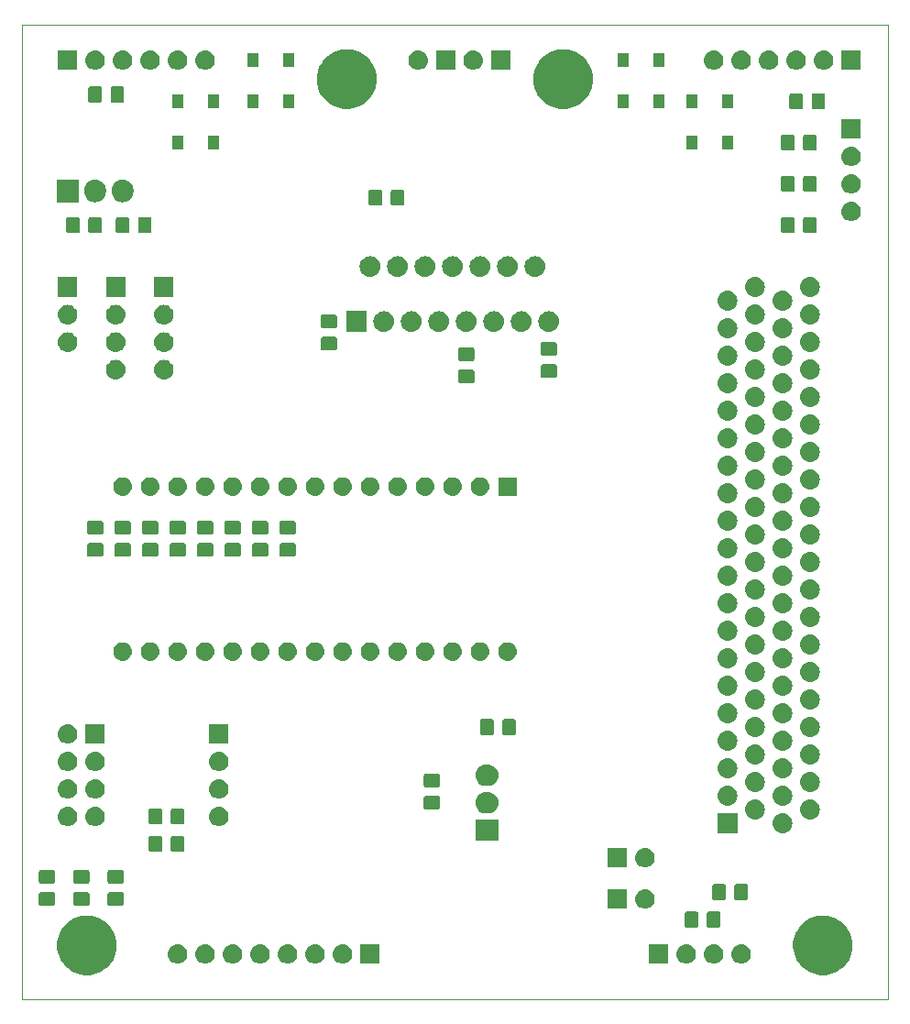
<source format=gbr>
G04 #@! TF.GenerationSoftware,KiCad,Pcbnew,(5.1.4)-1*
G04 #@! TF.CreationDate,2019-10-03T17:37:10+01:00*
G04 #@! TF.ProjectId,M2MRover,4d324d52-6f76-4657-922e-6b696361645f,rev?*
G04 #@! TF.SameCoordinates,Original*
G04 #@! TF.FileFunction,Soldermask,Top*
G04 #@! TF.FilePolarity,Negative*
%FSLAX46Y46*%
G04 Gerber Fmt 4.6, Leading zero omitted, Abs format (unit mm)*
G04 Created by KiCad (PCBNEW (5.1.4)-1) date 2019-10-03 17:37:10*
%MOMM*%
%LPD*%
G04 APERTURE LIST*
%ADD10C,0.050000*%
%ADD11C,0.150000*%
G04 APERTURE END LIST*
D10*
X105000000Y-135000000D02*
X105000000Y-45000000D01*
X185000000Y-135000000D02*
X105000000Y-135000000D01*
X185000000Y-45000000D02*
X185000000Y-135000000D01*
X105000000Y-45000000D02*
X185000000Y-45000000D01*
D11*
G36*
X179536693Y-127301859D02*
G01*
X179802437Y-127354719D01*
X180303087Y-127562095D01*
X180483561Y-127682684D01*
X180753660Y-127863158D01*
X181136842Y-128246340D01*
X181317316Y-128516439D01*
X181437905Y-128696913D01*
X181437905Y-128696914D01*
X181645281Y-129197564D01*
X181751000Y-129729049D01*
X181751000Y-130270951D01*
X181743827Y-130307011D01*
X181645281Y-130802437D01*
X181437905Y-131303087D01*
X181431287Y-131312991D01*
X181136842Y-131753660D01*
X180753660Y-132136842D01*
X180483561Y-132317316D01*
X180303087Y-132437905D01*
X179802437Y-132645281D01*
X179536694Y-132698140D01*
X179270951Y-132751000D01*
X178729049Y-132751000D01*
X178463306Y-132698140D01*
X178197563Y-132645281D01*
X177696913Y-132437905D01*
X177516439Y-132317316D01*
X177246340Y-132136842D01*
X176863158Y-131753660D01*
X176568713Y-131312991D01*
X176562095Y-131303087D01*
X176354719Y-130802437D01*
X176256173Y-130307011D01*
X176249000Y-130270951D01*
X176249000Y-129729049D01*
X176354719Y-129197564D01*
X176562095Y-128696914D01*
X176562095Y-128696913D01*
X176682684Y-128516439D01*
X176863158Y-128246340D01*
X177246340Y-127863158D01*
X177516439Y-127682684D01*
X177696913Y-127562095D01*
X178197563Y-127354719D01*
X178463307Y-127301859D01*
X178729049Y-127249000D01*
X179270951Y-127249000D01*
X179536693Y-127301859D01*
X179536693Y-127301859D01*
G37*
G36*
X111536693Y-127301859D02*
G01*
X111802437Y-127354719D01*
X112303087Y-127562095D01*
X112483561Y-127682684D01*
X112753660Y-127863158D01*
X113136842Y-128246340D01*
X113317316Y-128516439D01*
X113437905Y-128696913D01*
X113437905Y-128696914D01*
X113645281Y-129197564D01*
X113751000Y-129729049D01*
X113751000Y-130270951D01*
X113743827Y-130307011D01*
X113645281Y-130802437D01*
X113437905Y-131303087D01*
X113431287Y-131312991D01*
X113136842Y-131753660D01*
X112753660Y-132136842D01*
X112483561Y-132317316D01*
X112303087Y-132437905D01*
X111802437Y-132645281D01*
X111536694Y-132698140D01*
X111270951Y-132751000D01*
X110729049Y-132751000D01*
X110463306Y-132698140D01*
X110197563Y-132645281D01*
X109696913Y-132437905D01*
X109516439Y-132317316D01*
X109246340Y-132136842D01*
X108863158Y-131753660D01*
X108568713Y-131312991D01*
X108562095Y-131303087D01*
X108354719Y-130802437D01*
X108256173Y-130307011D01*
X108249000Y-130270951D01*
X108249000Y-129729049D01*
X108354719Y-129197564D01*
X108562095Y-128696914D01*
X108562095Y-128696913D01*
X108682684Y-128516439D01*
X108863158Y-128246340D01*
X109246340Y-127863158D01*
X109516439Y-127682684D01*
X109696913Y-127562095D01*
X110197563Y-127354719D01*
X110463307Y-127301859D01*
X110729049Y-127249000D01*
X111270951Y-127249000D01*
X111536693Y-127301859D01*
X111536693Y-127301859D01*
G37*
G36*
X171560442Y-129915518D02*
G01*
X171626627Y-129922037D01*
X171796466Y-129973557D01*
X171952991Y-130057222D01*
X171988729Y-130086552D01*
X172090186Y-130169814D01*
X172173185Y-130270950D01*
X172202778Y-130307009D01*
X172286443Y-130463534D01*
X172337963Y-130633373D01*
X172355359Y-130810000D01*
X172337963Y-130986627D01*
X172286443Y-131156466D01*
X172202778Y-131312991D01*
X172173448Y-131348729D01*
X172090186Y-131450186D01*
X171988729Y-131533448D01*
X171952991Y-131562778D01*
X171796466Y-131646443D01*
X171626627Y-131697963D01*
X171560443Y-131704481D01*
X171494260Y-131711000D01*
X171405740Y-131711000D01*
X171339557Y-131704481D01*
X171273373Y-131697963D01*
X171103534Y-131646443D01*
X170947009Y-131562778D01*
X170911271Y-131533448D01*
X170809814Y-131450186D01*
X170726552Y-131348729D01*
X170697222Y-131312991D01*
X170613557Y-131156466D01*
X170562037Y-130986627D01*
X170544641Y-130810000D01*
X170562037Y-130633373D01*
X170613557Y-130463534D01*
X170697222Y-130307009D01*
X170726815Y-130270950D01*
X170809814Y-130169814D01*
X170911271Y-130086552D01*
X170947009Y-130057222D01*
X171103534Y-129973557D01*
X171273373Y-129922037D01*
X171339558Y-129915518D01*
X171405740Y-129909000D01*
X171494260Y-129909000D01*
X171560442Y-129915518D01*
X171560442Y-129915518D01*
G37*
G36*
X166480442Y-129915518D02*
G01*
X166546627Y-129922037D01*
X166716466Y-129973557D01*
X166872991Y-130057222D01*
X166908729Y-130086552D01*
X167010186Y-130169814D01*
X167093185Y-130270950D01*
X167122778Y-130307009D01*
X167206443Y-130463534D01*
X167257963Y-130633373D01*
X167275359Y-130810000D01*
X167257963Y-130986627D01*
X167206443Y-131156466D01*
X167122778Y-131312991D01*
X167093448Y-131348729D01*
X167010186Y-131450186D01*
X166908729Y-131533448D01*
X166872991Y-131562778D01*
X166716466Y-131646443D01*
X166546627Y-131697963D01*
X166480443Y-131704481D01*
X166414260Y-131711000D01*
X166325740Y-131711000D01*
X166259557Y-131704481D01*
X166193373Y-131697963D01*
X166023534Y-131646443D01*
X165867009Y-131562778D01*
X165831271Y-131533448D01*
X165729814Y-131450186D01*
X165646552Y-131348729D01*
X165617222Y-131312991D01*
X165533557Y-131156466D01*
X165482037Y-130986627D01*
X165464641Y-130810000D01*
X165482037Y-130633373D01*
X165533557Y-130463534D01*
X165617222Y-130307009D01*
X165646815Y-130270950D01*
X165729814Y-130169814D01*
X165831271Y-130086552D01*
X165867009Y-130057222D01*
X166023534Y-129973557D01*
X166193373Y-129922037D01*
X166259558Y-129915518D01*
X166325740Y-129909000D01*
X166414260Y-129909000D01*
X166480442Y-129915518D01*
X166480442Y-129915518D01*
G37*
G36*
X169020442Y-129915518D02*
G01*
X169086627Y-129922037D01*
X169256466Y-129973557D01*
X169412991Y-130057222D01*
X169448729Y-130086552D01*
X169550186Y-130169814D01*
X169633185Y-130270950D01*
X169662778Y-130307009D01*
X169746443Y-130463534D01*
X169797963Y-130633373D01*
X169815359Y-130810000D01*
X169797963Y-130986627D01*
X169746443Y-131156466D01*
X169662778Y-131312991D01*
X169633448Y-131348729D01*
X169550186Y-131450186D01*
X169448729Y-131533448D01*
X169412991Y-131562778D01*
X169256466Y-131646443D01*
X169086627Y-131697963D01*
X169020443Y-131704481D01*
X168954260Y-131711000D01*
X168865740Y-131711000D01*
X168799557Y-131704481D01*
X168733373Y-131697963D01*
X168563534Y-131646443D01*
X168407009Y-131562778D01*
X168371271Y-131533448D01*
X168269814Y-131450186D01*
X168186552Y-131348729D01*
X168157222Y-131312991D01*
X168073557Y-131156466D01*
X168022037Y-130986627D01*
X168004641Y-130810000D01*
X168022037Y-130633373D01*
X168073557Y-130463534D01*
X168157222Y-130307009D01*
X168186815Y-130270950D01*
X168269814Y-130169814D01*
X168371271Y-130086552D01*
X168407009Y-130057222D01*
X168563534Y-129973557D01*
X168733373Y-129922037D01*
X168799558Y-129915518D01*
X168865740Y-129909000D01*
X168954260Y-129909000D01*
X169020442Y-129915518D01*
X169020442Y-129915518D01*
G37*
G36*
X164731000Y-131711000D02*
G01*
X162929000Y-131711000D01*
X162929000Y-129909000D01*
X164731000Y-129909000D01*
X164731000Y-131711000D01*
X164731000Y-131711000D01*
G37*
G36*
X119490442Y-129915518D02*
G01*
X119556627Y-129922037D01*
X119726466Y-129973557D01*
X119882991Y-130057222D01*
X119918729Y-130086552D01*
X120020186Y-130169814D01*
X120103185Y-130270950D01*
X120132778Y-130307009D01*
X120216443Y-130463534D01*
X120267963Y-130633373D01*
X120285359Y-130810000D01*
X120267963Y-130986627D01*
X120216443Y-131156466D01*
X120132778Y-131312991D01*
X120103448Y-131348729D01*
X120020186Y-131450186D01*
X119918729Y-131533448D01*
X119882991Y-131562778D01*
X119726466Y-131646443D01*
X119556627Y-131697963D01*
X119490443Y-131704481D01*
X119424260Y-131711000D01*
X119335740Y-131711000D01*
X119269557Y-131704481D01*
X119203373Y-131697963D01*
X119033534Y-131646443D01*
X118877009Y-131562778D01*
X118841271Y-131533448D01*
X118739814Y-131450186D01*
X118656552Y-131348729D01*
X118627222Y-131312991D01*
X118543557Y-131156466D01*
X118492037Y-130986627D01*
X118474641Y-130810000D01*
X118492037Y-130633373D01*
X118543557Y-130463534D01*
X118627222Y-130307009D01*
X118656815Y-130270950D01*
X118739814Y-130169814D01*
X118841271Y-130086552D01*
X118877009Y-130057222D01*
X119033534Y-129973557D01*
X119203373Y-129922037D01*
X119269558Y-129915518D01*
X119335740Y-129909000D01*
X119424260Y-129909000D01*
X119490442Y-129915518D01*
X119490442Y-129915518D01*
G37*
G36*
X122030442Y-129915518D02*
G01*
X122096627Y-129922037D01*
X122266466Y-129973557D01*
X122422991Y-130057222D01*
X122458729Y-130086552D01*
X122560186Y-130169814D01*
X122643185Y-130270950D01*
X122672778Y-130307009D01*
X122756443Y-130463534D01*
X122807963Y-130633373D01*
X122825359Y-130810000D01*
X122807963Y-130986627D01*
X122756443Y-131156466D01*
X122672778Y-131312991D01*
X122643448Y-131348729D01*
X122560186Y-131450186D01*
X122458729Y-131533448D01*
X122422991Y-131562778D01*
X122266466Y-131646443D01*
X122096627Y-131697963D01*
X122030443Y-131704481D01*
X121964260Y-131711000D01*
X121875740Y-131711000D01*
X121809557Y-131704481D01*
X121743373Y-131697963D01*
X121573534Y-131646443D01*
X121417009Y-131562778D01*
X121381271Y-131533448D01*
X121279814Y-131450186D01*
X121196552Y-131348729D01*
X121167222Y-131312991D01*
X121083557Y-131156466D01*
X121032037Y-130986627D01*
X121014641Y-130810000D01*
X121032037Y-130633373D01*
X121083557Y-130463534D01*
X121167222Y-130307009D01*
X121196815Y-130270950D01*
X121279814Y-130169814D01*
X121381271Y-130086552D01*
X121417009Y-130057222D01*
X121573534Y-129973557D01*
X121743373Y-129922037D01*
X121809558Y-129915518D01*
X121875740Y-129909000D01*
X121964260Y-129909000D01*
X122030442Y-129915518D01*
X122030442Y-129915518D01*
G37*
G36*
X124570442Y-129915518D02*
G01*
X124636627Y-129922037D01*
X124806466Y-129973557D01*
X124962991Y-130057222D01*
X124998729Y-130086552D01*
X125100186Y-130169814D01*
X125183185Y-130270950D01*
X125212778Y-130307009D01*
X125296443Y-130463534D01*
X125347963Y-130633373D01*
X125365359Y-130810000D01*
X125347963Y-130986627D01*
X125296443Y-131156466D01*
X125212778Y-131312991D01*
X125183448Y-131348729D01*
X125100186Y-131450186D01*
X124998729Y-131533448D01*
X124962991Y-131562778D01*
X124806466Y-131646443D01*
X124636627Y-131697963D01*
X124570443Y-131704481D01*
X124504260Y-131711000D01*
X124415740Y-131711000D01*
X124349557Y-131704481D01*
X124283373Y-131697963D01*
X124113534Y-131646443D01*
X123957009Y-131562778D01*
X123921271Y-131533448D01*
X123819814Y-131450186D01*
X123736552Y-131348729D01*
X123707222Y-131312991D01*
X123623557Y-131156466D01*
X123572037Y-130986627D01*
X123554641Y-130810000D01*
X123572037Y-130633373D01*
X123623557Y-130463534D01*
X123707222Y-130307009D01*
X123736815Y-130270950D01*
X123819814Y-130169814D01*
X123921271Y-130086552D01*
X123957009Y-130057222D01*
X124113534Y-129973557D01*
X124283373Y-129922037D01*
X124349558Y-129915518D01*
X124415740Y-129909000D01*
X124504260Y-129909000D01*
X124570442Y-129915518D01*
X124570442Y-129915518D01*
G37*
G36*
X129650442Y-129915518D02*
G01*
X129716627Y-129922037D01*
X129886466Y-129973557D01*
X130042991Y-130057222D01*
X130078729Y-130086552D01*
X130180186Y-130169814D01*
X130263185Y-130270950D01*
X130292778Y-130307009D01*
X130376443Y-130463534D01*
X130427963Y-130633373D01*
X130445359Y-130810000D01*
X130427963Y-130986627D01*
X130376443Y-131156466D01*
X130292778Y-131312991D01*
X130263448Y-131348729D01*
X130180186Y-131450186D01*
X130078729Y-131533448D01*
X130042991Y-131562778D01*
X129886466Y-131646443D01*
X129716627Y-131697963D01*
X129650443Y-131704481D01*
X129584260Y-131711000D01*
X129495740Y-131711000D01*
X129429557Y-131704481D01*
X129363373Y-131697963D01*
X129193534Y-131646443D01*
X129037009Y-131562778D01*
X129001271Y-131533448D01*
X128899814Y-131450186D01*
X128816552Y-131348729D01*
X128787222Y-131312991D01*
X128703557Y-131156466D01*
X128652037Y-130986627D01*
X128634641Y-130810000D01*
X128652037Y-130633373D01*
X128703557Y-130463534D01*
X128787222Y-130307009D01*
X128816815Y-130270950D01*
X128899814Y-130169814D01*
X129001271Y-130086552D01*
X129037009Y-130057222D01*
X129193534Y-129973557D01*
X129363373Y-129922037D01*
X129429558Y-129915518D01*
X129495740Y-129909000D01*
X129584260Y-129909000D01*
X129650442Y-129915518D01*
X129650442Y-129915518D01*
G37*
G36*
X132190442Y-129915518D02*
G01*
X132256627Y-129922037D01*
X132426466Y-129973557D01*
X132582991Y-130057222D01*
X132618729Y-130086552D01*
X132720186Y-130169814D01*
X132803185Y-130270950D01*
X132832778Y-130307009D01*
X132916443Y-130463534D01*
X132967963Y-130633373D01*
X132985359Y-130810000D01*
X132967963Y-130986627D01*
X132916443Y-131156466D01*
X132832778Y-131312991D01*
X132803448Y-131348729D01*
X132720186Y-131450186D01*
X132618729Y-131533448D01*
X132582991Y-131562778D01*
X132426466Y-131646443D01*
X132256627Y-131697963D01*
X132190443Y-131704481D01*
X132124260Y-131711000D01*
X132035740Y-131711000D01*
X131969557Y-131704481D01*
X131903373Y-131697963D01*
X131733534Y-131646443D01*
X131577009Y-131562778D01*
X131541271Y-131533448D01*
X131439814Y-131450186D01*
X131356552Y-131348729D01*
X131327222Y-131312991D01*
X131243557Y-131156466D01*
X131192037Y-130986627D01*
X131174641Y-130810000D01*
X131192037Y-130633373D01*
X131243557Y-130463534D01*
X131327222Y-130307009D01*
X131356815Y-130270950D01*
X131439814Y-130169814D01*
X131541271Y-130086552D01*
X131577009Y-130057222D01*
X131733534Y-129973557D01*
X131903373Y-129922037D01*
X131969558Y-129915518D01*
X132035740Y-129909000D01*
X132124260Y-129909000D01*
X132190442Y-129915518D01*
X132190442Y-129915518D01*
G37*
G36*
X134730442Y-129915518D02*
G01*
X134796627Y-129922037D01*
X134966466Y-129973557D01*
X135122991Y-130057222D01*
X135158729Y-130086552D01*
X135260186Y-130169814D01*
X135343185Y-130270950D01*
X135372778Y-130307009D01*
X135456443Y-130463534D01*
X135507963Y-130633373D01*
X135525359Y-130810000D01*
X135507963Y-130986627D01*
X135456443Y-131156466D01*
X135372778Y-131312991D01*
X135343448Y-131348729D01*
X135260186Y-131450186D01*
X135158729Y-131533448D01*
X135122991Y-131562778D01*
X134966466Y-131646443D01*
X134796627Y-131697963D01*
X134730443Y-131704481D01*
X134664260Y-131711000D01*
X134575740Y-131711000D01*
X134509557Y-131704481D01*
X134443373Y-131697963D01*
X134273534Y-131646443D01*
X134117009Y-131562778D01*
X134081271Y-131533448D01*
X133979814Y-131450186D01*
X133896552Y-131348729D01*
X133867222Y-131312991D01*
X133783557Y-131156466D01*
X133732037Y-130986627D01*
X133714641Y-130810000D01*
X133732037Y-130633373D01*
X133783557Y-130463534D01*
X133867222Y-130307009D01*
X133896815Y-130270950D01*
X133979814Y-130169814D01*
X134081271Y-130086552D01*
X134117009Y-130057222D01*
X134273534Y-129973557D01*
X134443373Y-129922037D01*
X134509558Y-129915518D01*
X134575740Y-129909000D01*
X134664260Y-129909000D01*
X134730442Y-129915518D01*
X134730442Y-129915518D01*
G37*
G36*
X138061000Y-131711000D02*
G01*
X136259000Y-131711000D01*
X136259000Y-129909000D01*
X138061000Y-129909000D01*
X138061000Y-131711000D01*
X138061000Y-131711000D01*
G37*
G36*
X127110442Y-129915518D02*
G01*
X127176627Y-129922037D01*
X127346466Y-129973557D01*
X127502991Y-130057222D01*
X127538729Y-130086552D01*
X127640186Y-130169814D01*
X127723185Y-130270950D01*
X127752778Y-130307009D01*
X127836443Y-130463534D01*
X127887963Y-130633373D01*
X127905359Y-130810000D01*
X127887963Y-130986627D01*
X127836443Y-131156466D01*
X127752778Y-131312991D01*
X127723448Y-131348729D01*
X127640186Y-131450186D01*
X127538729Y-131533448D01*
X127502991Y-131562778D01*
X127346466Y-131646443D01*
X127176627Y-131697963D01*
X127110443Y-131704481D01*
X127044260Y-131711000D01*
X126955740Y-131711000D01*
X126889557Y-131704481D01*
X126823373Y-131697963D01*
X126653534Y-131646443D01*
X126497009Y-131562778D01*
X126461271Y-131533448D01*
X126359814Y-131450186D01*
X126276552Y-131348729D01*
X126247222Y-131312991D01*
X126163557Y-131156466D01*
X126112037Y-130986627D01*
X126094641Y-130810000D01*
X126112037Y-130633373D01*
X126163557Y-130463534D01*
X126247222Y-130307009D01*
X126276815Y-130270950D01*
X126359814Y-130169814D01*
X126461271Y-130086552D01*
X126497009Y-130057222D01*
X126653534Y-129973557D01*
X126823373Y-129922037D01*
X126889558Y-129915518D01*
X126955740Y-129909000D01*
X127044260Y-129909000D01*
X127110442Y-129915518D01*
X127110442Y-129915518D01*
G37*
G36*
X169373674Y-126888465D02*
G01*
X169411367Y-126899899D01*
X169446103Y-126918466D01*
X169476548Y-126943452D01*
X169501534Y-126973897D01*
X169520101Y-127008633D01*
X169531535Y-127046326D01*
X169536000Y-127091661D01*
X169536000Y-128178339D01*
X169531535Y-128223674D01*
X169520101Y-128261367D01*
X169501534Y-128296103D01*
X169476548Y-128326548D01*
X169446103Y-128351534D01*
X169411367Y-128370101D01*
X169373674Y-128381535D01*
X169328339Y-128386000D01*
X168491661Y-128386000D01*
X168446326Y-128381535D01*
X168408633Y-128370101D01*
X168373897Y-128351534D01*
X168343452Y-128326548D01*
X168318466Y-128296103D01*
X168299899Y-128261367D01*
X168288465Y-128223674D01*
X168284000Y-128178339D01*
X168284000Y-127091661D01*
X168288465Y-127046326D01*
X168299899Y-127008633D01*
X168318466Y-126973897D01*
X168343452Y-126943452D01*
X168373897Y-126918466D01*
X168408633Y-126899899D01*
X168446326Y-126888465D01*
X168491661Y-126884000D01*
X169328339Y-126884000D01*
X169373674Y-126888465D01*
X169373674Y-126888465D01*
G37*
G36*
X167323674Y-126888465D02*
G01*
X167361367Y-126899899D01*
X167396103Y-126918466D01*
X167426548Y-126943452D01*
X167451534Y-126973897D01*
X167470101Y-127008633D01*
X167481535Y-127046326D01*
X167486000Y-127091661D01*
X167486000Y-128178339D01*
X167481535Y-128223674D01*
X167470101Y-128261367D01*
X167451534Y-128296103D01*
X167426548Y-128326548D01*
X167396103Y-128351534D01*
X167361367Y-128370101D01*
X167323674Y-128381535D01*
X167278339Y-128386000D01*
X166441661Y-128386000D01*
X166396326Y-128381535D01*
X166358633Y-128370101D01*
X166323897Y-128351534D01*
X166293452Y-128326548D01*
X166268466Y-128296103D01*
X166249899Y-128261367D01*
X166238465Y-128223674D01*
X166234000Y-128178339D01*
X166234000Y-127091661D01*
X166238465Y-127046326D01*
X166249899Y-127008633D01*
X166268466Y-126973897D01*
X166293452Y-126943452D01*
X166323897Y-126918466D01*
X166358633Y-126899899D01*
X166396326Y-126888465D01*
X166441661Y-126884000D01*
X167278339Y-126884000D01*
X167323674Y-126888465D01*
X167323674Y-126888465D01*
G37*
G36*
X162670443Y-124835519D02*
G01*
X162736627Y-124842037D01*
X162906466Y-124893557D01*
X163062991Y-124977222D01*
X163098729Y-125006552D01*
X163200186Y-125089814D01*
X163260618Y-125163452D01*
X163312778Y-125227009D01*
X163396443Y-125383534D01*
X163447963Y-125553373D01*
X163465359Y-125730000D01*
X163447963Y-125906627D01*
X163396443Y-126076466D01*
X163312778Y-126232991D01*
X163285603Y-126266103D01*
X163200186Y-126370186D01*
X163098729Y-126453448D01*
X163062991Y-126482778D01*
X162906466Y-126566443D01*
X162736627Y-126617963D01*
X162670442Y-126624482D01*
X162604260Y-126631000D01*
X162515740Y-126631000D01*
X162449558Y-126624482D01*
X162383373Y-126617963D01*
X162213534Y-126566443D01*
X162057009Y-126482778D01*
X162021271Y-126453448D01*
X161919814Y-126370186D01*
X161834397Y-126266103D01*
X161807222Y-126232991D01*
X161723557Y-126076466D01*
X161672037Y-125906627D01*
X161654641Y-125730000D01*
X161672037Y-125553373D01*
X161723557Y-125383534D01*
X161807222Y-125227009D01*
X161859382Y-125163452D01*
X161919814Y-125089814D01*
X162021271Y-125006552D01*
X162057009Y-124977222D01*
X162213534Y-124893557D01*
X162383373Y-124842037D01*
X162449557Y-124835519D01*
X162515740Y-124829000D01*
X162604260Y-124829000D01*
X162670443Y-124835519D01*
X162670443Y-124835519D01*
G37*
G36*
X160921000Y-126631000D02*
G01*
X159119000Y-126631000D01*
X159119000Y-124829000D01*
X160921000Y-124829000D01*
X160921000Y-126631000D01*
X160921000Y-126631000D01*
G37*
G36*
X107903674Y-125108465D02*
G01*
X107941367Y-125119899D01*
X107976103Y-125138466D01*
X108006548Y-125163452D01*
X108031534Y-125193897D01*
X108050101Y-125228633D01*
X108061535Y-125266326D01*
X108066000Y-125311661D01*
X108066000Y-126148339D01*
X108061535Y-126193674D01*
X108050101Y-126231367D01*
X108031534Y-126266103D01*
X108006548Y-126296548D01*
X107976103Y-126321534D01*
X107941367Y-126340101D01*
X107903674Y-126351535D01*
X107858339Y-126356000D01*
X106771661Y-126356000D01*
X106726326Y-126351535D01*
X106688633Y-126340101D01*
X106653897Y-126321534D01*
X106623452Y-126296548D01*
X106598466Y-126266103D01*
X106579899Y-126231367D01*
X106568465Y-126193674D01*
X106564000Y-126148339D01*
X106564000Y-125311661D01*
X106568465Y-125266326D01*
X106579899Y-125228633D01*
X106598466Y-125193897D01*
X106623452Y-125163452D01*
X106653897Y-125138466D01*
X106688633Y-125119899D01*
X106726326Y-125108465D01*
X106771661Y-125104000D01*
X107858339Y-125104000D01*
X107903674Y-125108465D01*
X107903674Y-125108465D01*
G37*
G36*
X114253674Y-125108465D02*
G01*
X114291367Y-125119899D01*
X114326103Y-125138466D01*
X114356548Y-125163452D01*
X114381534Y-125193897D01*
X114400101Y-125228633D01*
X114411535Y-125266326D01*
X114416000Y-125311661D01*
X114416000Y-126148339D01*
X114411535Y-126193674D01*
X114400101Y-126231367D01*
X114381534Y-126266103D01*
X114356548Y-126296548D01*
X114326103Y-126321534D01*
X114291367Y-126340101D01*
X114253674Y-126351535D01*
X114208339Y-126356000D01*
X113121661Y-126356000D01*
X113076326Y-126351535D01*
X113038633Y-126340101D01*
X113003897Y-126321534D01*
X112973452Y-126296548D01*
X112948466Y-126266103D01*
X112929899Y-126231367D01*
X112918465Y-126193674D01*
X112914000Y-126148339D01*
X112914000Y-125311661D01*
X112918465Y-125266326D01*
X112929899Y-125228633D01*
X112948466Y-125193897D01*
X112973452Y-125163452D01*
X113003897Y-125138466D01*
X113038633Y-125119899D01*
X113076326Y-125108465D01*
X113121661Y-125104000D01*
X114208339Y-125104000D01*
X114253674Y-125108465D01*
X114253674Y-125108465D01*
G37*
G36*
X111078674Y-125108465D02*
G01*
X111116367Y-125119899D01*
X111151103Y-125138466D01*
X111181548Y-125163452D01*
X111206534Y-125193897D01*
X111225101Y-125228633D01*
X111236535Y-125266326D01*
X111241000Y-125311661D01*
X111241000Y-126148339D01*
X111236535Y-126193674D01*
X111225101Y-126231367D01*
X111206534Y-126266103D01*
X111181548Y-126296548D01*
X111151103Y-126321534D01*
X111116367Y-126340101D01*
X111078674Y-126351535D01*
X111033339Y-126356000D01*
X109946661Y-126356000D01*
X109901326Y-126351535D01*
X109863633Y-126340101D01*
X109828897Y-126321534D01*
X109798452Y-126296548D01*
X109773466Y-126266103D01*
X109754899Y-126231367D01*
X109743465Y-126193674D01*
X109739000Y-126148339D01*
X109739000Y-125311661D01*
X109743465Y-125266326D01*
X109754899Y-125228633D01*
X109773466Y-125193897D01*
X109798452Y-125163452D01*
X109828897Y-125138466D01*
X109863633Y-125119899D01*
X109901326Y-125108465D01*
X109946661Y-125104000D01*
X111033339Y-125104000D01*
X111078674Y-125108465D01*
X111078674Y-125108465D01*
G37*
G36*
X171913674Y-124348465D02*
G01*
X171951367Y-124359899D01*
X171986103Y-124378466D01*
X172016548Y-124403452D01*
X172041534Y-124433897D01*
X172060101Y-124468633D01*
X172071535Y-124506326D01*
X172076000Y-124551661D01*
X172076000Y-125638339D01*
X172071535Y-125683674D01*
X172060101Y-125721367D01*
X172041534Y-125756103D01*
X172016548Y-125786548D01*
X171986103Y-125811534D01*
X171951367Y-125830101D01*
X171913674Y-125841535D01*
X171868339Y-125846000D01*
X171031661Y-125846000D01*
X170986326Y-125841535D01*
X170948633Y-125830101D01*
X170913897Y-125811534D01*
X170883452Y-125786548D01*
X170858466Y-125756103D01*
X170839899Y-125721367D01*
X170828465Y-125683674D01*
X170824000Y-125638339D01*
X170824000Y-124551661D01*
X170828465Y-124506326D01*
X170839899Y-124468633D01*
X170858466Y-124433897D01*
X170883452Y-124403452D01*
X170913897Y-124378466D01*
X170948633Y-124359899D01*
X170986326Y-124348465D01*
X171031661Y-124344000D01*
X171868339Y-124344000D01*
X171913674Y-124348465D01*
X171913674Y-124348465D01*
G37*
G36*
X169863674Y-124348465D02*
G01*
X169901367Y-124359899D01*
X169936103Y-124378466D01*
X169966548Y-124403452D01*
X169991534Y-124433897D01*
X170010101Y-124468633D01*
X170021535Y-124506326D01*
X170026000Y-124551661D01*
X170026000Y-125638339D01*
X170021535Y-125683674D01*
X170010101Y-125721367D01*
X169991534Y-125756103D01*
X169966548Y-125786548D01*
X169936103Y-125811534D01*
X169901367Y-125830101D01*
X169863674Y-125841535D01*
X169818339Y-125846000D01*
X168981661Y-125846000D01*
X168936326Y-125841535D01*
X168898633Y-125830101D01*
X168863897Y-125811534D01*
X168833452Y-125786548D01*
X168808466Y-125756103D01*
X168789899Y-125721367D01*
X168778465Y-125683674D01*
X168774000Y-125638339D01*
X168774000Y-124551661D01*
X168778465Y-124506326D01*
X168789899Y-124468633D01*
X168808466Y-124433897D01*
X168833452Y-124403452D01*
X168863897Y-124378466D01*
X168898633Y-124359899D01*
X168936326Y-124348465D01*
X168981661Y-124344000D01*
X169818339Y-124344000D01*
X169863674Y-124348465D01*
X169863674Y-124348465D01*
G37*
G36*
X111078674Y-123058465D02*
G01*
X111116367Y-123069899D01*
X111151103Y-123088466D01*
X111181548Y-123113452D01*
X111206534Y-123143897D01*
X111225101Y-123178633D01*
X111236535Y-123216326D01*
X111241000Y-123261661D01*
X111241000Y-124098339D01*
X111236535Y-124143674D01*
X111225101Y-124181367D01*
X111206534Y-124216103D01*
X111181548Y-124246548D01*
X111151103Y-124271534D01*
X111116367Y-124290101D01*
X111078674Y-124301535D01*
X111033339Y-124306000D01*
X109946661Y-124306000D01*
X109901326Y-124301535D01*
X109863633Y-124290101D01*
X109828897Y-124271534D01*
X109798452Y-124246548D01*
X109773466Y-124216103D01*
X109754899Y-124181367D01*
X109743465Y-124143674D01*
X109739000Y-124098339D01*
X109739000Y-123261661D01*
X109743465Y-123216326D01*
X109754899Y-123178633D01*
X109773466Y-123143897D01*
X109798452Y-123113452D01*
X109828897Y-123088466D01*
X109863633Y-123069899D01*
X109901326Y-123058465D01*
X109946661Y-123054000D01*
X111033339Y-123054000D01*
X111078674Y-123058465D01*
X111078674Y-123058465D01*
G37*
G36*
X107903674Y-123058465D02*
G01*
X107941367Y-123069899D01*
X107976103Y-123088466D01*
X108006548Y-123113452D01*
X108031534Y-123143897D01*
X108050101Y-123178633D01*
X108061535Y-123216326D01*
X108066000Y-123261661D01*
X108066000Y-124098339D01*
X108061535Y-124143674D01*
X108050101Y-124181367D01*
X108031534Y-124216103D01*
X108006548Y-124246548D01*
X107976103Y-124271534D01*
X107941367Y-124290101D01*
X107903674Y-124301535D01*
X107858339Y-124306000D01*
X106771661Y-124306000D01*
X106726326Y-124301535D01*
X106688633Y-124290101D01*
X106653897Y-124271534D01*
X106623452Y-124246548D01*
X106598466Y-124216103D01*
X106579899Y-124181367D01*
X106568465Y-124143674D01*
X106564000Y-124098339D01*
X106564000Y-123261661D01*
X106568465Y-123216326D01*
X106579899Y-123178633D01*
X106598466Y-123143897D01*
X106623452Y-123113452D01*
X106653897Y-123088466D01*
X106688633Y-123069899D01*
X106726326Y-123058465D01*
X106771661Y-123054000D01*
X107858339Y-123054000D01*
X107903674Y-123058465D01*
X107903674Y-123058465D01*
G37*
G36*
X114253674Y-123058465D02*
G01*
X114291367Y-123069899D01*
X114326103Y-123088466D01*
X114356548Y-123113452D01*
X114381534Y-123143897D01*
X114400101Y-123178633D01*
X114411535Y-123216326D01*
X114416000Y-123261661D01*
X114416000Y-124098339D01*
X114411535Y-124143674D01*
X114400101Y-124181367D01*
X114381534Y-124216103D01*
X114356548Y-124246548D01*
X114326103Y-124271534D01*
X114291367Y-124290101D01*
X114253674Y-124301535D01*
X114208339Y-124306000D01*
X113121661Y-124306000D01*
X113076326Y-124301535D01*
X113038633Y-124290101D01*
X113003897Y-124271534D01*
X112973452Y-124246548D01*
X112948466Y-124216103D01*
X112929899Y-124181367D01*
X112918465Y-124143674D01*
X112914000Y-124098339D01*
X112914000Y-123261661D01*
X112918465Y-123216326D01*
X112929899Y-123178633D01*
X112948466Y-123143897D01*
X112973452Y-123113452D01*
X113003897Y-123088466D01*
X113038633Y-123069899D01*
X113076326Y-123058465D01*
X113121661Y-123054000D01*
X114208339Y-123054000D01*
X114253674Y-123058465D01*
X114253674Y-123058465D01*
G37*
G36*
X160921000Y-122821000D02*
G01*
X159119000Y-122821000D01*
X159119000Y-121019000D01*
X160921000Y-121019000D01*
X160921000Y-122821000D01*
X160921000Y-122821000D01*
G37*
G36*
X162670442Y-121025518D02*
G01*
X162736627Y-121032037D01*
X162906466Y-121083557D01*
X163062991Y-121167222D01*
X163094814Y-121193339D01*
X163200186Y-121279814D01*
X163261996Y-121355131D01*
X163312778Y-121417009D01*
X163396443Y-121573534D01*
X163447963Y-121743373D01*
X163465359Y-121920000D01*
X163447963Y-122096627D01*
X163396443Y-122266466D01*
X163312778Y-122422991D01*
X163283448Y-122458729D01*
X163200186Y-122560186D01*
X163098729Y-122643448D01*
X163062991Y-122672778D01*
X162906466Y-122756443D01*
X162736627Y-122807963D01*
X162670443Y-122814481D01*
X162604260Y-122821000D01*
X162515740Y-122821000D01*
X162449557Y-122814481D01*
X162383373Y-122807963D01*
X162213534Y-122756443D01*
X162057009Y-122672778D01*
X162021271Y-122643448D01*
X161919814Y-122560186D01*
X161836552Y-122458729D01*
X161807222Y-122422991D01*
X161723557Y-122266466D01*
X161672037Y-122096627D01*
X161654641Y-121920000D01*
X161672037Y-121743373D01*
X161723557Y-121573534D01*
X161807222Y-121417009D01*
X161858004Y-121355131D01*
X161919814Y-121279814D01*
X162025186Y-121193339D01*
X162057009Y-121167222D01*
X162213534Y-121083557D01*
X162383373Y-121032037D01*
X162449558Y-121025518D01*
X162515740Y-121019000D01*
X162604260Y-121019000D01*
X162670442Y-121025518D01*
X162670442Y-121025518D01*
G37*
G36*
X119843674Y-119903465D02*
G01*
X119881367Y-119914899D01*
X119916103Y-119933466D01*
X119946548Y-119958452D01*
X119971534Y-119988897D01*
X119990101Y-120023633D01*
X120001535Y-120061326D01*
X120006000Y-120106661D01*
X120006000Y-121193339D01*
X120001535Y-121238674D01*
X119990101Y-121276367D01*
X119971534Y-121311103D01*
X119946548Y-121341548D01*
X119916103Y-121366534D01*
X119881367Y-121385101D01*
X119843674Y-121396535D01*
X119798339Y-121401000D01*
X118961661Y-121401000D01*
X118916326Y-121396535D01*
X118878633Y-121385101D01*
X118843897Y-121366534D01*
X118813452Y-121341548D01*
X118788466Y-121311103D01*
X118769899Y-121276367D01*
X118758465Y-121238674D01*
X118754000Y-121193339D01*
X118754000Y-120106661D01*
X118758465Y-120061326D01*
X118769899Y-120023633D01*
X118788466Y-119988897D01*
X118813452Y-119958452D01*
X118843897Y-119933466D01*
X118878633Y-119914899D01*
X118916326Y-119903465D01*
X118961661Y-119899000D01*
X119798339Y-119899000D01*
X119843674Y-119903465D01*
X119843674Y-119903465D01*
G37*
G36*
X117793674Y-119903465D02*
G01*
X117831367Y-119914899D01*
X117866103Y-119933466D01*
X117896548Y-119958452D01*
X117921534Y-119988897D01*
X117940101Y-120023633D01*
X117951535Y-120061326D01*
X117956000Y-120106661D01*
X117956000Y-121193339D01*
X117951535Y-121238674D01*
X117940101Y-121276367D01*
X117921534Y-121311103D01*
X117896548Y-121341548D01*
X117866103Y-121366534D01*
X117831367Y-121385101D01*
X117793674Y-121396535D01*
X117748339Y-121401000D01*
X116911661Y-121401000D01*
X116866326Y-121396535D01*
X116828633Y-121385101D01*
X116793897Y-121366534D01*
X116763452Y-121341548D01*
X116738466Y-121311103D01*
X116719899Y-121276367D01*
X116708465Y-121238674D01*
X116704000Y-121193339D01*
X116704000Y-120106661D01*
X116708465Y-120061326D01*
X116719899Y-120023633D01*
X116738466Y-119988897D01*
X116763452Y-119958452D01*
X116793897Y-119933466D01*
X116828633Y-119914899D01*
X116866326Y-119903465D01*
X116911661Y-119899000D01*
X117748339Y-119899000D01*
X117793674Y-119903465D01*
X117793674Y-119903465D01*
G37*
G36*
X149006000Y-120383500D02*
G01*
X146904000Y-120383500D01*
X146904000Y-118376500D01*
X149006000Y-118376500D01*
X149006000Y-120383500D01*
X149006000Y-120383500D01*
G37*
G36*
X175439294Y-117843633D02*
G01*
X175611695Y-117895931D01*
X175770583Y-117980858D01*
X175909849Y-118095151D01*
X176024142Y-118234417D01*
X176109069Y-118393305D01*
X176161367Y-118565706D01*
X176179025Y-118745000D01*
X176161367Y-118924294D01*
X176109069Y-119096695D01*
X176024142Y-119255583D01*
X175909849Y-119394849D01*
X175770583Y-119509142D01*
X175611695Y-119594069D01*
X175439294Y-119646367D01*
X175304931Y-119659600D01*
X175215069Y-119659600D01*
X175080706Y-119646367D01*
X174908305Y-119594069D01*
X174749417Y-119509142D01*
X174610151Y-119394849D01*
X174495858Y-119255583D01*
X174410931Y-119096695D01*
X174358633Y-118924294D01*
X174340975Y-118745000D01*
X174358633Y-118565706D01*
X174410931Y-118393305D01*
X174495858Y-118234417D01*
X174610151Y-118095151D01*
X174749417Y-117980858D01*
X174908305Y-117895931D01*
X175080706Y-117843633D01*
X175215069Y-117830400D01*
X175304931Y-117830400D01*
X175439294Y-117843633D01*
X175439294Y-117843633D01*
G37*
G36*
X171094600Y-119659600D02*
G01*
X169265400Y-119659600D01*
X169265400Y-117830400D01*
X171094600Y-117830400D01*
X171094600Y-119659600D01*
X171094600Y-119659600D01*
G37*
G36*
X123300443Y-117215519D02*
G01*
X123366627Y-117222037D01*
X123536466Y-117273557D01*
X123536468Y-117273558D01*
X123592811Y-117303674D01*
X123692991Y-117357222D01*
X123701530Y-117364230D01*
X123830186Y-117469814D01*
X123898466Y-117553015D01*
X123942778Y-117607009D01*
X124026443Y-117763534D01*
X124077963Y-117933373D01*
X124095359Y-118110000D01*
X124077963Y-118286627D01*
X124026443Y-118456466D01*
X123942778Y-118612991D01*
X123919032Y-118641925D01*
X123830186Y-118750186D01*
X123751049Y-118815131D01*
X123692991Y-118862778D01*
X123536466Y-118946443D01*
X123366627Y-118997963D01*
X123300443Y-119004481D01*
X123234260Y-119011000D01*
X123145740Y-119011000D01*
X123079557Y-119004481D01*
X123013373Y-118997963D01*
X122843534Y-118946443D01*
X122687009Y-118862778D01*
X122628951Y-118815131D01*
X122549814Y-118750186D01*
X122460968Y-118641925D01*
X122437222Y-118612991D01*
X122353557Y-118456466D01*
X122302037Y-118286627D01*
X122284641Y-118110000D01*
X122302037Y-117933373D01*
X122353557Y-117763534D01*
X122437222Y-117607009D01*
X122481534Y-117553015D01*
X122549814Y-117469814D01*
X122678470Y-117364230D01*
X122687009Y-117357222D01*
X122787189Y-117303674D01*
X122843532Y-117273558D01*
X122843534Y-117273557D01*
X123013373Y-117222037D01*
X123079557Y-117215519D01*
X123145740Y-117209000D01*
X123234260Y-117209000D01*
X123300443Y-117215519D01*
X123300443Y-117215519D01*
G37*
G36*
X109330443Y-117215519D02*
G01*
X109396627Y-117222037D01*
X109566466Y-117273557D01*
X109566468Y-117273558D01*
X109622811Y-117303674D01*
X109722991Y-117357222D01*
X109731530Y-117364230D01*
X109860186Y-117469814D01*
X109928466Y-117553015D01*
X109972778Y-117607009D01*
X110056443Y-117763534D01*
X110107963Y-117933373D01*
X110125359Y-118110000D01*
X110107963Y-118286627D01*
X110056443Y-118456466D01*
X109972778Y-118612991D01*
X109949032Y-118641925D01*
X109860186Y-118750186D01*
X109781049Y-118815131D01*
X109722991Y-118862778D01*
X109566466Y-118946443D01*
X109396627Y-118997963D01*
X109330443Y-119004481D01*
X109264260Y-119011000D01*
X109175740Y-119011000D01*
X109109557Y-119004481D01*
X109043373Y-118997963D01*
X108873534Y-118946443D01*
X108717009Y-118862778D01*
X108658951Y-118815131D01*
X108579814Y-118750186D01*
X108490968Y-118641925D01*
X108467222Y-118612991D01*
X108383557Y-118456466D01*
X108332037Y-118286627D01*
X108314641Y-118110000D01*
X108332037Y-117933373D01*
X108383557Y-117763534D01*
X108467222Y-117607009D01*
X108511534Y-117553015D01*
X108579814Y-117469814D01*
X108708470Y-117364230D01*
X108717009Y-117357222D01*
X108817189Y-117303674D01*
X108873532Y-117273558D01*
X108873534Y-117273557D01*
X109043373Y-117222037D01*
X109109557Y-117215519D01*
X109175740Y-117209000D01*
X109264260Y-117209000D01*
X109330443Y-117215519D01*
X109330443Y-117215519D01*
G37*
G36*
X111870443Y-117215519D02*
G01*
X111936627Y-117222037D01*
X112106466Y-117273557D01*
X112106468Y-117273558D01*
X112162811Y-117303674D01*
X112262991Y-117357222D01*
X112271530Y-117364230D01*
X112400186Y-117469814D01*
X112468466Y-117553015D01*
X112512778Y-117607009D01*
X112596443Y-117763534D01*
X112647963Y-117933373D01*
X112665359Y-118110000D01*
X112647963Y-118286627D01*
X112596443Y-118456466D01*
X112512778Y-118612991D01*
X112489032Y-118641925D01*
X112400186Y-118750186D01*
X112321049Y-118815131D01*
X112262991Y-118862778D01*
X112106466Y-118946443D01*
X111936627Y-118997963D01*
X111870443Y-119004481D01*
X111804260Y-119011000D01*
X111715740Y-119011000D01*
X111649557Y-119004481D01*
X111583373Y-118997963D01*
X111413534Y-118946443D01*
X111257009Y-118862778D01*
X111198951Y-118815131D01*
X111119814Y-118750186D01*
X111030968Y-118641925D01*
X111007222Y-118612991D01*
X110923557Y-118456466D01*
X110872037Y-118286627D01*
X110854641Y-118110000D01*
X110872037Y-117933373D01*
X110923557Y-117763534D01*
X111007222Y-117607009D01*
X111051534Y-117553015D01*
X111119814Y-117469814D01*
X111248470Y-117364230D01*
X111257009Y-117357222D01*
X111357189Y-117303674D01*
X111413532Y-117273558D01*
X111413534Y-117273557D01*
X111583373Y-117222037D01*
X111649557Y-117215519D01*
X111715740Y-117209000D01*
X111804260Y-117209000D01*
X111870443Y-117215519D01*
X111870443Y-117215519D01*
G37*
G36*
X119843674Y-117363465D02*
G01*
X119881367Y-117374899D01*
X119916103Y-117393466D01*
X119946548Y-117418452D01*
X119971534Y-117448897D01*
X119990101Y-117483633D01*
X120001535Y-117521326D01*
X120006000Y-117566661D01*
X120006000Y-118653339D01*
X120001535Y-118698674D01*
X119990101Y-118736367D01*
X119971534Y-118771103D01*
X119946548Y-118801548D01*
X119916103Y-118826534D01*
X119881367Y-118845101D01*
X119843674Y-118856535D01*
X119798339Y-118861000D01*
X118961661Y-118861000D01*
X118916326Y-118856535D01*
X118878633Y-118845101D01*
X118843897Y-118826534D01*
X118813452Y-118801548D01*
X118788466Y-118771103D01*
X118769899Y-118736367D01*
X118758465Y-118698674D01*
X118754000Y-118653339D01*
X118754000Y-117566661D01*
X118758465Y-117521326D01*
X118769899Y-117483633D01*
X118788466Y-117448897D01*
X118813452Y-117418452D01*
X118843897Y-117393466D01*
X118878633Y-117374899D01*
X118916326Y-117363465D01*
X118961661Y-117359000D01*
X119798339Y-117359000D01*
X119843674Y-117363465D01*
X119843674Y-117363465D01*
G37*
G36*
X117793674Y-117363465D02*
G01*
X117831367Y-117374899D01*
X117866103Y-117393466D01*
X117896548Y-117418452D01*
X117921534Y-117448897D01*
X117940101Y-117483633D01*
X117951535Y-117521326D01*
X117956000Y-117566661D01*
X117956000Y-118653339D01*
X117951535Y-118698674D01*
X117940101Y-118736367D01*
X117921534Y-118771103D01*
X117896548Y-118801548D01*
X117866103Y-118826534D01*
X117831367Y-118845101D01*
X117793674Y-118856535D01*
X117748339Y-118861000D01*
X116911661Y-118861000D01*
X116866326Y-118856535D01*
X116828633Y-118845101D01*
X116793897Y-118826534D01*
X116763452Y-118801548D01*
X116738466Y-118771103D01*
X116719899Y-118736367D01*
X116708465Y-118698674D01*
X116704000Y-118653339D01*
X116704000Y-117566661D01*
X116708465Y-117521326D01*
X116719899Y-117483633D01*
X116738466Y-117448897D01*
X116763452Y-117418452D01*
X116793897Y-117393466D01*
X116828633Y-117374899D01*
X116866326Y-117363465D01*
X116911661Y-117359000D01*
X117748339Y-117359000D01*
X117793674Y-117363465D01*
X117793674Y-117363465D01*
G37*
G36*
X172899294Y-116573633D02*
G01*
X173071695Y-116625931D01*
X173230583Y-116710858D01*
X173369849Y-116825151D01*
X173484142Y-116964417D01*
X173569069Y-117123305D01*
X173621367Y-117295706D01*
X173639025Y-117475000D01*
X173621367Y-117654294D01*
X173569069Y-117826695D01*
X173484142Y-117985583D01*
X173369849Y-118124849D01*
X173230583Y-118239142D01*
X173071695Y-118324069D01*
X172899294Y-118376367D01*
X172764931Y-118389600D01*
X172675069Y-118389600D01*
X172540706Y-118376367D01*
X172368305Y-118324069D01*
X172209417Y-118239142D01*
X172070151Y-118124849D01*
X171955858Y-117985583D01*
X171870931Y-117826695D01*
X171818633Y-117654294D01*
X171800975Y-117475000D01*
X171818633Y-117295706D01*
X171870931Y-117123305D01*
X171955858Y-116964417D01*
X172070151Y-116825151D01*
X172209417Y-116710858D01*
X172368305Y-116625931D01*
X172540706Y-116573633D01*
X172675069Y-116560400D01*
X172764931Y-116560400D01*
X172899294Y-116573633D01*
X172899294Y-116573633D01*
G37*
G36*
X177979294Y-116573633D02*
G01*
X178151695Y-116625931D01*
X178310583Y-116710858D01*
X178449849Y-116825151D01*
X178564142Y-116964417D01*
X178649069Y-117123305D01*
X178701367Y-117295706D01*
X178719025Y-117475000D01*
X178701367Y-117654294D01*
X178649069Y-117826695D01*
X178564142Y-117985583D01*
X178449849Y-118124849D01*
X178310583Y-118239142D01*
X178151695Y-118324069D01*
X177979294Y-118376367D01*
X177844931Y-118389600D01*
X177755069Y-118389600D01*
X177620706Y-118376367D01*
X177448305Y-118324069D01*
X177289417Y-118239142D01*
X177150151Y-118124849D01*
X177035858Y-117985583D01*
X176950931Y-117826695D01*
X176898633Y-117654294D01*
X176880975Y-117475000D01*
X176898633Y-117295706D01*
X176950931Y-117123305D01*
X177035858Y-116964417D01*
X177150151Y-116825151D01*
X177289417Y-116710858D01*
X177448305Y-116625931D01*
X177620706Y-116573633D01*
X177755069Y-116560400D01*
X177844931Y-116560400D01*
X177979294Y-116573633D01*
X177979294Y-116573633D01*
G37*
G36*
X148100936Y-115841340D02*
G01*
X148199220Y-115851020D01*
X148388381Y-115908401D01*
X148562712Y-116001583D01*
X148715515Y-116126985D01*
X148840917Y-116279788D01*
X148934099Y-116454119D01*
X148991480Y-116643280D01*
X149010855Y-116840000D01*
X148991480Y-117036720D01*
X148934099Y-117225881D01*
X148840917Y-117400212D01*
X148715515Y-117553015D01*
X148562712Y-117678417D01*
X148388381Y-117771599D01*
X148199220Y-117828980D01*
X148100936Y-117838660D01*
X148051795Y-117843500D01*
X147858205Y-117843500D01*
X147809064Y-117838660D01*
X147710780Y-117828980D01*
X147521619Y-117771599D01*
X147347288Y-117678417D01*
X147194485Y-117553015D01*
X147069083Y-117400212D01*
X146975901Y-117225881D01*
X146918520Y-117036720D01*
X146899145Y-116840000D01*
X146918520Y-116643280D01*
X146975901Y-116454119D01*
X147069083Y-116279788D01*
X147194485Y-116126985D01*
X147347288Y-116001583D01*
X147521619Y-115908401D01*
X147710780Y-115851020D01*
X147809064Y-115841340D01*
X147858205Y-115836500D01*
X148051795Y-115836500D01*
X148100936Y-115841340D01*
X148100936Y-115841340D01*
G37*
G36*
X143463674Y-116218465D02*
G01*
X143501367Y-116229899D01*
X143536103Y-116248466D01*
X143566548Y-116273452D01*
X143591534Y-116303897D01*
X143610101Y-116338633D01*
X143621535Y-116376326D01*
X143626000Y-116421661D01*
X143626000Y-117258339D01*
X143621535Y-117303674D01*
X143610101Y-117341367D01*
X143591534Y-117376103D01*
X143566548Y-117406548D01*
X143536103Y-117431534D01*
X143501367Y-117450101D01*
X143463674Y-117461535D01*
X143418339Y-117466000D01*
X142331661Y-117466000D01*
X142286326Y-117461535D01*
X142248633Y-117450101D01*
X142213897Y-117431534D01*
X142183452Y-117406548D01*
X142158466Y-117376103D01*
X142139899Y-117341367D01*
X142128465Y-117303674D01*
X142124000Y-117258339D01*
X142124000Y-116421661D01*
X142128465Y-116376326D01*
X142139899Y-116338633D01*
X142158466Y-116303897D01*
X142183452Y-116273452D01*
X142213897Y-116248466D01*
X142248633Y-116229899D01*
X142286326Y-116218465D01*
X142331661Y-116214000D01*
X143418339Y-116214000D01*
X143463674Y-116218465D01*
X143463674Y-116218465D01*
G37*
G36*
X175439294Y-115303633D02*
G01*
X175611695Y-115355931D01*
X175770583Y-115440858D01*
X175909849Y-115555151D01*
X176024142Y-115694417D01*
X176109069Y-115853305D01*
X176161367Y-116025706D01*
X176179025Y-116205000D01*
X176161367Y-116384294D01*
X176109069Y-116556695D01*
X176024142Y-116715583D01*
X175909849Y-116854849D01*
X175770583Y-116969142D01*
X175611695Y-117054069D01*
X175439294Y-117106367D01*
X175304931Y-117119600D01*
X175215069Y-117119600D01*
X175080706Y-117106367D01*
X174908305Y-117054069D01*
X174749417Y-116969142D01*
X174610151Y-116854849D01*
X174495858Y-116715583D01*
X174410931Y-116556695D01*
X174358633Y-116384294D01*
X174340975Y-116205000D01*
X174358633Y-116025706D01*
X174410931Y-115853305D01*
X174495858Y-115694417D01*
X174610151Y-115555151D01*
X174749417Y-115440858D01*
X174908305Y-115355931D01*
X175080706Y-115303633D01*
X175215069Y-115290400D01*
X175304931Y-115290400D01*
X175439294Y-115303633D01*
X175439294Y-115303633D01*
G37*
G36*
X170359294Y-115303633D02*
G01*
X170531695Y-115355931D01*
X170690583Y-115440858D01*
X170829849Y-115555151D01*
X170944142Y-115694417D01*
X171029069Y-115853305D01*
X171081367Y-116025706D01*
X171099025Y-116205000D01*
X171081367Y-116384294D01*
X171029069Y-116556695D01*
X170944142Y-116715583D01*
X170829849Y-116854849D01*
X170690583Y-116969142D01*
X170531695Y-117054069D01*
X170359294Y-117106367D01*
X170224931Y-117119600D01*
X170135069Y-117119600D01*
X170000706Y-117106367D01*
X169828305Y-117054069D01*
X169669417Y-116969142D01*
X169530151Y-116854849D01*
X169415858Y-116715583D01*
X169330931Y-116556695D01*
X169278633Y-116384294D01*
X169260975Y-116205000D01*
X169278633Y-116025706D01*
X169330931Y-115853305D01*
X169415858Y-115694417D01*
X169530151Y-115555151D01*
X169669417Y-115440858D01*
X169828305Y-115355931D01*
X170000706Y-115303633D01*
X170135069Y-115290400D01*
X170224931Y-115290400D01*
X170359294Y-115303633D01*
X170359294Y-115303633D01*
G37*
G36*
X111870443Y-114675519D02*
G01*
X111936627Y-114682037D01*
X112106466Y-114733557D01*
X112262991Y-114817222D01*
X112298729Y-114846552D01*
X112400186Y-114929814D01*
X112468466Y-115013015D01*
X112512778Y-115067009D01*
X112596443Y-115223534D01*
X112647963Y-115393373D01*
X112665359Y-115570000D01*
X112647963Y-115746627D01*
X112596443Y-115916466D01*
X112512778Y-116072991D01*
X112483448Y-116108729D01*
X112400186Y-116210186D01*
X112315374Y-116279788D01*
X112262991Y-116322778D01*
X112233329Y-116338633D01*
X112152164Y-116382017D01*
X112106466Y-116406443D01*
X111936627Y-116457963D01*
X111870442Y-116464482D01*
X111804260Y-116471000D01*
X111715740Y-116471000D01*
X111649558Y-116464482D01*
X111583373Y-116457963D01*
X111413534Y-116406443D01*
X111367837Y-116382017D01*
X111286671Y-116338633D01*
X111257009Y-116322778D01*
X111204626Y-116279788D01*
X111119814Y-116210186D01*
X111036552Y-116108729D01*
X111007222Y-116072991D01*
X110923557Y-115916466D01*
X110872037Y-115746627D01*
X110854641Y-115570000D01*
X110872037Y-115393373D01*
X110923557Y-115223534D01*
X111007222Y-115067009D01*
X111051534Y-115013015D01*
X111119814Y-114929814D01*
X111221271Y-114846552D01*
X111257009Y-114817222D01*
X111413534Y-114733557D01*
X111583373Y-114682037D01*
X111649557Y-114675519D01*
X111715740Y-114669000D01*
X111804260Y-114669000D01*
X111870443Y-114675519D01*
X111870443Y-114675519D01*
G37*
G36*
X123300443Y-114675519D02*
G01*
X123366627Y-114682037D01*
X123536466Y-114733557D01*
X123692991Y-114817222D01*
X123728729Y-114846552D01*
X123830186Y-114929814D01*
X123898466Y-115013015D01*
X123942778Y-115067009D01*
X124026443Y-115223534D01*
X124077963Y-115393373D01*
X124095359Y-115570000D01*
X124077963Y-115746627D01*
X124026443Y-115916466D01*
X123942778Y-116072991D01*
X123913448Y-116108729D01*
X123830186Y-116210186D01*
X123745374Y-116279788D01*
X123692991Y-116322778D01*
X123663329Y-116338633D01*
X123582164Y-116382017D01*
X123536466Y-116406443D01*
X123366627Y-116457963D01*
X123300442Y-116464482D01*
X123234260Y-116471000D01*
X123145740Y-116471000D01*
X123079558Y-116464482D01*
X123013373Y-116457963D01*
X122843534Y-116406443D01*
X122797837Y-116382017D01*
X122716671Y-116338633D01*
X122687009Y-116322778D01*
X122634626Y-116279788D01*
X122549814Y-116210186D01*
X122466552Y-116108729D01*
X122437222Y-116072991D01*
X122353557Y-115916466D01*
X122302037Y-115746627D01*
X122284641Y-115570000D01*
X122302037Y-115393373D01*
X122353557Y-115223534D01*
X122437222Y-115067009D01*
X122481534Y-115013015D01*
X122549814Y-114929814D01*
X122651271Y-114846552D01*
X122687009Y-114817222D01*
X122843534Y-114733557D01*
X123013373Y-114682037D01*
X123079557Y-114675519D01*
X123145740Y-114669000D01*
X123234260Y-114669000D01*
X123300443Y-114675519D01*
X123300443Y-114675519D01*
G37*
G36*
X109330443Y-114675519D02*
G01*
X109396627Y-114682037D01*
X109566466Y-114733557D01*
X109722991Y-114817222D01*
X109758729Y-114846552D01*
X109860186Y-114929814D01*
X109928466Y-115013015D01*
X109972778Y-115067009D01*
X110056443Y-115223534D01*
X110107963Y-115393373D01*
X110125359Y-115570000D01*
X110107963Y-115746627D01*
X110056443Y-115916466D01*
X109972778Y-116072991D01*
X109943448Y-116108729D01*
X109860186Y-116210186D01*
X109775374Y-116279788D01*
X109722991Y-116322778D01*
X109693329Y-116338633D01*
X109612164Y-116382017D01*
X109566466Y-116406443D01*
X109396627Y-116457963D01*
X109330442Y-116464482D01*
X109264260Y-116471000D01*
X109175740Y-116471000D01*
X109109558Y-116464482D01*
X109043373Y-116457963D01*
X108873534Y-116406443D01*
X108827837Y-116382017D01*
X108746671Y-116338633D01*
X108717009Y-116322778D01*
X108664626Y-116279788D01*
X108579814Y-116210186D01*
X108496552Y-116108729D01*
X108467222Y-116072991D01*
X108383557Y-115916466D01*
X108332037Y-115746627D01*
X108314641Y-115570000D01*
X108332037Y-115393373D01*
X108383557Y-115223534D01*
X108467222Y-115067009D01*
X108511534Y-115013015D01*
X108579814Y-114929814D01*
X108681271Y-114846552D01*
X108717009Y-114817222D01*
X108873534Y-114733557D01*
X109043373Y-114682037D01*
X109109557Y-114675519D01*
X109175740Y-114669000D01*
X109264260Y-114669000D01*
X109330443Y-114675519D01*
X109330443Y-114675519D01*
G37*
G36*
X172899294Y-114033633D02*
G01*
X173071695Y-114085931D01*
X173230583Y-114170858D01*
X173369849Y-114285151D01*
X173484142Y-114424417D01*
X173569069Y-114583305D01*
X173621367Y-114755706D01*
X173639025Y-114935000D01*
X173621367Y-115114294D01*
X173569069Y-115286695D01*
X173484142Y-115445583D01*
X173369849Y-115584849D01*
X173230583Y-115699142D01*
X173071695Y-115784069D01*
X172899294Y-115836367D01*
X172764931Y-115849600D01*
X172675069Y-115849600D01*
X172540706Y-115836367D01*
X172368305Y-115784069D01*
X172209417Y-115699142D01*
X172070151Y-115584849D01*
X171955858Y-115445583D01*
X171870931Y-115286695D01*
X171818633Y-115114294D01*
X171800975Y-114935000D01*
X171818633Y-114755706D01*
X171870931Y-114583305D01*
X171955858Y-114424417D01*
X172070151Y-114285151D01*
X172209417Y-114170858D01*
X172368305Y-114085931D01*
X172540706Y-114033633D01*
X172675069Y-114020400D01*
X172764931Y-114020400D01*
X172899294Y-114033633D01*
X172899294Y-114033633D01*
G37*
G36*
X177979294Y-114033633D02*
G01*
X178151695Y-114085931D01*
X178310583Y-114170858D01*
X178449849Y-114285151D01*
X178564142Y-114424417D01*
X178649069Y-114583305D01*
X178701367Y-114755706D01*
X178719025Y-114935000D01*
X178701367Y-115114294D01*
X178649069Y-115286695D01*
X178564142Y-115445583D01*
X178449849Y-115584849D01*
X178310583Y-115699142D01*
X178151695Y-115784069D01*
X177979294Y-115836367D01*
X177844931Y-115849600D01*
X177755069Y-115849600D01*
X177620706Y-115836367D01*
X177448305Y-115784069D01*
X177289417Y-115699142D01*
X177150151Y-115584849D01*
X177035858Y-115445583D01*
X176950931Y-115286695D01*
X176898633Y-115114294D01*
X176880975Y-114935000D01*
X176898633Y-114755706D01*
X176950931Y-114583305D01*
X177035858Y-114424417D01*
X177150151Y-114285151D01*
X177289417Y-114170858D01*
X177448305Y-114085931D01*
X177620706Y-114033633D01*
X177755069Y-114020400D01*
X177844931Y-114020400D01*
X177979294Y-114033633D01*
X177979294Y-114033633D01*
G37*
G36*
X143463674Y-114168465D02*
G01*
X143501367Y-114179899D01*
X143536103Y-114198466D01*
X143566548Y-114223452D01*
X143591534Y-114253897D01*
X143610101Y-114288633D01*
X143621535Y-114326326D01*
X143626000Y-114371661D01*
X143626000Y-115208339D01*
X143621535Y-115253674D01*
X143610101Y-115291367D01*
X143591534Y-115326103D01*
X143566548Y-115356548D01*
X143536103Y-115381534D01*
X143501367Y-115400101D01*
X143463674Y-115411535D01*
X143418339Y-115416000D01*
X142331661Y-115416000D01*
X142286326Y-115411535D01*
X142248633Y-115400101D01*
X142213897Y-115381534D01*
X142183452Y-115356548D01*
X142158466Y-115326103D01*
X142139899Y-115291367D01*
X142128465Y-115253674D01*
X142124000Y-115208339D01*
X142124000Y-114371661D01*
X142128465Y-114326326D01*
X142139899Y-114288633D01*
X142158466Y-114253897D01*
X142183452Y-114223452D01*
X142213897Y-114198466D01*
X142248633Y-114179899D01*
X142286326Y-114168465D01*
X142331661Y-114164000D01*
X143418339Y-114164000D01*
X143463674Y-114168465D01*
X143463674Y-114168465D01*
G37*
G36*
X148100936Y-113301340D02*
G01*
X148199220Y-113311020D01*
X148388381Y-113368401D01*
X148562712Y-113461583D01*
X148715515Y-113586985D01*
X148840917Y-113739788D01*
X148934099Y-113914119D01*
X148991480Y-114103280D01*
X149010855Y-114300000D01*
X148991480Y-114496720D01*
X148934099Y-114685881D01*
X148840917Y-114860212D01*
X148715515Y-115013015D01*
X148562712Y-115138417D01*
X148388381Y-115231599D01*
X148199220Y-115288980D01*
X148137711Y-115295038D01*
X148051795Y-115303500D01*
X147858205Y-115303500D01*
X147772289Y-115295038D01*
X147710780Y-115288980D01*
X147521619Y-115231599D01*
X147347288Y-115138417D01*
X147194485Y-115013015D01*
X147069083Y-114860212D01*
X146975901Y-114685881D01*
X146918520Y-114496720D01*
X146899145Y-114300000D01*
X146918520Y-114103280D01*
X146975901Y-113914119D01*
X147069083Y-113739788D01*
X147194485Y-113586985D01*
X147347288Y-113461583D01*
X147521619Y-113368401D01*
X147710780Y-113311020D01*
X147809064Y-113301340D01*
X147858205Y-113296500D01*
X148051795Y-113296500D01*
X148100936Y-113301340D01*
X148100936Y-113301340D01*
G37*
G36*
X170359294Y-112763633D02*
G01*
X170531695Y-112815931D01*
X170690583Y-112900858D01*
X170829849Y-113015151D01*
X170944142Y-113154417D01*
X171029069Y-113313305D01*
X171081367Y-113485706D01*
X171099025Y-113665000D01*
X171081367Y-113844294D01*
X171029069Y-114016695D01*
X170944142Y-114175583D01*
X170829849Y-114314849D01*
X170690583Y-114429142D01*
X170531695Y-114514069D01*
X170359294Y-114566367D01*
X170224931Y-114579600D01*
X170135069Y-114579600D01*
X170000706Y-114566367D01*
X169828305Y-114514069D01*
X169669417Y-114429142D01*
X169530151Y-114314849D01*
X169415858Y-114175583D01*
X169330931Y-114016695D01*
X169278633Y-113844294D01*
X169260975Y-113665000D01*
X169278633Y-113485706D01*
X169330931Y-113313305D01*
X169415858Y-113154417D01*
X169530151Y-113015151D01*
X169669417Y-112900858D01*
X169828305Y-112815931D01*
X170000706Y-112763633D01*
X170135069Y-112750400D01*
X170224931Y-112750400D01*
X170359294Y-112763633D01*
X170359294Y-112763633D01*
G37*
G36*
X175439294Y-112763633D02*
G01*
X175611695Y-112815931D01*
X175770583Y-112900858D01*
X175909849Y-113015151D01*
X176024142Y-113154417D01*
X176109069Y-113313305D01*
X176161367Y-113485706D01*
X176179025Y-113665000D01*
X176161367Y-113844294D01*
X176109069Y-114016695D01*
X176024142Y-114175583D01*
X175909849Y-114314849D01*
X175770583Y-114429142D01*
X175611695Y-114514069D01*
X175439294Y-114566367D01*
X175304931Y-114579600D01*
X175215069Y-114579600D01*
X175080706Y-114566367D01*
X174908305Y-114514069D01*
X174749417Y-114429142D01*
X174610151Y-114314849D01*
X174495858Y-114175583D01*
X174410931Y-114016695D01*
X174358633Y-113844294D01*
X174340975Y-113665000D01*
X174358633Y-113485706D01*
X174410931Y-113313305D01*
X174495858Y-113154417D01*
X174610151Y-113015151D01*
X174749417Y-112900858D01*
X174908305Y-112815931D01*
X175080706Y-112763633D01*
X175215069Y-112750400D01*
X175304931Y-112750400D01*
X175439294Y-112763633D01*
X175439294Y-112763633D01*
G37*
G36*
X123300443Y-112135519D02*
G01*
X123366627Y-112142037D01*
X123536466Y-112193557D01*
X123692991Y-112277222D01*
X123728729Y-112306552D01*
X123830186Y-112389814D01*
X123913448Y-112491271D01*
X123942778Y-112527009D01*
X124026443Y-112683534D01*
X124077963Y-112853373D01*
X124095359Y-113030000D01*
X124077963Y-113206627D01*
X124026443Y-113376466D01*
X123942778Y-113532991D01*
X123913448Y-113568729D01*
X123830186Y-113670186D01*
X123745374Y-113739788D01*
X123692991Y-113782778D01*
X123536466Y-113866443D01*
X123366627Y-113917963D01*
X123300443Y-113924481D01*
X123234260Y-113931000D01*
X123145740Y-113931000D01*
X123079557Y-113924481D01*
X123013373Y-113917963D01*
X122843534Y-113866443D01*
X122687009Y-113782778D01*
X122634626Y-113739788D01*
X122549814Y-113670186D01*
X122466552Y-113568729D01*
X122437222Y-113532991D01*
X122353557Y-113376466D01*
X122302037Y-113206627D01*
X122284641Y-113030000D01*
X122302037Y-112853373D01*
X122353557Y-112683534D01*
X122437222Y-112527009D01*
X122466552Y-112491271D01*
X122549814Y-112389814D01*
X122651271Y-112306552D01*
X122687009Y-112277222D01*
X122843534Y-112193557D01*
X123013373Y-112142037D01*
X123079557Y-112135519D01*
X123145740Y-112129000D01*
X123234260Y-112129000D01*
X123300443Y-112135519D01*
X123300443Y-112135519D01*
G37*
G36*
X109330443Y-112135519D02*
G01*
X109396627Y-112142037D01*
X109566466Y-112193557D01*
X109722991Y-112277222D01*
X109758729Y-112306552D01*
X109860186Y-112389814D01*
X109943448Y-112491271D01*
X109972778Y-112527009D01*
X110056443Y-112683534D01*
X110107963Y-112853373D01*
X110125359Y-113030000D01*
X110107963Y-113206627D01*
X110056443Y-113376466D01*
X109972778Y-113532991D01*
X109943448Y-113568729D01*
X109860186Y-113670186D01*
X109775374Y-113739788D01*
X109722991Y-113782778D01*
X109566466Y-113866443D01*
X109396627Y-113917963D01*
X109330443Y-113924481D01*
X109264260Y-113931000D01*
X109175740Y-113931000D01*
X109109557Y-113924481D01*
X109043373Y-113917963D01*
X108873534Y-113866443D01*
X108717009Y-113782778D01*
X108664626Y-113739788D01*
X108579814Y-113670186D01*
X108496552Y-113568729D01*
X108467222Y-113532991D01*
X108383557Y-113376466D01*
X108332037Y-113206627D01*
X108314641Y-113030000D01*
X108332037Y-112853373D01*
X108383557Y-112683534D01*
X108467222Y-112527009D01*
X108496552Y-112491271D01*
X108579814Y-112389814D01*
X108681271Y-112306552D01*
X108717009Y-112277222D01*
X108873534Y-112193557D01*
X109043373Y-112142037D01*
X109109557Y-112135519D01*
X109175740Y-112129000D01*
X109264260Y-112129000D01*
X109330443Y-112135519D01*
X109330443Y-112135519D01*
G37*
G36*
X111870443Y-112135519D02*
G01*
X111936627Y-112142037D01*
X112106466Y-112193557D01*
X112262991Y-112277222D01*
X112298729Y-112306552D01*
X112400186Y-112389814D01*
X112483448Y-112491271D01*
X112512778Y-112527009D01*
X112596443Y-112683534D01*
X112647963Y-112853373D01*
X112665359Y-113030000D01*
X112647963Y-113206627D01*
X112596443Y-113376466D01*
X112512778Y-113532991D01*
X112483448Y-113568729D01*
X112400186Y-113670186D01*
X112315374Y-113739788D01*
X112262991Y-113782778D01*
X112106466Y-113866443D01*
X111936627Y-113917963D01*
X111870443Y-113924481D01*
X111804260Y-113931000D01*
X111715740Y-113931000D01*
X111649557Y-113924481D01*
X111583373Y-113917963D01*
X111413534Y-113866443D01*
X111257009Y-113782778D01*
X111204626Y-113739788D01*
X111119814Y-113670186D01*
X111036552Y-113568729D01*
X111007222Y-113532991D01*
X110923557Y-113376466D01*
X110872037Y-113206627D01*
X110854641Y-113030000D01*
X110872037Y-112853373D01*
X110923557Y-112683534D01*
X111007222Y-112527009D01*
X111036552Y-112491271D01*
X111119814Y-112389814D01*
X111221271Y-112306552D01*
X111257009Y-112277222D01*
X111413534Y-112193557D01*
X111583373Y-112142037D01*
X111649557Y-112135519D01*
X111715740Y-112129000D01*
X111804260Y-112129000D01*
X111870443Y-112135519D01*
X111870443Y-112135519D01*
G37*
G36*
X177979294Y-111493633D02*
G01*
X178151695Y-111545931D01*
X178310583Y-111630858D01*
X178449849Y-111745151D01*
X178564142Y-111884417D01*
X178649069Y-112043305D01*
X178701367Y-112215706D01*
X178719025Y-112395000D01*
X178701367Y-112574294D01*
X178649069Y-112746695D01*
X178564142Y-112905583D01*
X178449849Y-113044849D01*
X178310583Y-113159142D01*
X178151695Y-113244069D01*
X177979294Y-113296367D01*
X177844931Y-113309600D01*
X177755069Y-113309600D01*
X177620706Y-113296367D01*
X177448305Y-113244069D01*
X177289417Y-113159142D01*
X177150151Y-113044849D01*
X177035858Y-112905583D01*
X176950931Y-112746695D01*
X176898633Y-112574294D01*
X176880975Y-112395000D01*
X176898633Y-112215706D01*
X176950931Y-112043305D01*
X177035858Y-111884417D01*
X177150151Y-111745151D01*
X177289417Y-111630858D01*
X177448305Y-111545931D01*
X177620706Y-111493633D01*
X177755069Y-111480400D01*
X177844931Y-111480400D01*
X177979294Y-111493633D01*
X177979294Y-111493633D01*
G37*
G36*
X172899294Y-111493633D02*
G01*
X173071695Y-111545931D01*
X173230583Y-111630858D01*
X173369849Y-111745151D01*
X173484142Y-111884417D01*
X173569069Y-112043305D01*
X173621367Y-112215706D01*
X173639025Y-112395000D01*
X173621367Y-112574294D01*
X173569069Y-112746695D01*
X173484142Y-112905583D01*
X173369849Y-113044849D01*
X173230583Y-113159142D01*
X173071695Y-113244069D01*
X172899294Y-113296367D01*
X172764931Y-113309600D01*
X172675069Y-113309600D01*
X172540706Y-113296367D01*
X172368305Y-113244069D01*
X172209417Y-113159142D01*
X172070151Y-113044849D01*
X171955858Y-112905583D01*
X171870931Y-112746695D01*
X171818633Y-112574294D01*
X171800975Y-112395000D01*
X171818633Y-112215706D01*
X171870931Y-112043305D01*
X171955858Y-111884417D01*
X172070151Y-111745151D01*
X172209417Y-111630858D01*
X172368305Y-111545931D01*
X172540706Y-111493633D01*
X172675069Y-111480400D01*
X172764931Y-111480400D01*
X172899294Y-111493633D01*
X172899294Y-111493633D01*
G37*
G36*
X175439294Y-110223633D02*
G01*
X175611695Y-110275931D01*
X175770583Y-110360858D01*
X175909849Y-110475151D01*
X176024142Y-110614417D01*
X176109069Y-110773305D01*
X176161367Y-110945706D01*
X176179025Y-111125000D01*
X176161367Y-111304294D01*
X176109069Y-111476695D01*
X176024142Y-111635583D01*
X175909849Y-111774849D01*
X175770583Y-111889142D01*
X175611695Y-111974069D01*
X175439294Y-112026367D01*
X175304931Y-112039600D01*
X175215069Y-112039600D01*
X175080706Y-112026367D01*
X174908305Y-111974069D01*
X174749417Y-111889142D01*
X174610151Y-111774849D01*
X174495858Y-111635583D01*
X174410931Y-111476695D01*
X174358633Y-111304294D01*
X174340975Y-111125000D01*
X174358633Y-110945706D01*
X174410931Y-110773305D01*
X174495858Y-110614417D01*
X174610151Y-110475151D01*
X174749417Y-110360858D01*
X174908305Y-110275931D01*
X175080706Y-110223633D01*
X175215069Y-110210400D01*
X175304931Y-110210400D01*
X175439294Y-110223633D01*
X175439294Y-110223633D01*
G37*
G36*
X170359294Y-110223633D02*
G01*
X170531695Y-110275931D01*
X170690583Y-110360858D01*
X170829849Y-110475151D01*
X170944142Y-110614417D01*
X171029069Y-110773305D01*
X171081367Y-110945706D01*
X171099025Y-111125000D01*
X171081367Y-111304294D01*
X171029069Y-111476695D01*
X170944142Y-111635583D01*
X170829849Y-111774849D01*
X170690583Y-111889142D01*
X170531695Y-111974069D01*
X170359294Y-112026367D01*
X170224931Y-112039600D01*
X170135069Y-112039600D01*
X170000706Y-112026367D01*
X169828305Y-111974069D01*
X169669417Y-111889142D01*
X169530151Y-111774849D01*
X169415858Y-111635583D01*
X169330931Y-111476695D01*
X169278633Y-111304294D01*
X169260975Y-111125000D01*
X169278633Y-110945706D01*
X169330931Y-110773305D01*
X169415858Y-110614417D01*
X169530151Y-110475151D01*
X169669417Y-110360858D01*
X169828305Y-110275931D01*
X170000706Y-110223633D01*
X170135069Y-110210400D01*
X170224931Y-110210400D01*
X170359294Y-110223633D01*
X170359294Y-110223633D01*
G37*
G36*
X124091000Y-111391000D02*
G01*
X122289000Y-111391000D01*
X122289000Y-109589000D01*
X124091000Y-109589000D01*
X124091000Y-111391000D01*
X124091000Y-111391000D01*
G37*
G36*
X109330442Y-109595518D02*
G01*
X109396627Y-109602037D01*
X109566466Y-109653557D01*
X109722991Y-109737222D01*
X109758729Y-109766552D01*
X109860186Y-109849814D01*
X109943448Y-109951271D01*
X109972778Y-109987009D01*
X110056443Y-110143534D01*
X110107963Y-110313373D01*
X110125359Y-110490000D01*
X110107963Y-110666627D01*
X110056443Y-110836466D01*
X109972778Y-110992991D01*
X109943448Y-111028729D01*
X109860186Y-111130186D01*
X109758729Y-111213448D01*
X109722991Y-111242778D01*
X109566466Y-111326443D01*
X109396627Y-111377963D01*
X109330443Y-111384481D01*
X109264260Y-111391000D01*
X109175740Y-111391000D01*
X109109557Y-111384481D01*
X109043373Y-111377963D01*
X108873534Y-111326443D01*
X108717009Y-111242778D01*
X108681271Y-111213448D01*
X108579814Y-111130186D01*
X108496552Y-111028729D01*
X108467222Y-110992991D01*
X108383557Y-110836466D01*
X108332037Y-110666627D01*
X108314641Y-110490000D01*
X108332037Y-110313373D01*
X108383557Y-110143534D01*
X108467222Y-109987009D01*
X108496552Y-109951271D01*
X108579814Y-109849814D01*
X108681271Y-109766552D01*
X108717009Y-109737222D01*
X108873534Y-109653557D01*
X109043373Y-109602037D01*
X109109558Y-109595518D01*
X109175740Y-109589000D01*
X109264260Y-109589000D01*
X109330442Y-109595518D01*
X109330442Y-109595518D01*
G37*
G36*
X112661000Y-111391000D02*
G01*
X110859000Y-111391000D01*
X110859000Y-109589000D01*
X112661000Y-109589000D01*
X112661000Y-111391000D01*
X112661000Y-111391000D01*
G37*
G36*
X172899294Y-108953633D02*
G01*
X173071695Y-109005931D01*
X173230583Y-109090858D01*
X173369849Y-109205151D01*
X173484142Y-109344417D01*
X173569069Y-109503305D01*
X173621367Y-109675706D01*
X173639025Y-109855000D01*
X173621367Y-110034294D01*
X173569069Y-110206695D01*
X173484142Y-110365583D01*
X173369849Y-110504849D01*
X173230583Y-110619142D01*
X173071695Y-110704069D01*
X172899294Y-110756367D01*
X172764931Y-110769600D01*
X172675069Y-110769600D01*
X172540706Y-110756367D01*
X172368305Y-110704069D01*
X172209417Y-110619142D01*
X172070151Y-110504849D01*
X171955858Y-110365583D01*
X171870931Y-110206695D01*
X171818633Y-110034294D01*
X171800975Y-109855000D01*
X171818633Y-109675706D01*
X171870931Y-109503305D01*
X171955858Y-109344417D01*
X172070151Y-109205151D01*
X172209417Y-109090858D01*
X172368305Y-109005931D01*
X172540706Y-108953633D01*
X172675069Y-108940400D01*
X172764931Y-108940400D01*
X172899294Y-108953633D01*
X172899294Y-108953633D01*
G37*
G36*
X177979294Y-108953633D02*
G01*
X178151695Y-109005931D01*
X178310583Y-109090858D01*
X178449849Y-109205151D01*
X178564142Y-109344417D01*
X178649069Y-109503305D01*
X178701367Y-109675706D01*
X178719025Y-109855000D01*
X178701367Y-110034294D01*
X178649069Y-110206695D01*
X178564142Y-110365583D01*
X178449849Y-110504849D01*
X178310583Y-110619142D01*
X178151695Y-110704069D01*
X177979294Y-110756367D01*
X177844931Y-110769600D01*
X177755069Y-110769600D01*
X177620706Y-110756367D01*
X177448305Y-110704069D01*
X177289417Y-110619142D01*
X177150151Y-110504849D01*
X177035858Y-110365583D01*
X176950931Y-110206695D01*
X176898633Y-110034294D01*
X176880975Y-109855000D01*
X176898633Y-109675706D01*
X176950931Y-109503305D01*
X177035858Y-109344417D01*
X177150151Y-109205151D01*
X177289417Y-109090858D01*
X177448305Y-109005931D01*
X177620706Y-108953633D01*
X177755069Y-108940400D01*
X177844931Y-108940400D01*
X177979294Y-108953633D01*
X177979294Y-108953633D01*
G37*
G36*
X148418674Y-109108465D02*
G01*
X148456367Y-109119899D01*
X148491103Y-109138466D01*
X148521548Y-109163452D01*
X148546534Y-109193897D01*
X148565101Y-109228633D01*
X148576535Y-109266326D01*
X148581000Y-109311661D01*
X148581000Y-110398339D01*
X148576535Y-110443674D01*
X148565101Y-110481367D01*
X148546534Y-110516103D01*
X148521548Y-110546548D01*
X148491103Y-110571534D01*
X148456367Y-110590101D01*
X148418674Y-110601535D01*
X148373339Y-110606000D01*
X147536661Y-110606000D01*
X147491326Y-110601535D01*
X147453633Y-110590101D01*
X147418897Y-110571534D01*
X147388452Y-110546548D01*
X147363466Y-110516103D01*
X147344899Y-110481367D01*
X147333465Y-110443674D01*
X147329000Y-110398339D01*
X147329000Y-109311661D01*
X147333465Y-109266326D01*
X147344899Y-109228633D01*
X147363466Y-109193897D01*
X147388452Y-109163452D01*
X147418897Y-109138466D01*
X147453633Y-109119899D01*
X147491326Y-109108465D01*
X147536661Y-109104000D01*
X148373339Y-109104000D01*
X148418674Y-109108465D01*
X148418674Y-109108465D01*
G37*
G36*
X150468674Y-109108465D02*
G01*
X150506367Y-109119899D01*
X150541103Y-109138466D01*
X150571548Y-109163452D01*
X150596534Y-109193897D01*
X150615101Y-109228633D01*
X150626535Y-109266326D01*
X150631000Y-109311661D01*
X150631000Y-110398339D01*
X150626535Y-110443674D01*
X150615101Y-110481367D01*
X150596534Y-110516103D01*
X150571548Y-110546548D01*
X150541103Y-110571534D01*
X150506367Y-110590101D01*
X150468674Y-110601535D01*
X150423339Y-110606000D01*
X149586661Y-110606000D01*
X149541326Y-110601535D01*
X149503633Y-110590101D01*
X149468897Y-110571534D01*
X149438452Y-110546548D01*
X149413466Y-110516103D01*
X149394899Y-110481367D01*
X149383465Y-110443674D01*
X149379000Y-110398339D01*
X149379000Y-109311661D01*
X149383465Y-109266326D01*
X149394899Y-109228633D01*
X149413466Y-109193897D01*
X149438452Y-109163452D01*
X149468897Y-109138466D01*
X149503633Y-109119899D01*
X149541326Y-109108465D01*
X149586661Y-109104000D01*
X150423339Y-109104000D01*
X150468674Y-109108465D01*
X150468674Y-109108465D01*
G37*
G36*
X170359294Y-107683633D02*
G01*
X170531695Y-107735931D01*
X170690583Y-107820858D01*
X170829849Y-107935151D01*
X170944142Y-108074417D01*
X171029069Y-108233305D01*
X171081367Y-108405706D01*
X171099025Y-108585000D01*
X171081367Y-108764294D01*
X171029069Y-108936695D01*
X170944142Y-109095583D01*
X170829849Y-109234849D01*
X170690583Y-109349142D01*
X170531695Y-109434069D01*
X170359294Y-109486367D01*
X170224931Y-109499600D01*
X170135069Y-109499600D01*
X170000706Y-109486367D01*
X169828305Y-109434069D01*
X169669417Y-109349142D01*
X169530151Y-109234849D01*
X169415858Y-109095583D01*
X169330931Y-108936695D01*
X169278633Y-108764294D01*
X169260975Y-108585000D01*
X169278633Y-108405706D01*
X169330931Y-108233305D01*
X169415858Y-108074417D01*
X169530151Y-107935151D01*
X169669417Y-107820858D01*
X169828305Y-107735931D01*
X170000706Y-107683633D01*
X170135069Y-107670400D01*
X170224931Y-107670400D01*
X170359294Y-107683633D01*
X170359294Y-107683633D01*
G37*
G36*
X175439294Y-107683633D02*
G01*
X175611695Y-107735931D01*
X175770583Y-107820858D01*
X175909849Y-107935151D01*
X176024142Y-108074417D01*
X176109069Y-108233305D01*
X176161367Y-108405706D01*
X176179025Y-108585000D01*
X176161367Y-108764294D01*
X176109069Y-108936695D01*
X176024142Y-109095583D01*
X175909849Y-109234849D01*
X175770583Y-109349142D01*
X175611695Y-109434069D01*
X175439294Y-109486367D01*
X175304931Y-109499600D01*
X175215069Y-109499600D01*
X175080706Y-109486367D01*
X174908305Y-109434069D01*
X174749417Y-109349142D01*
X174610151Y-109234849D01*
X174495858Y-109095583D01*
X174410931Y-108936695D01*
X174358633Y-108764294D01*
X174340975Y-108585000D01*
X174358633Y-108405706D01*
X174410931Y-108233305D01*
X174495858Y-108074417D01*
X174610151Y-107935151D01*
X174749417Y-107820858D01*
X174908305Y-107735931D01*
X175080706Y-107683633D01*
X175215069Y-107670400D01*
X175304931Y-107670400D01*
X175439294Y-107683633D01*
X175439294Y-107683633D01*
G37*
G36*
X172899294Y-106413633D02*
G01*
X173071695Y-106465931D01*
X173230583Y-106550858D01*
X173369849Y-106665151D01*
X173484142Y-106804417D01*
X173569069Y-106963305D01*
X173621367Y-107135706D01*
X173639025Y-107315000D01*
X173621367Y-107494294D01*
X173569069Y-107666695D01*
X173484142Y-107825583D01*
X173369849Y-107964849D01*
X173230583Y-108079142D01*
X173071695Y-108164069D01*
X172899294Y-108216367D01*
X172764931Y-108229600D01*
X172675069Y-108229600D01*
X172540706Y-108216367D01*
X172368305Y-108164069D01*
X172209417Y-108079142D01*
X172070151Y-107964849D01*
X171955858Y-107825583D01*
X171870931Y-107666695D01*
X171818633Y-107494294D01*
X171800975Y-107315000D01*
X171818633Y-107135706D01*
X171870931Y-106963305D01*
X171955858Y-106804417D01*
X172070151Y-106665151D01*
X172209417Y-106550858D01*
X172368305Y-106465931D01*
X172540706Y-106413633D01*
X172675069Y-106400400D01*
X172764931Y-106400400D01*
X172899294Y-106413633D01*
X172899294Y-106413633D01*
G37*
G36*
X177979294Y-106413633D02*
G01*
X178151695Y-106465931D01*
X178310583Y-106550858D01*
X178449849Y-106665151D01*
X178564142Y-106804417D01*
X178649069Y-106963305D01*
X178701367Y-107135706D01*
X178719025Y-107315000D01*
X178701367Y-107494294D01*
X178649069Y-107666695D01*
X178564142Y-107825583D01*
X178449849Y-107964849D01*
X178310583Y-108079142D01*
X178151695Y-108164069D01*
X177979294Y-108216367D01*
X177844931Y-108229600D01*
X177755069Y-108229600D01*
X177620706Y-108216367D01*
X177448305Y-108164069D01*
X177289417Y-108079142D01*
X177150151Y-107964849D01*
X177035858Y-107825583D01*
X176950931Y-107666695D01*
X176898633Y-107494294D01*
X176880975Y-107315000D01*
X176898633Y-107135706D01*
X176950931Y-106963305D01*
X177035858Y-106804417D01*
X177150151Y-106665151D01*
X177289417Y-106550858D01*
X177448305Y-106465931D01*
X177620706Y-106413633D01*
X177755069Y-106400400D01*
X177844931Y-106400400D01*
X177979294Y-106413633D01*
X177979294Y-106413633D01*
G37*
G36*
X175439294Y-105143633D02*
G01*
X175611695Y-105195931D01*
X175770583Y-105280858D01*
X175909849Y-105395151D01*
X176024142Y-105534417D01*
X176109069Y-105693305D01*
X176161367Y-105865706D01*
X176179025Y-106045000D01*
X176161367Y-106224294D01*
X176109069Y-106396695D01*
X176024142Y-106555583D01*
X175909849Y-106694849D01*
X175770583Y-106809142D01*
X175611695Y-106894069D01*
X175439294Y-106946367D01*
X175304931Y-106959600D01*
X175215069Y-106959600D01*
X175080706Y-106946367D01*
X174908305Y-106894069D01*
X174749417Y-106809142D01*
X174610151Y-106694849D01*
X174495858Y-106555583D01*
X174410931Y-106396695D01*
X174358633Y-106224294D01*
X174340975Y-106045000D01*
X174358633Y-105865706D01*
X174410931Y-105693305D01*
X174495858Y-105534417D01*
X174610151Y-105395151D01*
X174749417Y-105280858D01*
X174908305Y-105195931D01*
X175080706Y-105143633D01*
X175215069Y-105130400D01*
X175304931Y-105130400D01*
X175439294Y-105143633D01*
X175439294Y-105143633D01*
G37*
G36*
X170359294Y-105143633D02*
G01*
X170531695Y-105195931D01*
X170690583Y-105280858D01*
X170829849Y-105395151D01*
X170944142Y-105534417D01*
X171029069Y-105693305D01*
X171081367Y-105865706D01*
X171099025Y-106045000D01*
X171081367Y-106224294D01*
X171029069Y-106396695D01*
X170944142Y-106555583D01*
X170829849Y-106694849D01*
X170690583Y-106809142D01*
X170531695Y-106894069D01*
X170359294Y-106946367D01*
X170224931Y-106959600D01*
X170135069Y-106959600D01*
X170000706Y-106946367D01*
X169828305Y-106894069D01*
X169669417Y-106809142D01*
X169530151Y-106694849D01*
X169415858Y-106555583D01*
X169330931Y-106396695D01*
X169278633Y-106224294D01*
X169260975Y-106045000D01*
X169278633Y-105865706D01*
X169330931Y-105693305D01*
X169415858Y-105534417D01*
X169530151Y-105395151D01*
X169669417Y-105280858D01*
X169828305Y-105195931D01*
X170000706Y-105143633D01*
X170135069Y-105130400D01*
X170224931Y-105130400D01*
X170359294Y-105143633D01*
X170359294Y-105143633D01*
G37*
G36*
X172899294Y-103873633D02*
G01*
X173071695Y-103925931D01*
X173230583Y-104010858D01*
X173369849Y-104125151D01*
X173484142Y-104264417D01*
X173569069Y-104423305D01*
X173621367Y-104595706D01*
X173639025Y-104775000D01*
X173621367Y-104954294D01*
X173569069Y-105126695D01*
X173484142Y-105285583D01*
X173369849Y-105424849D01*
X173230583Y-105539142D01*
X173071695Y-105624069D01*
X172899294Y-105676367D01*
X172764931Y-105689600D01*
X172675069Y-105689600D01*
X172540706Y-105676367D01*
X172368305Y-105624069D01*
X172209417Y-105539142D01*
X172070151Y-105424849D01*
X171955858Y-105285583D01*
X171870931Y-105126695D01*
X171818633Y-104954294D01*
X171800975Y-104775000D01*
X171818633Y-104595706D01*
X171870931Y-104423305D01*
X171955858Y-104264417D01*
X172070151Y-104125151D01*
X172209417Y-104010858D01*
X172368305Y-103925931D01*
X172540706Y-103873633D01*
X172675069Y-103860400D01*
X172764931Y-103860400D01*
X172899294Y-103873633D01*
X172899294Y-103873633D01*
G37*
G36*
X177979294Y-103873633D02*
G01*
X178151695Y-103925931D01*
X178310583Y-104010858D01*
X178449849Y-104125151D01*
X178564142Y-104264417D01*
X178649069Y-104423305D01*
X178701367Y-104595706D01*
X178719025Y-104775000D01*
X178701367Y-104954294D01*
X178649069Y-105126695D01*
X178564142Y-105285583D01*
X178449849Y-105424849D01*
X178310583Y-105539142D01*
X178151695Y-105624069D01*
X177979294Y-105676367D01*
X177844931Y-105689600D01*
X177755069Y-105689600D01*
X177620706Y-105676367D01*
X177448305Y-105624069D01*
X177289417Y-105539142D01*
X177150151Y-105424849D01*
X177035858Y-105285583D01*
X176950931Y-105126695D01*
X176898633Y-104954294D01*
X176880975Y-104775000D01*
X176898633Y-104595706D01*
X176950931Y-104423305D01*
X177035858Y-104264417D01*
X177150151Y-104125151D01*
X177289417Y-104010858D01*
X177448305Y-103925931D01*
X177620706Y-103873633D01*
X177755069Y-103860400D01*
X177844931Y-103860400D01*
X177979294Y-103873633D01*
X177979294Y-103873633D01*
G37*
G36*
X175439294Y-102603633D02*
G01*
X175611695Y-102655931D01*
X175770583Y-102740858D01*
X175909849Y-102855151D01*
X176024142Y-102994417D01*
X176109069Y-103153305D01*
X176161367Y-103325706D01*
X176179025Y-103505000D01*
X176161367Y-103684294D01*
X176109069Y-103856695D01*
X176024142Y-104015583D01*
X175909849Y-104154849D01*
X175770583Y-104269142D01*
X175611695Y-104354069D01*
X175439294Y-104406367D01*
X175304931Y-104419600D01*
X175215069Y-104419600D01*
X175080706Y-104406367D01*
X174908305Y-104354069D01*
X174749417Y-104269142D01*
X174610151Y-104154849D01*
X174495858Y-104015583D01*
X174410931Y-103856695D01*
X174358633Y-103684294D01*
X174340975Y-103505000D01*
X174358633Y-103325706D01*
X174410931Y-103153305D01*
X174495858Y-102994417D01*
X174610151Y-102855151D01*
X174749417Y-102740858D01*
X174908305Y-102655931D01*
X175080706Y-102603633D01*
X175215069Y-102590400D01*
X175304931Y-102590400D01*
X175439294Y-102603633D01*
X175439294Y-102603633D01*
G37*
G36*
X170359294Y-102603633D02*
G01*
X170531695Y-102655931D01*
X170690583Y-102740858D01*
X170829849Y-102855151D01*
X170944142Y-102994417D01*
X171029069Y-103153305D01*
X171081367Y-103325706D01*
X171099025Y-103505000D01*
X171081367Y-103684294D01*
X171029069Y-103856695D01*
X170944142Y-104015583D01*
X170829849Y-104154849D01*
X170690583Y-104269142D01*
X170531695Y-104354069D01*
X170359294Y-104406367D01*
X170224931Y-104419600D01*
X170135069Y-104419600D01*
X170000706Y-104406367D01*
X169828305Y-104354069D01*
X169669417Y-104269142D01*
X169530151Y-104154849D01*
X169415858Y-104015583D01*
X169330931Y-103856695D01*
X169278633Y-103684294D01*
X169260975Y-103505000D01*
X169278633Y-103325706D01*
X169330931Y-103153305D01*
X169415858Y-102994417D01*
X169530151Y-102855151D01*
X169669417Y-102740858D01*
X169828305Y-102655931D01*
X170000706Y-102603633D01*
X170135069Y-102590400D01*
X170224931Y-102590400D01*
X170359294Y-102603633D01*
X170359294Y-102603633D01*
G37*
G36*
X124626823Y-102031313D02*
G01*
X124787242Y-102079976D01*
X124919906Y-102150886D01*
X124935078Y-102158996D01*
X125064659Y-102265341D01*
X125171004Y-102394922D01*
X125171005Y-102394924D01*
X125250024Y-102542758D01*
X125298687Y-102703177D01*
X125315117Y-102870000D01*
X125298687Y-103036823D01*
X125250024Y-103197242D01*
X125181358Y-103325706D01*
X125171004Y-103345078D01*
X125064659Y-103474659D01*
X124935078Y-103581004D01*
X124935076Y-103581005D01*
X124787242Y-103660024D01*
X124626823Y-103708687D01*
X124501804Y-103721000D01*
X124418196Y-103721000D01*
X124293177Y-103708687D01*
X124132758Y-103660024D01*
X123984924Y-103581005D01*
X123984922Y-103581004D01*
X123855341Y-103474659D01*
X123748996Y-103345078D01*
X123738642Y-103325706D01*
X123669976Y-103197242D01*
X123621313Y-103036823D01*
X123604883Y-102870000D01*
X123621313Y-102703177D01*
X123669976Y-102542758D01*
X123748995Y-102394924D01*
X123748996Y-102394922D01*
X123855341Y-102265341D01*
X123984922Y-102158996D01*
X124000094Y-102150886D01*
X124132758Y-102079976D01*
X124293177Y-102031313D01*
X124418196Y-102019000D01*
X124501804Y-102019000D01*
X124626823Y-102031313D01*
X124626823Y-102031313D01*
G37*
G36*
X117006823Y-102031313D02*
G01*
X117167242Y-102079976D01*
X117299906Y-102150886D01*
X117315078Y-102158996D01*
X117444659Y-102265341D01*
X117551004Y-102394922D01*
X117551005Y-102394924D01*
X117630024Y-102542758D01*
X117678687Y-102703177D01*
X117695117Y-102870000D01*
X117678687Y-103036823D01*
X117630024Y-103197242D01*
X117561358Y-103325706D01*
X117551004Y-103345078D01*
X117444659Y-103474659D01*
X117315078Y-103581004D01*
X117315076Y-103581005D01*
X117167242Y-103660024D01*
X117006823Y-103708687D01*
X116881804Y-103721000D01*
X116798196Y-103721000D01*
X116673177Y-103708687D01*
X116512758Y-103660024D01*
X116364924Y-103581005D01*
X116364922Y-103581004D01*
X116235341Y-103474659D01*
X116128996Y-103345078D01*
X116118642Y-103325706D01*
X116049976Y-103197242D01*
X116001313Y-103036823D01*
X115984883Y-102870000D01*
X116001313Y-102703177D01*
X116049976Y-102542758D01*
X116128995Y-102394924D01*
X116128996Y-102394922D01*
X116235341Y-102265341D01*
X116364922Y-102158996D01*
X116380094Y-102150886D01*
X116512758Y-102079976D01*
X116673177Y-102031313D01*
X116798196Y-102019000D01*
X116881804Y-102019000D01*
X117006823Y-102031313D01*
X117006823Y-102031313D01*
G37*
G36*
X119546823Y-102031313D02*
G01*
X119707242Y-102079976D01*
X119839906Y-102150886D01*
X119855078Y-102158996D01*
X119984659Y-102265341D01*
X120091004Y-102394922D01*
X120091005Y-102394924D01*
X120170024Y-102542758D01*
X120218687Y-102703177D01*
X120235117Y-102870000D01*
X120218687Y-103036823D01*
X120170024Y-103197242D01*
X120101358Y-103325706D01*
X120091004Y-103345078D01*
X119984659Y-103474659D01*
X119855078Y-103581004D01*
X119855076Y-103581005D01*
X119707242Y-103660024D01*
X119546823Y-103708687D01*
X119421804Y-103721000D01*
X119338196Y-103721000D01*
X119213177Y-103708687D01*
X119052758Y-103660024D01*
X118904924Y-103581005D01*
X118904922Y-103581004D01*
X118775341Y-103474659D01*
X118668996Y-103345078D01*
X118658642Y-103325706D01*
X118589976Y-103197242D01*
X118541313Y-103036823D01*
X118524883Y-102870000D01*
X118541313Y-102703177D01*
X118589976Y-102542758D01*
X118668995Y-102394924D01*
X118668996Y-102394922D01*
X118775341Y-102265341D01*
X118904922Y-102158996D01*
X118920094Y-102150886D01*
X119052758Y-102079976D01*
X119213177Y-102031313D01*
X119338196Y-102019000D01*
X119421804Y-102019000D01*
X119546823Y-102031313D01*
X119546823Y-102031313D01*
G37*
G36*
X122086823Y-102031313D02*
G01*
X122247242Y-102079976D01*
X122379906Y-102150886D01*
X122395078Y-102158996D01*
X122524659Y-102265341D01*
X122631004Y-102394922D01*
X122631005Y-102394924D01*
X122710024Y-102542758D01*
X122758687Y-102703177D01*
X122775117Y-102870000D01*
X122758687Y-103036823D01*
X122710024Y-103197242D01*
X122641358Y-103325706D01*
X122631004Y-103345078D01*
X122524659Y-103474659D01*
X122395078Y-103581004D01*
X122395076Y-103581005D01*
X122247242Y-103660024D01*
X122086823Y-103708687D01*
X121961804Y-103721000D01*
X121878196Y-103721000D01*
X121753177Y-103708687D01*
X121592758Y-103660024D01*
X121444924Y-103581005D01*
X121444922Y-103581004D01*
X121315341Y-103474659D01*
X121208996Y-103345078D01*
X121198642Y-103325706D01*
X121129976Y-103197242D01*
X121081313Y-103036823D01*
X121064883Y-102870000D01*
X121081313Y-102703177D01*
X121129976Y-102542758D01*
X121208995Y-102394924D01*
X121208996Y-102394922D01*
X121315341Y-102265341D01*
X121444922Y-102158996D01*
X121460094Y-102150886D01*
X121592758Y-102079976D01*
X121753177Y-102031313D01*
X121878196Y-102019000D01*
X121961804Y-102019000D01*
X122086823Y-102031313D01*
X122086823Y-102031313D01*
G37*
G36*
X127166823Y-102031313D02*
G01*
X127327242Y-102079976D01*
X127459906Y-102150886D01*
X127475078Y-102158996D01*
X127604659Y-102265341D01*
X127711004Y-102394922D01*
X127711005Y-102394924D01*
X127790024Y-102542758D01*
X127838687Y-102703177D01*
X127855117Y-102870000D01*
X127838687Y-103036823D01*
X127790024Y-103197242D01*
X127721358Y-103325706D01*
X127711004Y-103345078D01*
X127604659Y-103474659D01*
X127475078Y-103581004D01*
X127475076Y-103581005D01*
X127327242Y-103660024D01*
X127166823Y-103708687D01*
X127041804Y-103721000D01*
X126958196Y-103721000D01*
X126833177Y-103708687D01*
X126672758Y-103660024D01*
X126524924Y-103581005D01*
X126524922Y-103581004D01*
X126395341Y-103474659D01*
X126288996Y-103345078D01*
X126278642Y-103325706D01*
X126209976Y-103197242D01*
X126161313Y-103036823D01*
X126144883Y-102870000D01*
X126161313Y-102703177D01*
X126209976Y-102542758D01*
X126288995Y-102394924D01*
X126288996Y-102394922D01*
X126395341Y-102265341D01*
X126524922Y-102158996D01*
X126540094Y-102150886D01*
X126672758Y-102079976D01*
X126833177Y-102031313D01*
X126958196Y-102019000D01*
X127041804Y-102019000D01*
X127166823Y-102031313D01*
X127166823Y-102031313D01*
G37*
G36*
X129706823Y-102031313D02*
G01*
X129867242Y-102079976D01*
X129999906Y-102150886D01*
X130015078Y-102158996D01*
X130144659Y-102265341D01*
X130251004Y-102394922D01*
X130251005Y-102394924D01*
X130330024Y-102542758D01*
X130378687Y-102703177D01*
X130395117Y-102870000D01*
X130378687Y-103036823D01*
X130330024Y-103197242D01*
X130261358Y-103325706D01*
X130251004Y-103345078D01*
X130144659Y-103474659D01*
X130015078Y-103581004D01*
X130015076Y-103581005D01*
X129867242Y-103660024D01*
X129706823Y-103708687D01*
X129581804Y-103721000D01*
X129498196Y-103721000D01*
X129373177Y-103708687D01*
X129212758Y-103660024D01*
X129064924Y-103581005D01*
X129064922Y-103581004D01*
X128935341Y-103474659D01*
X128828996Y-103345078D01*
X128818642Y-103325706D01*
X128749976Y-103197242D01*
X128701313Y-103036823D01*
X128684883Y-102870000D01*
X128701313Y-102703177D01*
X128749976Y-102542758D01*
X128828995Y-102394924D01*
X128828996Y-102394922D01*
X128935341Y-102265341D01*
X129064922Y-102158996D01*
X129080094Y-102150886D01*
X129212758Y-102079976D01*
X129373177Y-102031313D01*
X129498196Y-102019000D01*
X129581804Y-102019000D01*
X129706823Y-102031313D01*
X129706823Y-102031313D01*
G37*
G36*
X132246823Y-102031313D02*
G01*
X132407242Y-102079976D01*
X132539906Y-102150886D01*
X132555078Y-102158996D01*
X132684659Y-102265341D01*
X132791004Y-102394922D01*
X132791005Y-102394924D01*
X132870024Y-102542758D01*
X132918687Y-102703177D01*
X132935117Y-102870000D01*
X132918687Y-103036823D01*
X132870024Y-103197242D01*
X132801358Y-103325706D01*
X132791004Y-103345078D01*
X132684659Y-103474659D01*
X132555078Y-103581004D01*
X132555076Y-103581005D01*
X132407242Y-103660024D01*
X132246823Y-103708687D01*
X132121804Y-103721000D01*
X132038196Y-103721000D01*
X131913177Y-103708687D01*
X131752758Y-103660024D01*
X131604924Y-103581005D01*
X131604922Y-103581004D01*
X131475341Y-103474659D01*
X131368996Y-103345078D01*
X131358642Y-103325706D01*
X131289976Y-103197242D01*
X131241313Y-103036823D01*
X131224883Y-102870000D01*
X131241313Y-102703177D01*
X131289976Y-102542758D01*
X131368995Y-102394924D01*
X131368996Y-102394922D01*
X131475341Y-102265341D01*
X131604922Y-102158996D01*
X131620094Y-102150886D01*
X131752758Y-102079976D01*
X131913177Y-102031313D01*
X132038196Y-102019000D01*
X132121804Y-102019000D01*
X132246823Y-102031313D01*
X132246823Y-102031313D01*
G37*
G36*
X142406823Y-102031313D02*
G01*
X142567242Y-102079976D01*
X142699906Y-102150886D01*
X142715078Y-102158996D01*
X142844659Y-102265341D01*
X142951004Y-102394922D01*
X142951005Y-102394924D01*
X143030024Y-102542758D01*
X143078687Y-102703177D01*
X143095117Y-102870000D01*
X143078687Y-103036823D01*
X143030024Y-103197242D01*
X142961358Y-103325706D01*
X142951004Y-103345078D01*
X142844659Y-103474659D01*
X142715078Y-103581004D01*
X142715076Y-103581005D01*
X142567242Y-103660024D01*
X142406823Y-103708687D01*
X142281804Y-103721000D01*
X142198196Y-103721000D01*
X142073177Y-103708687D01*
X141912758Y-103660024D01*
X141764924Y-103581005D01*
X141764922Y-103581004D01*
X141635341Y-103474659D01*
X141528996Y-103345078D01*
X141518642Y-103325706D01*
X141449976Y-103197242D01*
X141401313Y-103036823D01*
X141384883Y-102870000D01*
X141401313Y-102703177D01*
X141449976Y-102542758D01*
X141528995Y-102394924D01*
X141528996Y-102394922D01*
X141635341Y-102265341D01*
X141764922Y-102158996D01*
X141780094Y-102150886D01*
X141912758Y-102079976D01*
X142073177Y-102031313D01*
X142198196Y-102019000D01*
X142281804Y-102019000D01*
X142406823Y-102031313D01*
X142406823Y-102031313D01*
G37*
G36*
X144946823Y-102031313D02*
G01*
X145107242Y-102079976D01*
X145239906Y-102150886D01*
X145255078Y-102158996D01*
X145384659Y-102265341D01*
X145491004Y-102394922D01*
X145491005Y-102394924D01*
X145570024Y-102542758D01*
X145618687Y-102703177D01*
X145635117Y-102870000D01*
X145618687Y-103036823D01*
X145570024Y-103197242D01*
X145501358Y-103325706D01*
X145491004Y-103345078D01*
X145384659Y-103474659D01*
X145255078Y-103581004D01*
X145255076Y-103581005D01*
X145107242Y-103660024D01*
X144946823Y-103708687D01*
X144821804Y-103721000D01*
X144738196Y-103721000D01*
X144613177Y-103708687D01*
X144452758Y-103660024D01*
X144304924Y-103581005D01*
X144304922Y-103581004D01*
X144175341Y-103474659D01*
X144068996Y-103345078D01*
X144058642Y-103325706D01*
X143989976Y-103197242D01*
X143941313Y-103036823D01*
X143924883Y-102870000D01*
X143941313Y-102703177D01*
X143989976Y-102542758D01*
X144068995Y-102394924D01*
X144068996Y-102394922D01*
X144175341Y-102265341D01*
X144304922Y-102158996D01*
X144320094Y-102150886D01*
X144452758Y-102079976D01*
X144613177Y-102031313D01*
X144738196Y-102019000D01*
X144821804Y-102019000D01*
X144946823Y-102031313D01*
X144946823Y-102031313D01*
G37*
G36*
X147486823Y-102031313D02*
G01*
X147647242Y-102079976D01*
X147779906Y-102150886D01*
X147795078Y-102158996D01*
X147924659Y-102265341D01*
X148031004Y-102394922D01*
X148031005Y-102394924D01*
X148110024Y-102542758D01*
X148158687Y-102703177D01*
X148175117Y-102870000D01*
X148158687Y-103036823D01*
X148110024Y-103197242D01*
X148041358Y-103325706D01*
X148031004Y-103345078D01*
X147924659Y-103474659D01*
X147795078Y-103581004D01*
X147795076Y-103581005D01*
X147647242Y-103660024D01*
X147486823Y-103708687D01*
X147361804Y-103721000D01*
X147278196Y-103721000D01*
X147153177Y-103708687D01*
X146992758Y-103660024D01*
X146844924Y-103581005D01*
X146844922Y-103581004D01*
X146715341Y-103474659D01*
X146608996Y-103345078D01*
X146598642Y-103325706D01*
X146529976Y-103197242D01*
X146481313Y-103036823D01*
X146464883Y-102870000D01*
X146481313Y-102703177D01*
X146529976Y-102542758D01*
X146608995Y-102394924D01*
X146608996Y-102394922D01*
X146715341Y-102265341D01*
X146844922Y-102158996D01*
X146860094Y-102150886D01*
X146992758Y-102079976D01*
X147153177Y-102031313D01*
X147278196Y-102019000D01*
X147361804Y-102019000D01*
X147486823Y-102031313D01*
X147486823Y-102031313D01*
G37*
G36*
X114466823Y-102031313D02*
G01*
X114627242Y-102079976D01*
X114759906Y-102150886D01*
X114775078Y-102158996D01*
X114904659Y-102265341D01*
X115011004Y-102394922D01*
X115011005Y-102394924D01*
X115090024Y-102542758D01*
X115138687Y-102703177D01*
X115155117Y-102870000D01*
X115138687Y-103036823D01*
X115090024Y-103197242D01*
X115021358Y-103325706D01*
X115011004Y-103345078D01*
X114904659Y-103474659D01*
X114775078Y-103581004D01*
X114775076Y-103581005D01*
X114627242Y-103660024D01*
X114466823Y-103708687D01*
X114341804Y-103721000D01*
X114258196Y-103721000D01*
X114133177Y-103708687D01*
X113972758Y-103660024D01*
X113824924Y-103581005D01*
X113824922Y-103581004D01*
X113695341Y-103474659D01*
X113588996Y-103345078D01*
X113578642Y-103325706D01*
X113509976Y-103197242D01*
X113461313Y-103036823D01*
X113444883Y-102870000D01*
X113461313Y-102703177D01*
X113509976Y-102542758D01*
X113588995Y-102394924D01*
X113588996Y-102394922D01*
X113695341Y-102265341D01*
X113824922Y-102158996D01*
X113840094Y-102150886D01*
X113972758Y-102079976D01*
X114133177Y-102031313D01*
X114258196Y-102019000D01*
X114341804Y-102019000D01*
X114466823Y-102031313D01*
X114466823Y-102031313D01*
G37*
G36*
X137326823Y-102031313D02*
G01*
X137487242Y-102079976D01*
X137619906Y-102150886D01*
X137635078Y-102158996D01*
X137764659Y-102265341D01*
X137871004Y-102394922D01*
X137871005Y-102394924D01*
X137950024Y-102542758D01*
X137998687Y-102703177D01*
X138015117Y-102870000D01*
X137998687Y-103036823D01*
X137950024Y-103197242D01*
X137881358Y-103325706D01*
X137871004Y-103345078D01*
X137764659Y-103474659D01*
X137635078Y-103581004D01*
X137635076Y-103581005D01*
X137487242Y-103660024D01*
X137326823Y-103708687D01*
X137201804Y-103721000D01*
X137118196Y-103721000D01*
X136993177Y-103708687D01*
X136832758Y-103660024D01*
X136684924Y-103581005D01*
X136684922Y-103581004D01*
X136555341Y-103474659D01*
X136448996Y-103345078D01*
X136438642Y-103325706D01*
X136369976Y-103197242D01*
X136321313Y-103036823D01*
X136304883Y-102870000D01*
X136321313Y-102703177D01*
X136369976Y-102542758D01*
X136448995Y-102394924D01*
X136448996Y-102394922D01*
X136555341Y-102265341D01*
X136684922Y-102158996D01*
X136700094Y-102150886D01*
X136832758Y-102079976D01*
X136993177Y-102031313D01*
X137118196Y-102019000D01*
X137201804Y-102019000D01*
X137326823Y-102031313D01*
X137326823Y-102031313D01*
G37*
G36*
X150026823Y-102031313D02*
G01*
X150187242Y-102079976D01*
X150319906Y-102150886D01*
X150335078Y-102158996D01*
X150464659Y-102265341D01*
X150571004Y-102394922D01*
X150571005Y-102394924D01*
X150650024Y-102542758D01*
X150698687Y-102703177D01*
X150715117Y-102870000D01*
X150698687Y-103036823D01*
X150650024Y-103197242D01*
X150581358Y-103325706D01*
X150571004Y-103345078D01*
X150464659Y-103474659D01*
X150335078Y-103581004D01*
X150335076Y-103581005D01*
X150187242Y-103660024D01*
X150026823Y-103708687D01*
X149901804Y-103721000D01*
X149818196Y-103721000D01*
X149693177Y-103708687D01*
X149532758Y-103660024D01*
X149384924Y-103581005D01*
X149384922Y-103581004D01*
X149255341Y-103474659D01*
X149148996Y-103345078D01*
X149138642Y-103325706D01*
X149069976Y-103197242D01*
X149021313Y-103036823D01*
X149004883Y-102870000D01*
X149021313Y-102703177D01*
X149069976Y-102542758D01*
X149148995Y-102394924D01*
X149148996Y-102394922D01*
X149255341Y-102265341D01*
X149384922Y-102158996D01*
X149400094Y-102150886D01*
X149532758Y-102079976D01*
X149693177Y-102031313D01*
X149818196Y-102019000D01*
X149901804Y-102019000D01*
X150026823Y-102031313D01*
X150026823Y-102031313D01*
G37*
G36*
X134786823Y-102031313D02*
G01*
X134947242Y-102079976D01*
X135079906Y-102150886D01*
X135095078Y-102158996D01*
X135224659Y-102265341D01*
X135331004Y-102394922D01*
X135331005Y-102394924D01*
X135410024Y-102542758D01*
X135458687Y-102703177D01*
X135475117Y-102870000D01*
X135458687Y-103036823D01*
X135410024Y-103197242D01*
X135341358Y-103325706D01*
X135331004Y-103345078D01*
X135224659Y-103474659D01*
X135095078Y-103581004D01*
X135095076Y-103581005D01*
X134947242Y-103660024D01*
X134786823Y-103708687D01*
X134661804Y-103721000D01*
X134578196Y-103721000D01*
X134453177Y-103708687D01*
X134292758Y-103660024D01*
X134144924Y-103581005D01*
X134144922Y-103581004D01*
X134015341Y-103474659D01*
X133908996Y-103345078D01*
X133898642Y-103325706D01*
X133829976Y-103197242D01*
X133781313Y-103036823D01*
X133764883Y-102870000D01*
X133781313Y-102703177D01*
X133829976Y-102542758D01*
X133908995Y-102394924D01*
X133908996Y-102394922D01*
X134015341Y-102265341D01*
X134144922Y-102158996D01*
X134160094Y-102150886D01*
X134292758Y-102079976D01*
X134453177Y-102031313D01*
X134578196Y-102019000D01*
X134661804Y-102019000D01*
X134786823Y-102031313D01*
X134786823Y-102031313D01*
G37*
G36*
X139866823Y-102031313D02*
G01*
X140027242Y-102079976D01*
X140159906Y-102150886D01*
X140175078Y-102158996D01*
X140304659Y-102265341D01*
X140411004Y-102394922D01*
X140411005Y-102394924D01*
X140490024Y-102542758D01*
X140538687Y-102703177D01*
X140555117Y-102870000D01*
X140538687Y-103036823D01*
X140490024Y-103197242D01*
X140421358Y-103325706D01*
X140411004Y-103345078D01*
X140304659Y-103474659D01*
X140175078Y-103581004D01*
X140175076Y-103581005D01*
X140027242Y-103660024D01*
X139866823Y-103708687D01*
X139741804Y-103721000D01*
X139658196Y-103721000D01*
X139533177Y-103708687D01*
X139372758Y-103660024D01*
X139224924Y-103581005D01*
X139224922Y-103581004D01*
X139095341Y-103474659D01*
X138988996Y-103345078D01*
X138978642Y-103325706D01*
X138909976Y-103197242D01*
X138861313Y-103036823D01*
X138844883Y-102870000D01*
X138861313Y-102703177D01*
X138909976Y-102542758D01*
X138988995Y-102394924D01*
X138988996Y-102394922D01*
X139095341Y-102265341D01*
X139224922Y-102158996D01*
X139240094Y-102150886D01*
X139372758Y-102079976D01*
X139533177Y-102031313D01*
X139658196Y-102019000D01*
X139741804Y-102019000D01*
X139866823Y-102031313D01*
X139866823Y-102031313D01*
G37*
G36*
X172899294Y-101333633D02*
G01*
X173071695Y-101385931D01*
X173230583Y-101470858D01*
X173369849Y-101585151D01*
X173484142Y-101724417D01*
X173569069Y-101883305D01*
X173621367Y-102055706D01*
X173639025Y-102235000D01*
X173621367Y-102414294D01*
X173569069Y-102586695D01*
X173484142Y-102745583D01*
X173369849Y-102884849D01*
X173230583Y-102999142D01*
X173071695Y-103084069D01*
X172899294Y-103136367D01*
X172764931Y-103149600D01*
X172675069Y-103149600D01*
X172540706Y-103136367D01*
X172368305Y-103084069D01*
X172209417Y-102999142D01*
X172070151Y-102884849D01*
X171955858Y-102745583D01*
X171870931Y-102586695D01*
X171818633Y-102414294D01*
X171800975Y-102235000D01*
X171818633Y-102055706D01*
X171870931Y-101883305D01*
X171955858Y-101724417D01*
X172070151Y-101585151D01*
X172209417Y-101470858D01*
X172368305Y-101385931D01*
X172540706Y-101333633D01*
X172675069Y-101320400D01*
X172764931Y-101320400D01*
X172899294Y-101333633D01*
X172899294Y-101333633D01*
G37*
G36*
X177979294Y-101333633D02*
G01*
X178151695Y-101385931D01*
X178310583Y-101470858D01*
X178449849Y-101585151D01*
X178564142Y-101724417D01*
X178649069Y-101883305D01*
X178701367Y-102055706D01*
X178719025Y-102235000D01*
X178701367Y-102414294D01*
X178649069Y-102586695D01*
X178564142Y-102745583D01*
X178449849Y-102884849D01*
X178310583Y-102999142D01*
X178151695Y-103084069D01*
X177979294Y-103136367D01*
X177844931Y-103149600D01*
X177755069Y-103149600D01*
X177620706Y-103136367D01*
X177448305Y-103084069D01*
X177289417Y-102999142D01*
X177150151Y-102884849D01*
X177035858Y-102745583D01*
X176950931Y-102586695D01*
X176898633Y-102414294D01*
X176880975Y-102235000D01*
X176898633Y-102055706D01*
X176950931Y-101883305D01*
X177035858Y-101724417D01*
X177150151Y-101585151D01*
X177289417Y-101470858D01*
X177448305Y-101385931D01*
X177620706Y-101333633D01*
X177755069Y-101320400D01*
X177844931Y-101320400D01*
X177979294Y-101333633D01*
X177979294Y-101333633D01*
G37*
G36*
X175439294Y-100063633D02*
G01*
X175611695Y-100115931D01*
X175770583Y-100200858D01*
X175909849Y-100315151D01*
X176024142Y-100454417D01*
X176109069Y-100613305D01*
X176161367Y-100785706D01*
X176179025Y-100965000D01*
X176161367Y-101144294D01*
X176109069Y-101316695D01*
X176024142Y-101475583D01*
X175909849Y-101614849D01*
X175770583Y-101729142D01*
X175611695Y-101814069D01*
X175439294Y-101866367D01*
X175304931Y-101879600D01*
X175215069Y-101879600D01*
X175080706Y-101866367D01*
X174908305Y-101814069D01*
X174749417Y-101729142D01*
X174610151Y-101614849D01*
X174495858Y-101475583D01*
X174410931Y-101316695D01*
X174358633Y-101144294D01*
X174340975Y-100965000D01*
X174358633Y-100785706D01*
X174410931Y-100613305D01*
X174495858Y-100454417D01*
X174610151Y-100315151D01*
X174749417Y-100200858D01*
X174908305Y-100115931D01*
X175080706Y-100063633D01*
X175215069Y-100050400D01*
X175304931Y-100050400D01*
X175439294Y-100063633D01*
X175439294Y-100063633D01*
G37*
G36*
X170359294Y-100063633D02*
G01*
X170531695Y-100115931D01*
X170690583Y-100200858D01*
X170829849Y-100315151D01*
X170944142Y-100454417D01*
X171029069Y-100613305D01*
X171081367Y-100785706D01*
X171099025Y-100965000D01*
X171081367Y-101144294D01*
X171029069Y-101316695D01*
X170944142Y-101475583D01*
X170829849Y-101614849D01*
X170690583Y-101729142D01*
X170531695Y-101814069D01*
X170359294Y-101866367D01*
X170224931Y-101879600D01*
X170135069Y-101879600D01*
X170000706Y-101866367D01*
X169828305Y-101814069D01*
X169669417Y-101729142D01*
X169530151Y-101614849D01*
X169415858Y-101475583D01*
X169330931Y-101316695D01*
X169278633Y-101144294D01*
X169260975Y-100965000D01*
X169278633Y-100785706D01*
X169330931Y-100613305D01*
X169415858Y-100454417D01*
X169530151Y-100315151D01*
X169669417Y-100200858D01*
X169828305Y-100115931D01*
X170000706Y-100063633D01*
X170135069Y-100050400D01*
X170224931Y-100050400D01*
X170359294Y-100063633D01*
X170359294Y-100063633D01*
G37*
G36*
X172899294Y-98793633D02*
G01*
X173071695Y-98845931D01*
X173230583Y-98930858D01*
X173369849Y-99045151D01*
X173484142Y-99184417D01*
X173569069Y-99343305D01*
X173621367Y-99515706D01*
X173639025Y-99695000D01*
X173621367Y-99874294D01*
X173569069Y-100046695D01*
X173484142Y-100205583D01*
X173369849Y-100344849D01*
X173230583Y-100459142D01*
X173071695Y-100544069D01*
X172899294Y-100596367D01*
X172764931Y-100609600D01*
X172675069Y-100609600D01*
X172540706Y-100596367D01*
X172368305Y-100544069D01*
X172209417Y-100459142D01*
X172070151Y-100344849D01*
X171955858Y-100205583D01*
X171870931Y-100046695D01*
X171818633Y-99874294D01*
X171800975Y-99695000D01*
X171818633Y-99515706D01*
X171870931Y-99343305D01*
X171955858Y-99184417D01*
X172070151Y-99045151D01*
X172209417Y-98930858D01*
X172368305Y-98845931D01*
X172540706Y-98793633D01*
X172675069Y-98780400D01*
X172764931Y-98780400D01*
X172899294Y-98793633D01*
X172899294Y-98793633D01*
G37*
G36*
X177979294Y-98793633D02*
G01*
X178151695Y-98845931D01*
X178310583Y-98930858D01*
X178449849Y-99045151D01*
X178564142Y-99184417D01*
X178649069Y-99343305D01*
X178701367Y-99515706D01*
X178719025Y-99695000D01*
X178701367Y-99874294D01*
X178649069Y-100046695D01*
X178564142Y-100205583D01*
X178449849Y-100344849D01*
X178310583Y-100459142D01*
X178151695Y-100544069D01*
X177979294Y-100596367D01*
X177844931Y-100609600D01*
X177755069Y-100609600D01*
X177620706Y-100596367D01*
X177448305Y-100544069D01*
X177289417Y-100459142D01*
X177150151Y-100344849D01*
X177035858Y-100205583D01*
X176950931Y-100046695D01*
X176898633Y-99874294D01*
X176880975Y-99695000D01*
X176898633Y-99515706D01*
X176950931Y-99343305D01*
X177035858Y-99184417D01*
X177150151Y-99045151D01*
X177289417Y-98930858D01*
X177448305Y-98845931D01*
X177620706Y-98793633D01*
X177755069Y-98780400D01*
X177844931Y-98780400D01*
X177979294Y-98793633D01*
X177979294Y-98793633D01*
G37*
G36*
X170359294Y-97523633D02*
G01*
X170531695Y-97575931D01*
X170690583Y-97660858D01*
X170829849Y-97775151D01*
X170944142Y-97914417D01*
X171029069Y-98073305D01*
X171081367Y-98245706D01*
X171099025Y-98425000D01*
X171081367Y-98604294D01*
X171029069Y-98776695D01*
X170944142Y-98935583D01*
X170829849Y-99074849D01*
X170690583Y-99189142D01*
X170531695Y-99274069D01*
X170359294Y-99326367D01*
X170224931Y-99339600D01*
X170135069Y-99339600D01*
X170000706Y-99326367D01*
X169828305Y-99274069D01*
X169669417Y-99189142D01*
X169530151Y-99074849D01*
X169415858Y-98935583D01*
X169330931Y-98776695D01*
X169278633Y-98604294D01*
X169260975Y-98425000D01*
X169278633Y-98245706D01*
X169330931Y-98073305D01*
X169415858Y-97914417D01*
X169530151Y-97775151D01*
X169669417Y-97660858D01*
X169828305Y-97575931D01*
X170000706Y-97523633D01*
X170135069Y-97510400D01*
X170224931Y-97510400D01*
X170359294Y-97523633D01*
X170359294Y-97523633D01*
G37*
G36*
X175439294Y-97523633D02*
G01*
X175611695Y-97575931D01*
X175770583Y-97660858D01*
X175909849Y-97775151D01*
X176024142Y-97914417D01*
X176109069Y-98073305D01*
X176161367Y-98245706D01*
X176179025Y-98425000D01*
X176161367Y-98604294D01*
X176109069Y-98776695D01*
X176024142Y-98935583D01*
X175909849Y-99074849D01*
X175770583Y-99189142D01*
X175611695Y-99274069D01*
X175439294Y-99326367D01*
X175304931Y-99339600D01*
X175215069Y-99339600D01*
X175080706Y-99326367D01*
X174908305Y-99274069D01*
X174749417Y-99189142D01*
X174610151Y-99074849D01*
X174495858Y-98935583D01*
X174410931Y-98776695D01*
X174358633Y-98604294D01*
X174340975Y-98425000D01*
X174358633Y-98245706D01*
X174410931Y-98073305D01*
X174495858Y-97914417D01*
X174610151Y-97775151D01*
X174749417Y-97660858D01*
X174908305Y-97575931D01*
X175080706Y-97523633D01*
X175215069Y-97510400D01*
X175304931Y-97510400D01*
X175439294Y-97523633D01*
X175439294Y-97523633D01*
G37*
G36*
X177979294Y-96253633D02*
G01*
X178151695Y-96305931D01*
X178310583Y-96390858D01*
X178449849Y-96505151D01*
X178564142Y-96644417D01*
X178649069Y-96803305D01*
X178701367Y-96975706D01*
X178719025Y-97155000D01*
X178701367Y-97334294D01*
X178649069Y-97506695D01*
X178564142Y-97665583D01*
X178449849Y-97804849D01*
X178310583Y-97919142D01*
X178151695Y-98004069D01*
X177979294Y-98056367D01*
X177844931Y-98069600D01*
X177755069Y-98069600D01*
X177620706Y-98056367D01*
X177448305Y-98004069D01*
X177289417Y-97919142D01*
X177150151Y-97804849D01*
X177035858Y-97665583D01*
X176950931Y-97506695D01*
X176898633Y-97334294D01*
X176880975Y-97155000D01*
X176898633Y-96975706D01*
X176950931Y-96803305D01*
X177035858Y-96644417D01*
X177150151Y-96505151D01*
X177289417Y-96390858D01*
X177448305Y-96305931D01*
X177620706Y-96253633D01*
X177755069Y-96240400D01*
X177844931Y-96240400D01*
X177979294Y-96253633D01*
X177979294Y-96253633D01*
G37*
G36*
X172899294Y-96253633D02*
G01*
X173071695Y-96305931D01*
X173230583Y-96390858D01*
X173369849Y-96505151D01*
X173484142Y-96644417D01*
X173569069Y-96803305D01*
X173621367Y-96975706D01*
X173639025Y-97155000D01*
X173621367Y-97334294D01*
X173569069Y-97506695D01*
X173484142Y-97665583D01*
X173369849Y-97804849D01*
X173230583Y-97919142D01*
X173071695Y-98004069D01*
X172899294Y-98056367D01*
X172764931Y-98069600D01*
X172675069Y-98069600D01*
X172540706Y-98056367D01*
X172368305Y-98004069D01*
X172209417Y-97919142D01*
X172070151Y-97804849D01*
X171955858Y-97665583D01*
X171870931Y-97506695D01*
X171818633Y-97334294D01*
X171800975Y-97155000D01*
X171818633Y-96975706D01*
X171870931Y-96803305D01*
X171955858Y-96644417D01*
X172070151Y-96505151D01*
X172209417Y-96390858D01*
X172368305Y-96305931D01*
X172540706Y-96253633D01*
X172675069Y-96240400D01*
X172764931Y-96240400D01*
X172899294Y-96253633D01*
X172899294Y-96253633D01*
G37*
G36*
X175439294Y-94983633D02*
G01*
X175611695Y-95035931D01*
X175770583Y-95120858D01*
X175909849Y-95235151D01*
X176024142Y-95374417D01*
X176109069Y-95533305D01*
X176161367Y-95705706D01*
X176179025Y-95885000D01*
X176161367Y-96064294D01*
X176109069Y-96236695D01*
X176024142Y-96395583D01*
X175909849Y-96534849D01*
X175770583Y-96649142D01*
X175611695Y-96734069D01*
X175439294Y-96786367D01*
X175304931Y-96799600D01*
X175215069Y-96799600D01*
X175080706Y-96786367D01*
X174908305Y-96734069D01*
X174749417Y-96649142D01*
X174610151Y-96534849D01*
X174495858Y-96395583D01*
X174410931Y-96236695D01*
X174358633Y-96064294D01*
X174340975Y-95885000D01*
X174358633Y-95705706D01*
X174410931Y-95533305D01*
X174495858Y-95374417D01*
X174610151Y-95235151D01*
X174749417Y-95120858D01*
X174908305Y-95035931D01*
X175080706Y-94983633D01*
X175215069Y-94970400D01*
X175304931Y-94970400D01*
X175439294Y-94983633D01*
X175439294Y-94983633D01*
G37*
G36*
X170359294Y-94983633D02*
G01*
X170531695Y-95035931D01*
X170690583Y-95120858D01*
X170829849Y-95235151D01*
X170944142Y-95374417D01*
X171029069Y-95533305D01*
X171081367Y-95705706D01*
X171099025Y-95885000D01*
X171081367Y-96064294D01*
X171029069Y-96236695D01*
X170944142Y-96395583D01*
X170829849Y-96534849D01*
X170690583Y-96649142D01*
X170531695Y-96734069D01*
X170359294Y-96786367D01*
X170224931Y-96799600D01*
X170135069Y-96799600D01*
X170000706Y-96786367D01*
X169828305Y-96734069D01*
X169669417Y-96649142D01*
X169530151Y-96534849D01*
X169415858Y-96395583D01*
X169330931Y-96236695D01*
X169278633Y-96064294D01*
X169260975Y-95885000D01*
X169278633Y-95705706D01*
X169330931Y-95533305D01*
X169415858Y-95374417D01*
X169530151Y-95235151D01*
X169669417Y-95120858D01*
X169828305Y-95035931D01*
X170000706Y-94983633D01*
X170135069Y-94970400D01*
X170224931Y-94970400D01*
X170359294Y-94983633D01*
X170359294Y-94983633D01*
G37*
G36*
X177979294Y-93713633D02*
G01*
X178151695Y-93765931D01*
X178310583Y-93850858D01*
X178449849Y-93965151D01*
X178564142Y-94104417D01*
X178649069Y-94263305D01*
X178701367Y-94435706D01*
X178719025Y-94615000D01*
X178701367Y-94794294D01*
X178649069Y-94966695D01*
X178564142Y-95125583D01*
X178449849Y-95264849D01*
X178310583Y-95379142D01*
X178151695Y-95464069D01*
X177979294Y-95516367D01*
X177844931Y-95529600D01*
X177755069Y-95529600D01*
X177620706Y-95516367D01*
X177448305Y-95464069D01*
X177289417Y-95379142D01*
X177150151Y-95264849D01*
X177035858Y-95125583D01*
X176950931Y-94966695D01*
X176898633Y-94794294D01*
X176880975Y-94615000D01*
X176898633Y-94435706D01*
X176950931Y-94263305D01*
X177035858Y-94104417D01*
X177150151Y-93965151D01*
X177289417Y-93850858D01*
X177448305Y-93765931D01*
X177620706Y-93713633D01*
X177755069Y-93700400D01*
X177844931Y-93700400D01*
X177979294Y-93713633D01*
X177979294Y-93713633D01*
G37*
G36*
X172899294Y-93713633D02*
G01*
X173071695Y-93765931D01*
X173230583Y-93850858D01*
X173369849Y-93965151D01*
X173484142Y-94104417D01*
X173569069Y-94263305D01*
X173621367Y-94435706D01*
X173639025Y-94615000D01*
X173621367Y-94794294D01*
X173569069Y-94966695D01*
X173484142Y-95125583D01*
X173369849Y-95264849D01*
X173230583Y-95379142D01*
X173071695Y-95464069D01*
X172899294Y-95516367D01*
X172764931Y-95529600D01*
X172675069Y-95529600D01*
X172540706Y-95516367D01*
X172368305Y-95464069D01*
X172209417Y-95379142D01*
X172070151Y-95264849D01*
X171955858Y-95125583D01*
X171870931Y-94966695D01*
X171818633Y-94794294D01*
X171800975Y-94615000D01*
X171818633Y-94435706D01*
X171870931Y-94263305D01*
X171955858Y-94104417D01*
X172070151Y-93965151D01*
X172209417Y-93850858D01*
X172368305Y-93765931D01*
X172540706Y-93713633D01*
X172675069Y-93700400D01*
X172764931Y-93700400D01*
X172899294Y-93713633D01*
X172899294Y-93713633D01*
G37*
G36*
X175439294Y-92443633D02*
G01*
X175611695Y-92495931D01*
X175770583Y-92580858D01*
X175909849Y-92695151D01*
X176024142Y-92834417D01*
X176109069Y-92993305D01*
X176161367Y-93165706D01*
X176179025Y-93345000D01*
X176161367Y-93524294D01*
X176109069Y-93696695D01*
X176024142Y-93855583D01*
X175909849Y-93994849D01*
X175770583Y-94109142D01*
X175611695Y-94194069D01*
X175439294Y-94246367D01*
X175304931Y-94259600D01*
X175215069Y-94259600D01*
X175080706Y-94246367D01*
X174908305Y-94194069D01*
X174749417Y-94109142D01*
X174610151Y-93994849D01*
X174495858Y-93855583D01*
X174410931Y-93696695D01*
X174358633Y-93524294D01*
X174340975Y-93345000D01*
X174358633Y-93165706D01*
X174410931Y-92993305D01*
X174495858Y-92834417D01*
X174610151Y-92695151D01*
X174749417Y-92580858D01*
X174908305Y-92495931D01*
X175080706Y-92443633D01*
X175215069Y-92430400D01*
X175304931Y-92430400D01*
X175439294Y-92443633D01*
X175439294Y-92443633D01*
G37*
G36*
X170359294Y-92443633D02*
G01*
X170531695Y-92495931D01*
X170690583Y-92580858D01*
X170829849Y-92695151D01*
X170944142Y-92834417D01*
X171029069Y-92993305D01*
X171081367Y-93165706D01*
X171099025Y-93345000D01*
X171081367Y-93524294D01*
X171029069Y-93696695D01*
X170944142Y-93855583D01*
X170829849Y-93994849D01*
X170690583Y-94109142D01*
X170531695Y-94194069D01*
X170359294Y-94246367D01*
X170224931Y-94259600D01*
X170135069Y-94259600D01*
X170000706Y-94246367D01*
X169828305Y-94194069D01*
X169669417Y-94109142D01*
X169530151Y-93994849D01*
X169415858Y-93855583D01*
X169330931Y-93696695D01*
X169278633Y-93524294D01*
X169260975Y-93345000D01*
X169278633Y-93165706D01*
X169330931Y-92993305D01*
X169415858Y-92834417D01*
X169530151Y-92695151D01*
X169669417Y-92580858D01*
X169828305Y-92495931D01*
X170000706Y-92443633D01*
X170135069Y-92430400D01*
X170224931Y-92430400D01*
X170359294Y-92443633D01*
X170359294Y-92443633D01*
G37*
G36*
X119968674Y-92868465D02*
G01*
X120006367Y-92879899D01*
X120041103Y-92898466D01*
X120071548Y-92923452D01*
X120096534Y-92953897D01*
X120115101Y-92988633D01*
X120126535Y-93026326D01*
X120131000Y-93071661D01*
X120131000Y-93908339D01*
X120126535Y-93953674D01*
X120115101Y-93991367D01*
X120096534Y-94026103D01*
X120071548Y-94056548D01*
X120041103Y-94081534D01*
X120006367Y-94100101D01*
X119968674Y-94111535D01*
X119923339Y-94116000D01*
X118836661Y-94116000D01*
X118791326Y-94111535D01*
X118753633Y-94100101D01*
X118718897Y-94081534D01*
X118688452Y-94056548D01*
X118663466Y-94026103D01*
X118644899Y-93991367D01*
X118633465Y-93953674D01*
X118629000Y-93908339D01*
X118629000Y-93071661D01*
X118633465Y-93026326D01*
X118644899Y-92988633D01*
X118663466Y-92953897D01*
X118688452Y-92923452D01*
X118718897Y-92898466D01*
X118753633Y-92879899D01*
X118791326Y-92868465D01*
X118836661Y-92864000D01*
X119923339Y-92864000D01*
X119968674Y-92868465D01*
X119968674Y-92868465D01*
G37*
G36*
X114888674Y-92868465D02*
G01*
X114926367Y-92879899D01*
X114961103Y-92898466D01*
X114991548Y-92923452D01*
X115016534Y-92953897D01*
X115035101Y-92988633D01*
X115046535Y-93026326D01*
X115051000Y-93071661D01*
X115051000Y-93908339D01*
X115046535Y-93953674D01*
X115035101Y-93991367D01*
X115016534Y-94026103D01*
X114991548Y-94056548D01*
X114961103Y-94081534D01*
X114926367Y-94100101D01*
X114888674Y-94111535D01*
X114843339Y-94116000D01*
X113756661Y-94116000D01*
X113711326Y-94111535D01*
X113673633Y-94100101D01*
X113638897Y-94081534D01*
X113608452Y-94056548D01*
X113583466Y-94026103D01*
X113564899Y-93991367D01*
X113553465Y-93953674D01*
X113549000Y-93908339D01*
X113549000Y-93071661D01*
X113553465Y-93026326D01*
X113564899Y-92988633D01*
X113583466Y-92953897D01*
X113608452Y-92923452D01*
X113638897Y-92898466D01*
X113673633Y-92879899D01*
X113711326Y-92868465D01*
X113756661Y-92864000D01*
X114843339Y-92864000D01*
X114888674Y-92868465D01*
X114888674Y-92868465D01*
G37*
G36*
X117428674Y-92868465D02*
G01*
X117466367Y-92879899D01*
X117501103Y-92898466D01*
X117531548Y-92923452D01*
X117556534Y-92953897D01*
X117575101Y-92988633D01*
X117586535Y-93026326D01*
X117591000Y-93071661D01*
X117591000Y-93908339D01*
X117586535Y-93953674D01*
X117575101Y-93991367D01*
X117556534Y-94026103D01*
X117531548Y-94056548D01*
X117501103Y-94081534D01*
X117466367Y-94100101D01*
X117428674Y-94111535D01*
X117383339Y-94116000D01*
X116296661Y-94116000D01*
X116251326Y-94111535D01*
X116213633Y-94100101D01*
X116178897Y-94081534D01*
X116148452Y-94056548D01*
X116123466Y-94026103D01*
X116104899Y-93991367D01*
X116093465Y-93953674D01*
X116089000Y-93908339D01*
X116089000Y-93071661D01*
X116093465Y-93026326D01*
X116104899Y-92988633D01*
X116123466Y-92953897D01*
X116148452Y-92923452D01*
X116178897Y-92898466D01*
X116213633Y-92879899D01*
X116251326Y-92868465D01*
X116296661Y-92864000D01*
X117383339Y-92864000D01*
X117428674Y-92868465D01*
X117428674Y-92868465D01*
G37*
G36*
X122508674Y-92868465D02*
G01*
X122546367Y-92879899D01*
X122581103Y-92898466D01*
X122611548Y-92923452D01*
X122636534Y-92953897D01*
X122655101Y-92988633D01*
X122666535Y-93026326D01*
X122671000Y-93071661D01*
X122671000Y-93908339D01*
X122666535Y-93953674D01*
X122655101Y-93991367D01*
X122636534Y-94026103D01*
X122611548Y-94056548D01*
X122581103Y-94081534D01*
X122546367Y-94100101D01*
X122508674Y-94111535D01*
X122463339Y-94116000D01*
X121376661Y-94116000D01*
X121331326Y-94111535D01*
X121293633Y-94100101D01*
X121258897Y-94081534D01*
X121228452Y-94056548D01*
X121203466Y-94026103D01*
X121184899Y-93991367D01*
X121173465Y-93953674D01*
X121169000Y-93908339D01*
X121169000Y-93071661D01*
X121173465Y-93026326D01*
X121184899Y-92988633D01*
X121203466Y-92953897D01*
X121228452Y-92923452D01*
X121258897Y-92898466D01*
X121293633Y-92879899D01*
X121331326Y-92868465D01*
X121376661Y-92864000D01*
X122463339Y-92864000D01*
X122508674Y-92868465D01*
X122508674Y-92868465D01*
G37*
G36*
X125048674Y-92868465D02*
G01*
X125086367Y-92879899D01*
X125121103Y-92898466D01*
X125151548Y-92923452D01*
X125176534Y-92953897D01*
X125195101Y-92988633D01*
X125206535Y-93026326D01*
X125211000Y-93071661D01*
X125211000Y-93908339D01*
X125206535Y-93953674D01*
X125195101Y-93991367D01*
X125176534Y-94026103D01*
X125151548Y-94056548D01*
X125121103Y-94081534D01*
X125086367Y-94100101D01*
X125048674Y-94111535D01*
X125003339Y-94116000D01*
X123916661Y-94116000D01*
X123871326Y-94111535D01*
X123833633Y-94100101D01*
X123798897Y-94081534D01*
X123768452Y-94056548D01*
X123743466Y-94026103D01*
X123724899Y-93991367D01*
X123713465Y-93953674D01*
X123709000Y-93908339D01*
X123709000Y-93071661D01*
X123713465Y-93026326D01*
X123724899Y-92988633D01*
X123743466Y-92953897D01*
X123768452Y-92923452D01*
X123798897Y-92898466D01*
X123833633Y-92879899D01*
X123871326Y-92868465D01*
X123916661Y-92864000D01*
X125003339Y-92864000D01*
X125048674Y-92868465D01*
X125048674Y-92868465D01*
G37*
G36*
X127588674Y-92868465D02*
G01*
X127626367Y-92879899D01*
X127661103Y-92898466D01*
X127691548Y-92923452D01*
X127716534Y-92953897D01*
X127735101Y-92988633D01*
X127746535Y-93026326D01*
X127751000Y-93071661D01*
X127751000Y-93908339D01*
X127746535Y-93953674D01*
X127735101Y-93991367D01*
X127716534Y-94026103D01*
X127691548Y-94056548D01*
X127661103Y-94081534D01*
X127626367Y-94100101D01*
X127588674Y-94111535D01*
X127543339Y-94116000D01*
X126456661Y-94116000D01*
X126411326Y-94111535D01*
X126373633Y-94100101D01*
X126338897Y-94081534D01*
X126308452Y-94056548D01*
X126283466Y-94026103D01*
X126264899Y-93991367D01*
X126253465Y-93953674D01*
X126249000Y-93908339D01*
X126249000Y-93071661D01*
X126253465Y-93026326D01*
X126264899Y-92988633D01*
X126283466Y-92953897D01*
X126308452Y-92923452D01*
X126338897Y-92898466D01*
X126373633Y-92879899D01*
X126411326Y-92868465D01*
X126456661Y-92864000D01*
X127543339Y-92864000D01*
X127588674Y-92868465D01*
X127588674Y-92868465D01*
G37*
G36*
X130128674Y-92868465D02*
G01*
X130166367Y-92879899D01*
X130201103Y-92898466D01*
X130231548Y-92923452D01*
X130256534Y-92953897D01*
X130275101Y-92988633D01*
X130286535Y-93026326D01*
X130291000Y-93071661D01*
X130291000Y-93908339D01*
X130286535Y-93953674D01*
X130275101Y-93991367D01*
X130256534Y-94026103D01*
X130231548Y-94056548D01*
X130201103Y-94081534D01*
X130166367Y-94100101D01*
X130128674Y-94111535D01*
X130083339Y-94116000D01*
X128996661Y-94116000D01*
X128951326Y-94111535D01*
X128913633Y-94100101D01*
X128878897Y-94081534D01*
X128848452Y-94056548D01*
X128823466Y-94026103D01*
X128804899Y-93991367D01*
X128793465Y-93953674D01*
X128789000Y-93908339D01*
X128789000Y-93071661D01*
X128793465Y-93026326D01*
X128804899Y-92988633D01*
X128823466Y-92953897D01*
X128848452Y-92923452D01*
X128878897Y-92898466D01*
X128913633Y-92879899D01*
X128951326Y-92868465D01*
X128996661Y-92864000D01*
X130083339Y-92864000D01*
X130128674Y-92868465D01*
X130128674Y-92868465D01*
G37*
G36*
X112348674Y-92868465D02*
G01*
X112386367Y-92879899D01*
X112421103Y-92898466D01*
X112451548Y-92923452D01*
X112476534Y-92953897D01*
X112495101Y-92988633D01*
X112506535Y-93026326D01*
X112511000Y-93071661D01*
X112511000Y-93908339D01*
X112506535Y-93953674D01*
X112495101Y-93991367D01*
X112476534Y-94026103D01*
X112451548Y-94056548D01*
X112421103Y-94081534D01*
X112386367Y-94100101D01*
X112348674Y-94111535D01*
X112303339Y-94116000D01*
X111216661Y-94116000D01*
X111171326Y-94111535D01*
X111133633Y-94100101D01*
X111098897Y-94081534D01*
X111068452Y-94056548D01*
X111043466Y-94026103D01*
X111024899Y-93991367D01*
X111013465Y-93953674D01*
X111009000Y-93908339D01*
X111009000Y-93071661D01*
X111013465Y-93026326D01*
X111024899Y-92988633D01*
X111043466Y-92953897D01*
X111068452Y-92923452D01*
X111098897Y-92898466D01*
X111133633Y-92879899D01*
X111171326Y-92868465D01*
X111216661Y-92864000D01*
X112303339Y-92864000D01*
X112348674Y-92868465D01*
X112348674Y-92868465D01*
G37*
G36*
X177979294Y-91173633D02*
G01*
X178151695Y-91225931D01*
X178310583Y-91310858D01*
X178449849Y-91425151D01*
X178564142Y-91564417D01*
X178649069Y-91723305D01*
X178701367Y-91895706D01*
X178719025Y-92075000D01*
X178701367Y-92254294D01*
X178649069Y-92426695D01*
X178564142Y-92585583D01*
X178449849Y-92724849D01*
X178310583Y-92839142D01*
X178151695Y-92924069D01*
X177979294Y-92976367D01*
X177844931Y-92989600D01*
X177755069Y-92989600D01*
X177620706Y-92976367D01*
X177448305Y-92924069D01*
X177289417Y-92839142D01*
X177150151Y-92724849D01*
X177035858Y-92585583D01*
X176950931Y-92426695D01*
X176898633Y-92254294D01*
X176880975Y-92075000D01*
X176898633Y-91895706D01*
X176950931Y-91723305D01*
X177035858Y-91564417D01*
X177150151Y-91425151D01*
X177289417Y-91310858D01*
X177448305Y-91225931D01*
X177620706Y-91173633D01*
X177755069Y-91160400D01*
X177844931Y-91160400D01*
X177979294Y-91173633D01*
X177979294Y-91173633D01*
G37*
G36*
X172899294Y-91173633D02*
G01*
X173071695Y-91225931D01*
X173230583Y-91310858D01*
X173369849Y-91425151D01*
X173484142Y-91564417D01*
X173569069Y-91723305D01*
X173621367Y-91895706D01*
X173639025Y-92075000D01*
X173621367Y-92254294D01*
X173569069Y-92426695D01*
X173484142Y-92585583D01*
X173369849Y-92724849D01*
X173230583Y-92839142D01*
X173071695Y-92924069D01*
X172899294Y-92976367D01*
X172764931Y-92989600D01*
X172675069Y-92989600D01*
X172540706Y-92976367D01*
X172368305Y-92924069D01*
X172209417Y-92839142D01*
X172070151Y-92724849D01*
X171955858Y-92585583D01*
X171870931Y-92426695D01*
X171818633Y-92254294D01*
X171800975Y-92075000D01*
X171818633Y-91895706D01*
X171870931Y-91723305D01*
X171955858Y-91564417D01*
X172070151Y-91425151D01*
X172209417Y-91310858D01*
X172368305Y-91225931D01*
X172540706Y-91173633D01*
X172675069Y-91160400D01*
X172764931Y-91160400D01*
X172899294Y-91173633D01*
X172899294Y-91173633D01*
G37*
G36*
X112348674Y-90818465D02*
G01*
X112386367Y-90829899D01*
X112421103Y-90848466D01*
X112451548Y-90873452D01*
X112476534Y-90903897D01*
X112495101Y-90938633D01*
X112506535Y-90976326D01*
X112511000Y-91021661D01*
X112511000Y-91858339D01*
X112506535Y-91903674D01*
X112495101Y-91941367D01*
X112476534Y-91976103D01*
X112451548Y-92006548D01*
X112421103Y-92031534D01*
X112386367Y-92050101D01*
X112348674Y-92061535D01*
X112303339Y-92066000D01*
X111216661Y-92066000D01*
X111171326Y-92061535D01*
X111133633Y-92050101D01*
X111098897Y-92031534D01*
X111068452Y-92006548D01*
X111043466Y-91976103D01*
X111024899Y-91941367D01*
X111013465Y-91903674D01*
X111009000Y-91858339D01*
X111009000Y-91021661D01*
X111013465Y-90976326D01*
X111024899Y-90938633D01*
X111043466Y-90903897D01*
X111068452Y-90873452D01*
X111098897Y-90848466D01*
X111133633Y-90829899D01*
X111171326Y-90818465D01*
X111216661Y-90814000D01*
X112303339Y-90814000D01*
X112348674Y-90818465D01*
X112348674Y-90818465D01*
G37*
G36*
X119968674Y-90818465D02*
G01*
X120006367Y-90829899D01*
X120041103Y-90848466D01*
X120071548Y-90873452D01*
X120096534Y-90903897D01*
X120115101Y-90938633D01*
X120126535Y-90976326D01*
X120131000Y-91021661D01*
X120131000Y-91858339D01*
X120126535Y-91903674D01*
X120115101Y-91941367D01*
X120096534Y-91976103D01*
X120071548Y-92006548D01*
X120041103Y-92031534D01*
X120006367Y-92050101D01*
X119968674Y-92061535D01*
X119923339Y-92066000D01*
X118836661Y-92066000D01*
X118791326Y-92061535D01*
X118753633Y-92050101D01*
X118718897Y-92031534D01*
X118688452Y-92006548D01*
X118663466Y-91976103D01*
X118644899Y-91941367D01*
X118633465Y-91903674D01*
X118629000Y-91858339D01*
X118629000Y-91021661D01*
X118633465Y-90976326D01*
X118644899Y-90938633D01*
X118663466Y-90903897D01*
X118688452Y-90873452D01*
X118718897Y-90848466D01*
X118753633Y-90829899D01*
X118791326Y-90818465D01*
X118836661Y-90814000D01*
X119923339Y-90814000D01*
X119968674Y-90818465D01*
X119968674Y-90818465D01*
G37*
G36*
X114888674Y-90818465D02*
G01*
X114926367Y-90829899D01*
X114961103Y-90848466D01*
X114991548Y-90873452D01*
X115016534Y-90903897D01*
X115035101Y-90938633D01*
X115046535Y-90976326D01*
X115051000Y-91021661D01*
X115051000Y-91858339D01*
X115046535Y-91903674D01*
X115035101Y-91941367D01*
X115016534Y-91976103D01*
X114991548Y-92006548D01*
X114961103Y-92031534D01*
X114926367Y-92050101D01*
X114888674Y-92061535D01*
X114843339Y-92066000D01*
X113756661Y-92066000D01*
X113711326Y-92061535D01*
X113673633Y-92050101D01*
X113638897Y-92031534D01*
X113608452Y-92006548D01*
X113583466Y-91976103D01*
X113564899Y-91941367D01*
X113553465Y-91903674D01*
X113549000Y-91858339D01*
X113549000Y-91021661D01*
X113553465Y-90976326D01*
X113564899Y-90938633D01*
X113583466Y-90903897D01*
X113608452Y-90873452D01*
X113638897Y-90848466D01*
X113673633Y-90829899D01*
X113711326Y-90818465D01*
X113756661Y-90814000D01*
X114843339Y-90814000D01*
X114888674Y-90818465D01*
X114888674Y-90818465D01*
G37*
G36*
X117428674Y-90818465D02*
G01*
X117466367Y-90829899D01*
X117501103Y-90848466D01*
X117531548Y-90873452D01*
X117556534Y-90903897D01*
X117575101Y-90938633D01*
X117586535Y-90976326D01*
X117591000Y-91021661D01*
X117591000Y-91858339D01*
X117586535Y-91903674D01*
X117575101Y-91941367D01*
X117556534Y-91976103D01*
X117531548Y-92006548D01*
X117501103Y-92031534D01*
X117466367Y-92050101D01*
X117428674Y-92061535D01*
X117383339Y-92066000D01*
X116296661Y-92066000D01*
X116251326Y-92061535D01*
X116213633Y-92050101D01*
X116178897Y-92031534D01*
X116148452Y-92006548D01*
X116123466Y-91976103D01*
X116104899Y-91941367D01*
X116093465Y-91903674D01*
X116089000Y-91858339D01*
X116089000Y-91021661D01*
X116093465Y-90976326D01*
X116104899Y-90938633D01*
X116123466Y-90903897D01*
X116148452Y-90873452D01*
X116178897Y-90848466D01*
X116213633Y-90829899D01*
X116251326Y-90818465D01*
X116296661Y-90814000D01*
X117383339Y-90814000D01*
X117428674Y-90818465D01*
X117428674Y-90818465D01*
G37*
G36*
X122508674Y-90818465D02*
G01*
X122546367Y-90829899D01*
X122581103Y-90848466D01*
X122611548Y-90873452D01*
X122636534Y-90903897D01*
X122655101Y-90938633D01*
X122666535Y-90976326D01*
X122671000Y-91021661D01*
X122671000Y-91858339D01*
X122666535Y-91903674D01*
X122655101Y-91941367D01*
X122636534Y-91976103D01*
X122611548Y-92006548D01*
X122581103Y-92031534D01*
X122546367Y-92050101D01*
X122508674Y-92061535D01*
X122463339Y-92066000D01*
X121376661Y-92066000D01*
X121331326Y-92061535D01*
X121293633Y-92050101D01*
X121258897Y-92031534D01*
X121228452Y-92006548D01*
X121203466Y-91976103D01*
X121184899Y-91941367D01*
X121173465Y-91903674D01*
X121169000Y-91858339D01*
X121169000Y-91021661D01*
X121173465Y-90976326D01*
X121184899Y-90938633D01*
X121203466Y-90903897D01*
X121228452Y-90873452D01*
X121258897Y-90848466D01*
X121293633Y-90829899D01*
X121331326Y-90818465D01*
X121376661Y-90814000D01*
X122463339Y-90814000D01*
X122508674Y-90818465D01*
X122508674Y-90818465D01*
G37*
G36*
X125048674Y-90818465D02*
G01*
X125086367Y-90829899D01*
X125121103Y-90848466D01*
X125151548Y-90873452D01*
X125176534Y-90903897D01*
X125195101Y-90938633D01*
X125206535Y-90976326D01*
X125211000Y-91021661D01*
X125211000Y-91858339D01*
X125206535Y-91903674D01*
X125195101Y-91941367D01*
X125176534Y-91976103D01*
X125151548Y-92006548D01*
X125121103Y-92031534D01*
X125086367Y-92050101D01*
X125048674Y-92061535D01*
X125003339Y-92066000D01*
X123916661Y-92066000D01*
X123871326Y-92061535D01*
X123833633Y-92050101D01*
X123798897Y-92031534D01*
X123768452Y-92006548D01*
X123743466Y-91976103D01*
X123724899Y-91941367D01*
X123713465Y-91903674D01*
X123709000Y-91858339D01*
X123709000Y-91021661D01*
X123713465Y-90976326D01*
X123724899Y-90938633D01*
X123743466Y-90903897D01*
X123768452Y-90873452D01*
X123798897Y-90848466D01*
X123833633Y-90829899D01*
X123871326Y-90818465D01*
X123916661Y-90814000D01*
X125003339Y-90814000D01*
X125048674Y-90818465D01*
X125048674Y-90818465D01*
G37*
G36*
X127588674Y-90818465D02*
G01*
X127626367Y-90829899D01*
X127661103Y-90848466D01*
X127691548Y-90873452D01*
X127716534Y-90903897D01*
X127735101Y-90938633D01*
X127746535Y-90976326D01*
X127751000Y-91021661D01*
X127751000Y-91858339D01*
X127746535Y-91903674D01*
X127735101Y-91941367D01*
X127716534Y-91976103D01*
X127691548Y-92006548D01*
X127661103Y-92031534D01*
X127626367Y-92050101D01*
X127588674Y-92061535D01*
X127543339Y-92066000D01*
X126456661Y-92066000D01*
X126411326Y-92061535D01*
X126373633Y-92050101D01*
X126338897Y-92031534D01*
X126308452Y-92006548D01*
X126283466Y-91976103D01*
X126264899Y-91941367D01*
X126253465Y-91903674D01*
X126249000Y-91858339D01*
X126249000Y-91021661D01*
X126253465Y-90976326D01*
X126264899Y-90938633D01*
X126283466Y-90903897D01*
X126308452Y-90873452D01*
X126338897Y-90848466D01*
X126373633Y-90829899D01*
X126411326Y-90818465D01*
X126456661Y-90814000D01*
X127543339Y-90814000D01*
X127588674Y-90818465D01*
X127588674Y-90818465D01*
G37*
G36*
X130128674Y-90818465D02*
G01*
X130166367Y-90829899D01*
X130201103Y-90848466D01*
X130231548Y-90873452D01*
X130256534Y-90903897D01*
X130275101Y-90938633D01*
X130286535Y-90976326D01*
X130291000Y-91021661D01*
X130291000Y-91858339D01*
X130286535Y-91903674D01*
X130275101Y-91941367D01*
X130256534Y-91976103D01*
X130231548Y-92006548D01*
X130201103Y-92031534D01*
X130166367Y-92050101D01*
X130128674Y-92061535D01*
X130083339Y-92066000D01*
X128996661Y-92066000D01*
X128951326Y-92061535D01*
X128913633Y-92050101D01*
X128878897Y-92031534D01*
X128848452Y-92006548D01*
X128823466Y-91976103D01*
X128804899Y-91941367D01*
X128793465Y-91903674D01*
X128789000Y-91858339D01*
X128789000Y-91021661D01*
X128793465Y-90976326D01*
X128804899Y-90938633D01*
X128823466Y-90903897D01*
X128848452Y-90873452D01*
X128878897Y-90848466D01*
X128913633Y-90829899D01*
X128951326Y-90818465D01*
X128996661Y-90814000D01*
X130083339Y-90814000D01*
X130128674Y-90818465D01*
X130128674Y-90818465D01*
G37*
G36*
X175439294Y-89903633D02*
G01*
X175611695Y-89955931D01*
X175770583Y-90040858D01*
X175909849Y-90155151D01*
X176024142Y-90294417D01*
X176109069Y-90453305D01*
X176161367Y-90625706D01*
X176179025Y-90805000D01*
X176161367Y-90984294D01*
X176109069Y-91156695D01*
X176024142Y-91315583D01*
X175909849Y-91454849D01*
X175770583Y-91569142D01*
X175611695Y-91654069D01*
X175439294Y-91706367D01*
X175304931Y-91719600D01*
X175215069Y-91719600D01*
X175080706Y-91706367D01*
X174908305Y-91654069D01*
X174749417Y-91569142D01*
X174610151Y-91454849D01*
X174495858Y-91315583D01*
X174410931Y-91156695D01*
X174358633Y-90984294D01*
X174340975Y-90805000D01*
X174358633Y-90625706D01*
X174410931Y-90453305D01*
X174495858Y-90294417D01*
X174610151Y-90155151D01*
X174749417Y-90040858D01*
X174908305Y-89955931D01*
X175080706Y-89903633D01*
X175215069Y-89890400D01*
X175304931Y-89890400D01*
X175439294Y-89903633D01*
X175439294Y-89903633D01*
G37*
G36*
X170359294Y-89903633D02*
G01*
X170531695Y-89955931D01*
X170690583Y-90040858D01*
X170829849Y-90155151D01*
X170944142Y-90294417D01*
X171029069Y-90453305D01*
X171081367Y-90625706D01*
X171099025Y-90805000D01*
X171081367Y-90984294D01*
X171029069Y-91156695D01*
X170944142Y-91315583D01*
X170829849Y-91454849D01*
X170690583Y-91569142D01*
X170531695Y-91654069D01*
X170359294Y-91706367D01*
X170224931Y-91719600D01*
X170135069Y-91719600D01*
X170000706Y-91706367D01*
X169828305Y-91654069D01*
X169669417Y-91569142D01*
X169530151Y-91454849D01*
X169415858Y-91315583D01*
X169330931Y-91156695D01*
X169278633Y-90984294D01*
X169260975Y-90805000D01*
X169278633Y-90625706D01*
X169330931Y-90453305D01*
X169415858Y-90294417D01*
X169530151Y-90155151D01*
X169669417Y-90040858D01*
X169828305Y-89955931D01*
X170000706Y-89903633D01*
X170135069Y-89890400D01*
X170224931Y-89890400D01*
X170359294Y-89903633D01*
X170359294Y-89903633D01*
G37*
G36*
X172899294Y-88633633D02*
G01*
X173071695Y-88685931D01*
X173230583Y-88770858D01*
X173369849Y-88885151D01*
X173484142Y-89024417D01*
X173569069Y-89183305D01*
X173621367Y-89355706D01*
X173639025Y-89535000D01*
X173621367Y-89714294D01*
X173569069Y-89886695D01*
X173484142Y-90045583D01*
X173369849Y-90184849D01*
X173230583Y-90299142D01*
X173071695Y-90384069D01*
X172899294Y-90436367D01*
X172764931Y-90449600D01*
X172675069Y-90449600D01*
X172540706Y-90436367D01*
X172368305Y-90384069D01*
X172209417Y-90299142D01*
X172070151Y-90184849D01*
X171955858Y-90045583D01*
X171870931Y-89886695D01*
X171818633Y-89714294D01*
X171800975Y-89535000D01*
X171818633Y-89355706D01*
X171870931Y-89183305D01*
X171955858Y-89024417D01*
X172070151Y-88885151D01*
X172209417Y-88770858D01*
X172368305Y-88685931D01*
X172540706Y-88633633D01*
X172675069Y-88620400D01*
X172764931Y-88620400D01*
X172899294Y-88633633D01*
X172899294Y-88633633D01*
G37*
G36*
X177979294Y-88633633D02*
G01*
X178151695Y-88685931D01*
X178310583Y-88770858D01*
X178449849Y-88885151D01*
X178564142Y-89024417D01*
X178649069Y-89183305D01*
X178701367Y-89355706D01*
X178719025Y-89535000D01*
X178701367Y-89714294D01*
X178649069Y-89886695D01*
X178564142Y-90045583D01*
X178449849Y-90184849D01*
X178310583Y-90299142D01*
X178151695Y-90384069D01*
X177979294Y-90436367D01*
X177844931Y-90449600D01*
X177755069Y-90449600D01*
X177620706Y-90436367D01*
X177448305Y-90384069D01*
X177289417Y-90299142D01*
X177150151Y-90184849D01*
X177035858Y-90045583D01*
X176950931Y-89886695D01*
X176898633Y-89714294D01*
X176880975Y-89535000D01*
X176898633Y-89355706D01*
X176950931Y-89183305D01*
X177035858Y-89024417D01*
X177150151Y-88885151D01*
X177289417Y-88770858D01*
X177448305Y-88685931D01*
X177620706Y-88633633D01*
X177755069Y-88620400D01*
X177844931Y-88620400D01*
X177979294Y-88633633D01*
X177979294Y-88633633D01*
G37*
G36*
X175439294Y-87363633D02*
G01*
X175611695Y-87415931D01*
X175770583Y-87500858D01*
X175909849Y-87615151D01*
X176024142Y-87754417D01*
X176109069Y-87913305D01*
X176161367Y-88085706D01*
X176179025Y-88265000D01*
X176161367Y-88444294D01*
X176109069Y-88616695D01*
X176024142Y-88775583D01*
X175909849Y-88914849D01*
X175770583Y-89029142D01*
X175611695Y-89114069D01*
X175439294Y-89166367D01*
X175304931Y-89179600D01*
X175215069Y-89179600D01*
X175080706Y-89166367D01*
X174908305Y-89114069D01*
X174749417Y-89029142D01*
X174610151Y-88914849D01*
X174495858Y-88775583D01*
X174410931Y-88616695D01*
X174358633Y-88444294D01*
X174340975Y-88265000D01*
X174358633Y-88085706D01*
X174410931Y-87913305D01*
X174495858Y-87754417D01*
X174610151Y-87615151D01*
X174749417Y-87500858D01*
X174908305Y-87415931D01*
X175080706Y-87363633D01*
X175215069Y-87350400D01*
X175304931Y-87350400D01*
X175439294Y-87363633D01*
X175439294Y-87363633D01*
G37*
G36*
X170359294Y-87363633D02*
G01*
X170531695Y-87415931D01*
X170690583Y-87500858D01*
X170829849Y-87615151D01*
X170944142Y-87754417D01*
X171029069Y-87913305D01*
X171081367Y-88085706D01*
X171099025Y-88265000D01*
X171081367Y-88444294D01*
X171029069Y-88616695D01*
X170944142Y-88775583D01*
X170829849Y-88914849D01*
X170690583Y-89029142D01*
X170531695Y-89114069D01*
X170359294Y-89166367D01*
X170224931Y-89179600D01*
X170135069Y-89179600D01*
X170000706Y-89166367D01*
X169828305Y-89114069D01*
X169669417Y-89029142D01*
X169530151Y-88914849D01*
X169415858Y-88775583D01*
X169330931Y-88616695D01*
X169278633Y-88444294D01*
X169260975Y-88265000D01*
X169278633Y-88085706D01*
X169330931Y-87913305D01*
X169415858Y-87754417D01*
X169530151Y-87615151D01*
X169669417Y-87500858D01*
X169828305Y-87415931D01*
X170000706Y-87363633D01*
X170135069Y-87350400D01*
X170224931Y-87350400D01*
X170359294Y-87363633D01*
X170359294Y-87363633D01*
G37*
G36*
X150711000Y-88481000D02*
G01*
X149009000Y-88481000D01*
X149009000Y-86779000D01*
X150711000Y-86779000D01*
X150711000Y-88481000D01*
X150711000Y-88481000D01*
G37*
G36*
X114466823Y-86791313D02*
G01*
X114627242Y-86839976D01*
X114759906Y-86910886D01*
X114775078Y-86918996D01*
X114904659Y-87025341D01*
X115011004Y-87154922D01*
X115011005Y-87154924D01*
X115090024Y-87302758D01*
X115138687Y-87463177D01*
X115155117Y-87630000D01*
X115138687Y-87796823D01*
X115090024Y-87957242D01*
X115021358Y-88085706D01*
X115011004Y-88105078D01*
X114904659Y-88234659D01*
X114775078Y-88341004D01*
X114775076Y-88341005D01*
X114627242Y-88420024D01*
X114466823Y-88468687D01*
X114341804Y-88481000D01*
X114258196Y-88481000D01*
X114133177Y-88468687D01*
X113972758Y-88420024D01*
X113824924Y-88341005D01*
X113824922Y-88341004D01*
X113695341Y-88234659D01*
X113588996Y-88105078D01*
X113578642Y-88085706D01*
X113509976Y-87957242D01*
X113461313Y-87796823D01*
X113444883Y-87630000D01*
X113461313Y-87463177D01*
X113509976Y-87302758D01*
X113588995Y-87154924D01*
X113588996Y-87154922D01*
X113695341Y-87025341D01*
X113824922Y-86918996D01*
X113840094Y-86910886D01*
X113972758Y-86839976D01*
X114133177Y-86791313D01*
X114258196Y-86779000D01*
X114341804Y-86779000D01*
X114466823Y-86791313D01*
X114466823Y-86791313D01*
G37*
G36*
X117006823Y-86791313D02*
G01*
X117167242Y-86839976D01*
X117299906Y-86910886D01*
X117315078Y-86918996D01*
X117444659Y-87025341D01*
X117551004Y-87154922D01*
X117551005Y-87154924D01*
X117630024Y-87302758D01*
X117678687Y-87463177D01*
X117695117Y-87630000D01*
X117678687Y-87796823D01*
X117630024Y-87957242D01*
X117561358Y-88085706D01*
X117551004Y-88105078D01*
X117444659Y-88234659D01*
X117315078Y-88341004D01*
X117315076Y-88341005D01*
X117167242Y-88420024D01*
X117006823Y-88468687D01*
X116881804Y-88481000D01*
X116798196Y-88481000D01*
X116673177Y-88468687D01*
X116512758Y-88420024D01*
X116364924Y-88341005D01*
X116364922Y-88341004D01*
X116235341Y-88234659D01*
X116128996Y-88105078D01*
X116118642Y-88085706D01*
X116049976Y-87957242D01*
X116001313Y-87796823D01*
X115984883Y-87630000D01*
X116001313Y-87463177D01*
X116049976Y-87302758D01*
X116128995Y-87154924D01*
X116128996Y-87154922D01*
X116235341Y-87025341D01*
X116364922Y-86918996D01*
X116380094Y-86910886D01*
X116512758Y-86839976D01*
X116673177Y-86791313D01*
X116798196Y-86779000D01*
X116881804Y-86779000D01*
X117006823Y-86791313D01*
X117006823Y-86791313D01*
G37*
G36*
X119546823Y-86791313D02*
G01*
X119707242Y-86839976D01*
X119839906Y-86910886D01*
X119855078Y-86918996D01*
X119984659Y-87025341D01*
X120091004Y-87154922D01*
X120091005Y-87154924D01*
X120170024Y-87302758D01*
X120218687Y-87463177D01*
X120235117Y-87630000D01*
X120218687Y-87796823D01*
X120170024Y-87957242D01*
X120101358Y-88085706D01*
X120091004Y-88105078D01*
X119984659Y-88234659D01*
X119855078Y-88341004D01*
X119855076Y-88341005D01*
X119707242Y-88420024D01*
X119546823Y-88468687D01*
X119421804Y-88481000D01*
X119338196Y-88481000D01*
X119213177Y-88468687D01*
X119052758Y-88420024D01*
X118904924Y-88341005D01*
X118904922Y-88341004D01*
X118775341Y-88234659D01*
X118668996Y-88105078D01*
X118658642Y-88085706D01*
X118589976Y-87957242D01*
X118541313Y-87796823D01*
X118524883Y-87630000D01*
X118541313Y-87463177D01*
X118589976Y-87302758D01*
X118668995Y-87154924D01*
X118668996Y-87154922D01*
X118775341Y-87025341D01*
X118904922Y-86918996D01*
X118920094Y-86910886D01*
X119052758Y-86839976D01*
X119213177Y-86791313D01*
X119338196Y-86779000D01*
X119421804Y-86779000D01*
X119546823Y-86791313D01*
X119546823Y-86791313D01*
G37*
G36*
X122086823Y-86791313D02*
G01*
X122247242Y-86839976D01*
X122379906Y-86910886D01*
X122395078Y-86918996D01*
X122524659Y-87025341D01*
X122631004Y-87154922D01*
X122631005Y-87154924D01*
X122710024Y-87302758D01*
X122758687Y-87463177D01*
X122775117Y-87630000D01*
X122758687Y-87796823D01*
X122710024Y-87957242D01*
X122641358Y-88085706D01*
X122631004Y-88105078D01*
X122524659Y-88234659D01*
X122395078Y-88341004D01*
X122395076Y-88341005D01*
X122247242Y-88420024D01*
X122086823Y-88468687D01*
X121961804Y-88481000D01*
X121878196Y-88481000D01*
X121753177Y-88468687D01*
X121592758Y-88420024D01*
X121444924Y-88341005D01*
X121444922Y-88341004D01*
X121315341Y-88234659D01*
X121208996Y-88105078D01*
X121198642Y-88085706D01*
X121129976Y-87957242D01*
X121081313Y-87796823D01*
X121064883Y-87630000D01*
X121081313Y-87463177D01*
X121129976Y-87302758D01*
X121208995Y-87154924D01*
X121208996Y-87154922D01*
X121315341Y-87025341D01*
X121444922Y-86918996D01*
X121460094Y-86910886D01*
X121592758Y-86839976D01*
X121753177Y-86791313D01*
X121878196Y-86779000D01*
X121961804Y-86779000D01*
X122086823Y-86791313D01*
X122086823Y-86791313D01*
G37*
G36*
X144946823Y-86791313D02*
G01*
X145107242Y-86839976D01*
X145239906Y-86910886D01*
X145255078Y-86918996D01*
X145384659Y-87025341D01*
X145491004Y-87154922D01*
X145491005Y-87154924D01*
X145570024Y-87302758D01*
X145618687Y-87463177D01*
X145635117Y-87630000D01*
X145618687Y-87796823D01*
X145570024Y-87957242D01*
X145501358Y-88085706D01*
X145491004Y-88105078D01*
X145384659Y-88234659D01*
X145255078Y-88341004D01*
X145255076Y-88341005D01*
X145107242Y-88420024D01*
X144946823Y-88468687D01*
X144821804Y-88481000D01*
X144738196Y-88481000D01*
X144613177Y-88468687D01*
X144452758Y-88420024D01*
X144304924Y-88341005D01*
X144304922Y-88341004D01*
X144175341Y-88234659D01*
X144068996Y-88105078D01*
X144058642Y-88085706D01*
X143989976Y-87957242D01*
X143941313Y-87796823D01*
X143924883Y-87630000D01*
X143941313Y-87463177D01*
X143989976Y-87302758D01*
X144068995Y-87154924D01*
X144068996Y-87154922D01*
X144175341Y-87025341D01*
X144304922Y-86918996D01*
X144320094Y-86910886D01*
X144452758Y-86839976D01*
X144613177Y-86791313D01*
X144738196Y-86779000D01*
X144821804Y-86779000D01*
X144946823Y-86791313D01*
X144946823Y-86791313D01*
G37*
G36*
X142406823Y-86791313D02*
G01*
X142567242Y-86839976D01*
X142699906Y-86910886D01*
X142715078Y-86918996D01*
X142844659Y-87025341D01*
X142951004Y-87154922D01*
X142951005Y-87154924D01*
X143030024Y-87302758D01*
X143078687Y-87463177D01*
X143095117Y-87630000D01*
X143078687Y-87796823D01*
X143030024Y-87957242D01*
X142961358Y-88085706D01*
X142951004Y-88105078D01*
X142844659Y-88234659D01*
X142715078Y-88341004D01*
X142715076Y-88341005D01*
X142567242Y-88420024D01*
X142406823Y-88468687D01*
X142281804Y-88481000D01*
X142198196Y-88481000D01*
X142073177Y-88468687D01*
X141912758Y-88420024D01*
X141764924Y-88341005D01*
X141764922Y-88341004D01*
X141635341Y-88234659D01*
X141528996Y-88105078D01*
X141518642Y-88085706D01*
X141449976Y-87957242D01*
X141401313Y-87796823D01*
X141384883Y-87630000D01*
X141401313Y-87463177D01*
X141449976Y-87302758D01*
X141528995Y-87154924D01*
X141528996Y-87154922D01*
X141635341Y-87025341D01*
X141764922Y-86918996D01*
X141780094Y-86910886D01*
X141912758Y-86839976D01*
X142073177Y-86791313D01*
X142198196Y-86779000D01*
X142281804Y-86779000D01*
X142406823Y-86791313D01*
X142406823Y-86791313D01*
G37*
G36*
X139866823Y-86791313D02*
G01*
X140027242Y-86839976D01*
X140159906Y-86910886D01*
X140175078Y-86918996D01*
X140304659Y-87025341D01*
X140411004Y-87154922D01*
X140411005Y-87154924D01*
X140490024Y-87302758D01*
X140538687Y-87463177D01*
X140555117Y-87630000D01*
X140538687Y-87796823D01*
X140490024Y-87957242D01*
X140421358Y-88085706D01*
X140411004Y-88105078D01*
X140304659Y-88234659D01*
X140175078Y-88341004D01*
X140175076Y-88341005D01*
X140027242Y-88420024D01*
X139866823Y-88468687D01*
X139741804Y-88481000D01*
X139658196Y-88481000D01*
X139533177Y-88468687D01*
X139372758Y-88420024D01*
X139224924Y-88341005D01*
X139224922Y-88341004D01*
X139095341Y-88234659D01*
X138988996Y-88105078D01*
X138978642Y-88085706D01*
X138909976Y-87957242D01*
X138861313Y-87796823D01*
X138844883Y-87630000D01*
X138861313Y-87463177D01*
X138909976Y-87302758D01*
X138988995Y-87154924D01*
X138988996Y-87154922D01*
X139095341Y-87025341D01*
X139224922Y-86918996D01*
X139240094Y-86910886D01*
X139372758Y-86839976D01*
X139533177Y-86791313D01*
X139658196Y-86779000D01*
X139741804Y-86779000D01*
X139866823Y-86791313D01*
X139866823Y-86791313D01*
G37*
G36*
X134786823Y-86791313D02*
G01*
X134947242Y-86839976D01*
X135079906Y-86910886D01*
X135095078Y-86918996D01*
X135224659Y-87025341D01*
X135331004Y-87154922D01*
X135331005Y-87154924D01*
X135410024Y-87302758D01*
X135458687Y-87463177D01*
X135475117Y-87630000D01*
X135458687Y-87796823D01*
X135410024Y-87957242D01*
X135341358Y-88085706D01*
X135331004Y-88105078D01*
X135224659Y-88234659D01*
X135095078Y-88341004D01*
X135095076Y-88341005D01*
X134947242Y-88420024D01*
X134786823Y-88468687D01*
X134661804Y-88481000D01*
X134578196Y-88481000D01*
X134453177Y-88468687D01*
X134292758Y-88420024D01*
X134144924Y-88341005D01*
X134144922Y-88341004D01*
X134015341Y-88234659D01*
X133908996Y-88105078D01*
X133898642Y-88085706D01*
X133829976Y-87957242D01*
X133781313Y-87796823D01*
X133764883Y-87630000D01*
X133781313Y-87463177D01*
X133829976Y-87302758D01*
X133908995Y-87154924D01*
X133908996Y-87154922D01*
X134015341Y-87025341D01*
X134144922Y-86918996D01*
X134160094Y-86910886D01*
X134292758Y-86839976D01*
X134453177Y-86791313D01*
X134578196Y-86779000D01*
X134661804Y-86779000D01*
X134786823Y-86791313D01*
X134786823Y-86791313D01*
G37*
G36*
X137326823Y-86791313D02*
G01*
X137487242Y-86839976D01*
X137619906Y-86910886D01*
X137635078Y-86918996D01*
X137764659Y-87025341D01*
X137871004Y-87154922D01*
X137871005Y-87154924D01*
X137950024Y-87302758D01*
X137998687Y-87463177D01*
X138015117Y-87630000D01*
X137998687Y-87796823D01*
X137950024Y-87957242D01*
X137881358Y-88085706D01*
X137871004Y-88105078D01*
X137764659Y-88234659D01*
X137635078Y-88341004D01*
X137635076Y-88341005D01*
X137487242Y-88420024D01*
X137326823Y-88468687D01*
X137201804Y-88481000D01*
X137118196Y-88481000D01*
X136993177Y-88468687D01*
X136832758Y-88420024D01*
X136684924Y-88341005D01*
X136684922Y-88341004D01*
X136555341Y-88234659D01*
X136448996Y-88105078D01*
X136438642Y-88085706D01*
X136369976Y-87957242D01*
X136321313Y-87796823D01*
X136304883Y-87630000D01*
X136321313Y-87463177D01*
X136369976Y-87302758D01*
X136448995Y-87154924D01*
X136448996Y-87154922D01*
X136555341Y-87025341D01*
X136684922Y-86918996D01*
X136700094Y-86910886D01*
X136832758Y-86839976D01*
X136993177Y-86791313D01*
X137118196Y-86779000D01*
X137201804Y-86779000D01*
X137326823Y-86791313D01*
X137326823Y-86791313D01*
G37*
G36*
X129706823Y-86791313D02*
G01*
X129867242Y-86839976D01*
X129999906Y-86910886D01*
X130015078Y-86918996D01*
X130144659Y-87025341D01*
X130251004Y-87154922D01*
X130251005Y-87154924D01*
X130330024Y-87302758D01*
X130378687Y-87463177D01*
X130395117Y-87630000D01*
X130378687Y-87796823D01*
X130330024Y-87957242D01*
X130261358Y-88085706D01*
X130251004Y-88105078D01*
X130144659Y-88234659D01*
X130015078Y-88341004D01*
X130015076Y-88341005D01*
X129867242Y-88420024D01*
X129706823Y-88468687D01*
X129581804Y-88481000D01*
X129498196Y-88481000D01*
X129373177Y-88468687D01*
X129212758Y-88420024D01*
X129064924Y-88341005D01*
X129064922Y-88341004D01*
X128935341Y-88234659D01*
X128828996Y-88105078D01*
X128818642Y-88085706D01*
X128749976Y-87957242D01*
X128701313Y-87796823D01*
X128684883Y-87630000D01*
X128701313Y-87463177D01*
X128749976Y-87302758D01*
X128828995Y-87154924D01*
X128828996Y-87154922D01*
X128935341Y-87025341D01*
X129064922Y-86918996D01*
X129080094Y-86910886D01*
X129212758Y-86839976D01*
X129373177Y-86791313D01*
X129498196Y-86779000D01*
X129581804Y-86779000D01*
X129706823Y-86791313D01*
X129706823Y-86791313D01*
G37*
G36*
X147486823Y-86791313D02*
G01*
X147647242Y-86839976D01*
X147779906Y-86910886D01*
X147795078Y-86918996D01*
X147924659Y-87025341D01*
X148031004Y-87154922D01*
X148031005Y-87154924D01*
X148110024Y-87302758D01*
X148158687Y-87463177D01*
X148175117Y-87630000D01*
X148158687Y-87796823D01*
X148110024Y-87957242D01*
X148041358Y-88085706D01*
X148031004Y-88105078D01*
X147924659Y-88234659D01*
X147795078Y-88341004D01*
X147795076Y-88341005D01*
X147647242Y-88420024D01*
X147486823Y-88468687D01*
X147361804Y-88481000D01*
X147278196Y-88481000D01*
X147153177Y-88468687D01*
X146992758Y-88420024D01*
X146844924Y-88341005D01*
X146844922Y-88341004D01*
X146715341Y-88234659D01*
X146608996Y-88105078D01*
X146598642Y-88085706D01*
X146529976Y-87957242D01*
X146481313Y-87796823D01*
X146464883Y-87630000D01*
X146481313Y-87463177D01*
X146529976Y-87302758D01*
X146608995Y-87154924D01*
X146608996Y-87154922D01*
X146715341Y-87025341D01*
X146844922Y-86918996D01*
X146860094Y-86910886D01*
X146992758Y-86839976D01*
X147153177Y-86791313D01*
X147278196Y-86779000D01*
X147361804Y-86779000D01*
X147486823Y-86791313D01*
X147486823Y-86791313D01*
G37*
G36*
X127166823Y-86791313D02*
G01*
X127327242Y-86839976D01*
X127459906Y-86910886D01*
X127475078Y-86918996D01*
X127604659Y-87025341D01*
X127711004Y-87154922D01*
X127711005Y-87154924D01*
X127790024Y-87302758D01*
X127838687Y-87463177D01*
X127855117Y-87630000D01*
X127838687Y-87796823D01*
X127790024Y-87957242D01*
X127721358Y-88085706D01*
X127711004Y-88105078D01*
X127604659Y-88234659D01*
X127475078Y-88341004D01*
X127475076Y-88341005D01*
X127327242Y-88420024D01*
X127166823Y-88468687D01*
X127041804Y-88481000D01*
X126958196Y-88481000D01*
X126833177Y-88468687D01*
X126672758Y-88420024D01*
X126524924Y-88341005D01*
X126524922Y-88341004D01*
X126395341Y-88234659D01*
X126288996Y-88105078D01*
X126278642Y-88085706D01*
X126209976Y-87957242D01*
X126161313Y-87796823D01*
X126144883Y-87630000D01*
X126161313Y-87463177D01*
X126209976Y-87302758D01*
X126288995Y-87154924D01*
X126288996Y-87154922D01*
X126395341Y-87025341D01*
X126524922Y-86918996D01*
X126540094Y-86910886D01*
X126672758Y-86839976D01*
X126833177Y-86791313D01*
X126958196Y-86779000D01*
X127041804Y-86779000D01*
X127166823Y-86791313D01*
X127166823Y-86791313D01*
G37*
G36*
X124626823Y-86791313D02*
G01*
X124787242Y-86839976D01*
X124919906Y-86910886D01*
X124935078Y-86918996D01*
X125064659Y-87025341D01*
X125171004Y-87154922D01*
X125171005Y-87154924D01*
X125250024Y-87302758D01*
X125298687Y-87463177D01*
X125315117Y-87630000D01*
X125298687Y-87796823D01*
X125250024Y-87957242D01*
X125181358Y-88085706D01*
X125171004Y-88105078D01*
X125064659Y-88234659D01*
X124935078Y-88341004D01*
X124935076Y-88341005D01*
X124787242Y-88420024D01*
X124626823Y-88468687D01*
X124501804Y-88481000D01*
X124418196Y-88481000D01*
X124293177Y-88468687D01*
X124132758Y-88420024D01*
X123984924Y-88341005D01*
X123984922Y-88341004D01*
X123855341Y-88234659D01*
X123748996Y-88105078D01*
X123738642Y-88085706D01*
X123669976Y-87957242D01*
X123621313Y-87796823D01*
X123604883Y-87630000D01*
X123621313Y-87463177D01*
X123669976Y-87302758D01*
X123748995Y-87154924D01*
X123748996Y-87154922D01*
X123855341Y-87025341D01*
X123984922Y-86918996D01*
X124000094Y-86910886D01*
X124132758Y-86839976D01*
X124293177Y-86791313D01*
X124418196Y-86779000D01*
X124501804Y-86779000D01*
X124626823Y-86791313D01*
X124626823Y-86791313D01*
G37*
G36*
X132246823Y-86791313D02*
G01*
X132407242Y-86839976D01*
X132539906Y-86910886D01*
X132555078Y-86918996D01*
X132684659Y-87025341D01*
X132791004Y-87154922D01*
X132791005Y-87154924D01*
X132870024Y-87302758D01*
X132918687Y-87463177D01*
X132935117Y-87630000D01*
X132918687Y-87796823D01*
X132870024Y-87957242D01*
X132801358Y-88085706D01*
X132791004Y-88105078D01*
X132684659Y-88234659D01*
X132555078Y-88341004D01*
X132555076Y-88341005D01*
X132407242Y-88420024D01*
X132246823Y-88468687D01*
X132121804Y-88481000D01*
X132038196Y-88481000D01*
X131913177Y-88468687D01*
X131752758Y-88420024D01*
X131604924Y-88341005D01*
X131604922Y-88341004D01*
X131475341Y-88234659D01*
X131368996Y-88105078D01*
X131358642Y-88085706D01*
X131289976Y-87957242D01*
X131241313Y-87796823D01*
X131224883Y-87630000D01*
X131241313Y-87463177D01*
X131289976Y-87302758D01*
X131368995Y-87154924D01*
X131368996Y-87154922D01*
X131475341Y-87025341D01*
X131604922Y-86918996D01*
X131620094Y-86910886D01*
X131752758Y-86839976D01*
X131913177Y-86791313D01*
X132038196Y-86779000D01*
X132121804Y-86779000D01*
X132246823Y-86791313D01*
X132246823Y-86791313D01*
G37*
G36*
X177979294Y-86093633D02*
G01*
X178151695Y-86145931D01*
X178310583Y-86230858D01*
X178449849Y-86345151D01*
X178564142Y-86484417D01*
X178649069Y-86643305D01*
X178701367Y-86815706D01*
X178719025Y-86995000D01*
X178701367Y-87174294D01*
X178649069Y-87346695D01*
X178564142Y-87505583D01*
X178449849Y-87644849D01*
X178310583Y-87759142D01*
X178151695Y-87844069D01*
X177979294Y-87896367D01*
X177844931Y-87909600D01*
X177755069Y-87909600D01*
X177620706Y-87896367D01*
X177448305Y-87844069D01*
X177289417Y-87759142D01*
X177150151Y-87644849D01*
X177035858Y-87505583D01*
X176950931Y-87346695D01*
X176898633Y-87174294D01*
X176880975Y-86995000D01*
X176898633Y-86815706D01*
X176950931Y-86643305D01*
X177035858Y-86484417D01*
X177150151Y-86345151D01*
X177289417Y-86230858D01*
X177448305Y-86145931D01*
X177620706Y-86093633D01*
X177755069Y-86080400D01*
X177844931Y-86080400D01*
X177979294Y-86093633D01*
X177979294Y-86093633D01*
G37*
G36*
X172899294Y-86093633D02*
G01*
X173071695Y-86145931D01*
X173230583Y-86230858D01*
X173369849Y-86345151D01*
X173484142Y-86484417D01*
X173569069Y-86643305D01*
X173621367Y-86815706D01*
X173639025Y-86995000D01*
X173621367Y-87174294D01*
X173569069Y-87346695D01*
X173484142Y-87505583D01*
X173369849Y-87644849D01*
X173230583Y-87759142D01*
X173071695Y-87844069D01*
X172899294Y-87896367D01*
X172764931Y-87909600D01*
X172675069Y-87909600D01*
X172540706Y-87896367D01*
X172368305Y-87844069D01*
X172209417Y-87759142D01*
X172070151Y-87644849D01*
X171955858Y-87505583D01*
X171870931Y-87346695D01*
X171818633Y-87174294D01*
X171800975Y-86995000D01*
X171818633Y-86815706D01*
X171870931Y-86643305D01*
X171955858Y-86484417D01*
X172070151Y-86345151D01*
X172209417Y-86230858D01*
X172368305Y-86145931D01*
X172540706Y-86093633D01*
X172675069Y-86080400D01*
X172764931Y-86080400D01*
X172899294Y-86093633D01*
X172899294Y-86093633D01*
G37*
G36*
X170359294Y-84823633D02*
G01*
X170531695Y-84875931D01*
X170690583Y-84960858D01*
X170829849Y-85075151D01*
X170944142Y-85214417D01*
X171029069Y-85373305D01*
X171081367Y-85545706D01*
X171099025Y-85725000D01*
X171081367Y-85904294D01*
X171029069Y-86076695D01*
X170944142Y-86235583D01*
X170829849Y-86374849D01*
X170690583Y-86489142D01*
X170531695Y-86574069D01*
X170359294Y-86626367D01*
X170224931Y-86639600D01*
X170135069Y-86639600D01*
X170000706Y-86626367D01*
X169828305Y-86574069D01*
X169669417Y-86489142D01*
X169530151Y-86374849D01*
X169415858Y-86235583D01*
X169330931Y-86076695D01*
X169278633Y-85904294D01*
X169260975Y-85725000D01*
X169278633Y-85545706D01*
X169330931Y-85373305D01*
X169415858Y-85214417D01*
X169530151Y-85075151D01*
X169669417Y-84960858D01*
X169828305Y-84875931D01*
X170000706Y-84823633D01*
X170135069Y-84810400D01*
X170224931Y-84810400D01*
X170359294Y-84823633D01*
X170359294Y-84823633D01*
G37*
G36*
X175439294Y-84823633D02*
G01*
X175611695Y-84875931D01*
X175770583Y-84960858D01*
X175909849Y-85075151D01*
X176024142Y-85214417D01*
X176109069Y-85373305D01*
X176161367Y-85545706D01*
X176179025Y-85725000D01*
X176161367Y-85904294D01*
X176109069Y-86076695D01*
X176024142Y-86235583D01*
X175909849Y-86374849D01*
X175770583Y-86489142D01*
X175611695Y-86574069D01*
X175439294Y-86626367D01*
X175304931Y-86639600D01*
X175215069Y-86639600D01*
X175080706Y-86626367D01*
X174908305Y-86574069D01*
X174749417Y-86489142D01*
X174610151Y-86374849D01*
X174495858Y-86235583D01*
X174410931Y-86076695D01*
X174358633Y-85904294D01*
X174340975Y-85725000D01*
X174358633Y-85545706D01*
X174410931Y-85373305D01*
X174495858Y-85214417D01*
X174610151Y-85075151D01*
X174749417Y-84960858D01*
X174908305Y-84875931D01*
X175080706Y-84823633D01*
X175215069Y-84810400D01*
X175304931Y-84810400D01*
X175439294Y-84823633D01*
X175439294Y-84823633D01*
G37*
G36*
X172899294Y-83553633D02*
G01*
X173071695Y-83605931D01*
X173230583Y-83690858D01*
X173369849Y-83805151D01*
X173484142Y-83944417D01*
X173569069Y-84103305D01*
X173621367Y-84275706D01*
X173639025Y-84455000D01*
X173621367Y-84634294D01*
X173569069Y-84806695D01*
X173484142Y-84965583D01*
X173369849Y-85104849D01*
X173230583Y-85219142D01*
X173071695Y-85304069D01*
X172899294Y-85356367D01*
X172764931Y-85369600D01*
X172675069Y-85369600D01*
X172540706Y-85356367D01*
X172368305Y-85304069D01*
X172209417Y-85219142D01*
X172070151Y-85104849D01*
X171955858Y-84965583D01*
X171870931Y-84806695D01*
X171818633Y-84634294D01*
X171800975Y-84455000D01*
X171818633Y-84275706D01*
X171870931Y-84103305D01*
X171955858Y-83944417D01*
X172070151Y-83805151D01*
X172209417Y-83690858D01*
X172368305Y-83605931D01*
X172540706Y-83553633D01*
X172675069Y-83540400D01*
X172764931Y-83540400D01*
X172899294Y-83553633D01*
X172899294Y-83553633D01*
G37*
G36*
X177979294Y-83553633D02*
G01*
X178151695Y-83605931D01*
X178310583Y-83690858D01*
X178449849Y-83805151D01*
X178564142Y-83944417D01*
X178649069Y-84103305D01*
X178701367Y-84275706D01*
X178719025Y-84455000D01*
X178701367Y-84634294D01*
X178649069Y-84806695D01*
X178564142Y-84965583D01*
X178449849Y-85104849D01*
X178310583Y-85219142D01*
X178151695Y-85304069D01*
X177979294Y-85356367D01*
X177844931Y-85369600D01*
X177755069Y-85369600D01*
X177620706Y-85356367D01*
X177448305Y-85304069D01*
X177289417Y-85219142D01*
X177150151Y-85104849D01*
X177035858Y-84965583D01*
X176950931Y-84806695D01*
X176898633Y-84634294D01*
X176880975Y-84455000D01*
X176898633Y-84275706D01*
X176950931Y-84103305D01*
X177035858Y-83944417D01*
X177150151Y-83805151D01*
X177289417Y-83690858D01*
X177448305Y-83605931D01*
X177620706Y-83553633D01*
X177755069Y-83540400D01*
X177844931Y-83540400D01*
X177979294Y-83553633D01*
X177979294Y-83553633D01*
G37*
G36*
X175439294Y-82283633D02*
G01*
X175611695Y-82335931D01*
X175770583Y-82420858D01*
X175909849Y-82535151D01*
X176024142Y-82674417D01*
X176109069Y-82833305D01*
X176161367Y-83005706D01*
X176179025Y-83185000D01*
X176161367Y-83364294D01*
X176109069Y-83536695D01*
X176024142Y-83695583D01*
X175909849Y-83834849D01*
X175770583Y-83949142D01*
X175611695Y-84034069D01*
X175439294Y-84086367D01*
X175304931Y-84099600D01*
X175215069Y-84099600D01*
X175080706Y-84086367D01*
X174908305Y-84034069D01*
X174749417Y-83949142D01*
X174610151Y-83834849D01*
X174495858Y-83695583D01*
X174410931Y-83536695D01*
X174358633Y-83364294D01*
X174340975Y-83185000D01*
X174358633Y-83005706D01*
X174410931Y-82833305D01*
X174495858Y-82674417D01*
X174610151Y-82535151D01*
X174749417Y-82420858D01*
X174908305Y-82335931D01*
X175080706Y-82283633D01*
X175215069Y-82270400D01*
X175304931Y-82270400D01*
X175439294Y-82283633D01*
X175439294Y-82283633D01*
G37*
G36*
X170359294Y-82283633D02*
G01*
X170531695Y-82335931D01*
X170690583Y-82420858D01*
X170829849Y-82535151D01*
X170944142Y-82674417D01*
X171029069Y-82833305D01*
X171081367Y-83005706D01*
X171099025Y-83185000D01*
X171081367Y-83364294D01*
X171029069Y-83536695D01*
X170944142Y-83695583D01*
X170829849Y-83834849D01*
X170690583Y-83949142D01*
X170531695Y-84034069D01*
X170359294Y-84086367D01*
X170224931Y-84099600D01*
X170135069Y-84099600D01*
X170000706Y-84086367D01*
X169828305Y-84034069D01*
X169669417Y-83949142D01*
X169530151Y-83834849D01*
X169415858Y-83695583D01*
X169330931Y-83536695D01*
X169278633Y-83364294D01*
X169260975Y-83185000D01*
X169278633Y-83005706D01*
X169330931Y-82833305D01*
X169415858Y-82674417D01*
X169530151Y-82535151D01*
X169669417Y-82420858D01*
X169828305Y-82335931D01*
X170000706Y-82283633D01*
X170135069Y-82270400D01*
X170224931Y-82270400D01*
X170359294Y-82283633D01*
X170359294Y-82283633D01*
G37*
G36*
X177979294Y-81013633D02*
G01*
X178151695Y-81065931D01*
X178310583Y-81150858D01*
X178449849Y-81265151D01*
X178564142Y-81404417D01*
X178649069Y-81563305D01*
X178701367Y-81735706D01*
X178719025Y-81915000D01*
X178701367Y-82094294D01*
X178649069Y-82266695D01*
X178564142Y-82425583D01*
X178449849Y-82564849D01*
X178310583Y-82679142D01*
X178151695Y-82764069D01*
X177979294Y-82816367D01*
X177844931Y-82829600D01*
X177755069Y-82829600D01*
X177620706Y-82816367D01*
X177448305Y-82764069D01*
X177289417Y-82679142D01*
X177150151Y-82564849D01*
X177035858Y-82425583D01*
X176950931Y-82266695D01*
X176898633Y-82094294D01*
X176880975Y-81915000D01*
X176898633Y-81735706D01*
X176950931Y-81563305D01*
X177035858Y-81404417D01*
X177150151Y-81265151D01*
X177289417Y-81150858D01*
X177448305Y-81065931D01*
X177620706Y-81013633D01*
X177755069Y-81000400D01*
X177844931Y-81000400D01*
X177979294Y-81013633D01*
X177979294Y-81013633D01*
G37*
G36*
X172899294Y-81013633D02*
G01*
X173071695Y-81065931D01*
X173230583Y-81150858D01*
X173369849Y-81265151D01*
X173484142Y-81404417D01*
X173569069Y-81563305D01*
X173621367Y-81735706D01*
X173639025Y-81915000D01*
X173621367Y-82094294D01*
X173569069Y-82266695D01*
X173484142Y-82425583D01*
X173369849Y-82564849D01*
X173230583Y-82679142D01*
X173071695Y-82764069D01*
X172899294Y-82816367D01*
X172764931Y-82829600D01*
X172675069Y-82829600D01*
X172540706Y-82816367D01*
X172368305Y-82764069D01*
X172209417Y-82679142D01*
X172070151Y-82564849D01*
X171955858Y-82425583D01*
X171870931Y-82266695D01*
X171818633Y-82094294D01*
X171800975Y-81915000D01*
X171818633Y-81735706D01*
X171870931Y-81563305D01*
X171955858Y-81404417D01*
X172070151Y-81265151D01*
X172209417Y-81150858D01*
X172368305Y-81065931D01*
X172540706Y-81013633D01*
X172675069Y-81000400D01*
X172764931Y-81000400D01*
X172899294Y-81013633D01*
X172899294Y-81013633D01*
G37*
G36*
X170359294Y-79743633D02*
G01*
X170531695Y-79795931D01*
X170690583Y-79880858D01*
X170829849Y-79995151D01*
X170944142Y-80134417D01*
X171029069Y-80293305D01*
X171081367Y-80465706D01*
X171099025Y-80645000D01*
X171081367Y-80824294D01*
X171029069Y-80996695D01*
X170944142Y-81155583D01*
X170829849Y-81294849D01*
X170690583Y-81409142D01*
X170531695Y-81494069D01*
X170359294Y-81546367D01*
X170224931Y-81559600D01*
X170135069Y-81559600D01*
X170000706Y-81546367D01*
X169828305Y-81494069D01*
X169669417Y-81409142D01*
X169530151Y-81294849D01*
X169415858Y-81155583D01*
X169330931Y-80996695D01*
X169278633Y-80824294D01*
X169260975Y-80645000D01*
X169278633Y-80465706D01*
X169330931Y-80293305D01*
X169415858Y-80134417D01*
X169530151Y-79995151D01*
X169669417Y-79880858D01*
X169828305Y-79795931D01*
X170000706Y-79743633D01*
X170135069Y-79730400D01*
X170224931Y-79730400D01*
X170359294Y-79743633D01*
X170359294Y-79743633D01*
G37*
G36*
X175439294Y-79743633D02*
G01*
X175611695Y-79795931D01*
X175770583Y-79880858D01*
X175909849Y-79995151D01*
X176024142Y-80134417D01*
X176109069Y-80293305D01*
X176161367Y-80465706D01*
X176179025Y-80645000D01*
X176161367Y-80824294D01*
X176109069Y-80996695D01*
X176024142Y-81155583D01*
X175909849Y-81294849D01*
X175770583Y-81409142D01*
X175611695Y-81494069D01*
X175439294Y-81546367D01*
X175304931Y-81559600D01*
X175215069Y-81559600D01*
X175080706Y-81546367D01*
X174908305Y-81494069D01*
X174749417Y-81409142D01*
X174610151Y-81294849D01*
X174495858Y-81155583D01*
X174410931Y-80996695D01*
X174358633Y-80824294D01*
X174340975Y-80645000D01*
X174358633Y-80465706D01*
X174410931Y-80293305D01*
X174495858Y-80134417D01*
X174610151Y-79995151D01*
X174749417Y-79880858D01*
X174908305Y-79795931D01*
X175080706Y-79743633D01*
X175215069Y-79730400D01*
X175304931Y-79730400D01*
X175439294Y-79743633D01*
X175439294Y-79743633D01*
G37*
G36*
X172899294Y-78473633D02*
G01*
X173071695Y-78525931D01*
X173230583Y-78610858D01*
X173369849Y-78725151D01*
X173484142Y-78864417D01*
X173569069Y-79023305D01*
X173621367Y-79195706D01*
X173639025Y-79375000D01*
X173621367Y-79554294D01*
X173569069Y-79726695D01*
X173484142Y-79885583D01*
X173369849Y-80024849D01*
X173230583Y-80139142D01*
X173071695Y-80224069D01*
X172899294Y-80276367D01*
X172764931Y-80289600D01*
X172675069Y-80289600D01*
X172540706Y-80276367D01*
X172368305Y-80224069D01*
X172209417Y-80139142D01*
X172070151Y-80024849D01*
X171955858Y-79885583D01*
X171870931Y-79726695D01*
X171818633Y-79554294D01*
X171800975Y-79375000D01*
X171818633Y-79195706D01*
X171870931Y-79023305D01*
X171955858Y-78864417D01*
X172070151Y-78725151D01*
X172209417Y-78610858D01*
X172368305Y-78525931D01*
X172540706Y-78473633D01*
X172675069Y-78460400D01*
X172764931Y-78460400D01*
X172899294Y-78473633D01*
X172899294Y-78473633D01*
G37*
G36*
X177979294Y-78473633D02*
G01*
X178151695Y-78525931D01*
X178310583Y-78610858D01*
X178449849Y-78725151D01*
X178564142Y-78864417D01*
X178649069Y-79023305D01*
X178701367Y-79195706D01*
X178719025Y-79375000D01*
X178701367Y-79554294D01*
X178649069Y-79726695D01*
X178564142Y-79885583D01*
X178449849Y-80024849D01*
X178310583Y-80139142D01*
X178151695Y-80224069D01*
X177979294Y-80276367D01*
X177844931Y-80289600D01*
X177755069Y-80289600D01*
X177620706Y-80276367D01*
X177448305Y-80224069D01*
X177289417Y-80139142D01*
X177150151Y-80024849D01*
X177035858Y-79885583D01*
X176950931Y-79726695D01*
X176898633Y-79554294D01*
X176880975Y-79375000D01*
X176898633Y-79195706D01*
X176950931Y-79023305D01*
X177035858Y-78864417D01*
X177150151Y-78725151D01*
X177289417Y-78610858D01*
X177448305Y-78525931D01*
X177620706Y-78473633D01*
X177755069Y-78460400D01*
X177844931Y-78460400D01*
X177979294Y-78473633D01*
X177979294Y-78473633D01*
G37*
G36*
X175439294Y-77203633D02*
G01*
X175611695Y-77255931D01*
X175770583Y-77340858D01*
X175909849Y-77455151D01*
X176024142Y-77594417D01*
X176109069Y-77753305D01*
X176161367Y-77925706D01*
X176179025Y-78105000D01*
X176161367Y-78284294D01*
X176109069Y-78456695D01*
X176024142Y-78615583D01*
X175909849Y-78754849D01*
X175770583Y-78869142D01*
X175611695Y-78954069D01*
X175439294Y-79006367D01*
X175304931Y-79019600D01*
X175215069Y-79019600D01*
X175080706Y-79006367D01*
X174908305Y-78954069D01*
X174749417Y-78869142D01*
X174610151Y-78754849D01*
X174495858Y-78615583D01*
X174410931Y-78456695D01*
X174358633Y-78284294D01*
X174340975Y-78105000D01*
X174358633Y-77925706D01*
X174410931Y-77753305D01*
X174495858Y-77594417D01*
X174610151Y-77455151D01*
X174749417Y-77340858D01*
X174908305Y-77255931D01*
X175080706Y-77203633D01*
X175215069Y-77190400D01*
X175304931Y-77190400D01*
X175439294Y-77203633D01*
X175439294Y-77203633D01*
G37*
G36*
X170359294Y-77203633D02*
G01*
X170531695Y-77255931D01*
X170690583Y-77340858D01*
X170829849Y-77455151D01*
X170944142Y-77594417D01*
X171029069Y-77753305D01*
X171081367Y-77925706D01*
X171099025Y-78105000D01*
X171081367Y-78284294D01*
X171029069Y-78456695D01*
X170944142Y-78615583D01*
X170829849Y-78754849D01*
X170690583Y-78869142D01*
X170531695Y-78954069D01*
X170359294Y-79006367D01*
X170224931Y-79019600D01*
X170135069Y-79019600D01*
X170000706Y-79006367D01*
X169828305Y-78954069D01*
X169669417Y-78869142D01*
X169530151Y-78754849D01*
X169415858Y-78615583D01*
X169330931Y-78456695D01*
X169278633Y-78284294D01*
X169260975Y-78105000D01*
X169278633Y-77925706D01*
X169330931Y-77753305D01*
X169415858Y-77594417D01*
X169530151Y-77455151D01*
X169669417Y-77340858D01*
X169828305Y-77255931D01*
X170000706Y-77203633D01*
X170135069Y-77190400D01*
X170224931Y-77190400D01*
X170359294Y-77203633D01*
X170359294Y-77203633D01*
G37*
G36*
X146638674Y-76848465D02*
G01*
X146676367Y-76859899D01*
X146711103Y-76878466D01*
X146741548Y-76903452D01*
X146766534Y-76933897D01*
X146785101Y-76968633D01*
X146796535Y-77006326D01*
X146801000Y-77051661D01*
X146801000Y-77888339D01*
X146796535Y-77933674D01*
X146785101Y-77971367D01*
X146766534Y-78006103D01*
X146741548Y-78036548D01*
X146711103Y-78061534D01*
X146676367Y-78080101D01*
X146638674Y-78091535D01*
X146593339Y-78096000D01*
X145506661Y-78096000D01*
X145461326Y-78091535D01*
X145423633Y-78080101D01*
X145388897Y-78061534D01*
X145358452Y-78036548D01*
X145333466Y-78006103D01*
X145314899Y-77971367D01*
X145303465Y-77933674D01*
X145299000Y-77888339D01*
X145299000Y-77051661D01*
X145303465Y-77006326D01*
X145314899Y-76968633D01*
X145333466Y-76933897D01*
X145358452Y-76903452D01*
X145388897Y-76878466D01*
X145423633Y-76859899D01*
X145461326Y-76848465D01*
X145506661Y-76844000D01*
X146593339Y-76844000D01*
X146638674Y-76848465D01*
X146638674Y-76848465D01*
G37*
G36*
X177979294Y-75933633D02*
G01*
X178151695Y-75985931D01*
X178310583Y-76070858D01*
X178449849Y-76185151D01*
X178564142Y-76324417D01*
X178649069Y-76483305D01*
X178701367Y-76655706D01*
X178719025Y-76835000D01*
X178701367Y-77014294D01*
X178649069Y-77186695D01*
X178564142Y-77345583D01*
X178449849Y-77484849D01*
X178310583Y-77599142D01*
X178151695Y-77684069D01*
X177979294Y-77736367D01*
X177844931Y-77749600D01*
X177755069Y-77749600D01*
X177620706Y-77736367D01*
X177448305Y-77684069D01*
X177289417Y-77599142D01*
X177150151Y-77484849D01*
X177035858Y-77345583D01*
X176950931Y-77186695D01*
X176898633Y-77014294D01*
X176880975Y-76835000D01*
X176898633Y-76655706D01*
X176950931Y-76483305D01*
X177035858Y-76324417D01*
X177150151Y-76185151D01*
X177289417Y-76070858D01*
X177448305Y-75985931D01*
X177620706Y-75933633D01*
X177755069Y-75920400D01*
X177844931Y-75920400D01*
X177979294Y-75933633D01*
X177979294Y-75933633D01*
G37*
G36*
X172899294Y-75933633D02*
G01*
X173071695Y-75985931D01*
X173230583Y-76070858D01*
X173369849Y-76185151D01*
X173484142Y-76324417D01*
X173569069Y-76483305D01*
X173621367Y-76655706D01*
X173639025Y-76835000D01*
X173621367Y-77014294D01*
X173569069Y-77186695D01*
X173484142Y-77345583D01*
X173369849Y-77484849D01*
X173230583Y-77599142D01*
X173071695Y-77684069D01*
X172899294Y-77736367D01*
X172764931Y-77749600D01*
X172675069Y-77749600D01*
X172540706Y-77736367D01*
X172368305Y-77684069D01*
X172209417Y-77599142D01*
X172070151Y-77484849D01*
X171955858Y-77345583D01*
X171870931Y-77186695D01*
X171818633Y-77014294D01*
X171800975Y-76835000D01*
X171818633Y-76655706D01*
X171870931Y-76483305D01*
X171955858Y-76324417D01*
X172070151Y-76185151D01*
X172209417Y-76070858D01*
X172368305Y-75985931D01*
X172540706Y-75933633D01*
X172675069Y-75920400D01*
X172764931Y-75920400D01*
X172899294Y-75933633D01*
X172899294Y-75933633D01*
G37*
G36*
X118220442Y-75940518D02*
G01*
X118286627Y-75947037D01*
X118456466Y-75998557D01*
X118612991Y-76082222D01*
X118648729Y-76111552D01*
X118750186Y-76194814D01*
X118833448Y-76296271D01*
X118862778Y-76332009D01*
X118876919Y-76358465D01*
X118943648Y-76483304D01*
X118946443Y-76488534D01*
X118997963Y-76658373D01*
X119015359Y-76835000D01*
X118997963Y-77011627D01*
X118982356Y-77063075D01*
X118946442Y-77181468D01*
X118941668Y-77190400D01*
X118862778Y-77337991D01*
X118860425Y-77340858D01*
X118750186Y-77475186D01*
X118687924Y-77526282D01*
X118612991Y-77587778D01*
X118456466Y-77671443D01*
X118286627Y-77722963D01*
X118220443Y-77729481D01*
X118154260Y-77736000D01*
X118065740Y-77736000D01*
X117999557Y-77729481D01*
X117933373Y-77722963D01*
X117763534Y-77671443D01*
X117607009Y-77587778D01*
X117532076Y-77526282D01*
X117469814Y-77475186D01*
X117359575Y-77340858D01*
X117357222Y-77337991D01*
X117278332Y-77190400D01*
X117273558Y-77181468D01*
X117237644Y-77063075D01*
X117222037Y-77011627D01*
X117204641Y-76835000D01*
X117222037Y-76658373D01*
X117273557Y-76488534D01*
X117276353Y-76483304D01*
X117343081Y-76358465D01*
X117357222Y-76332009D01*
X117386552Y-76296271D01*
X117469814Y-76194814D01*
X117571271Y-76111552D01*
X117607009Y-76082222D01*
X117763534Y-75998557D01*
X117933373Y-75947037D01*
X117999558Y-75940518D01*
X118065740Y-75934000D01*
X118154260Y-75934000D01*
X118220442Y-75940518D01*
X118220442Y-75940518D01*
G37*
G36*
X113775442Y-75940518D02*
G01*
X113841627Y-75947037D01*
X114011466Y-75998557D01*
X114167991Y-76082222D01*
X114203729Y-76111552D01*
X114305186Y-76194814D01*
X114388448Y-76296271D01*
X114417778Y-76332009D01*
X114431919Y-76358465D01*
X114498648Y-76483304D01*
X114501443Y-76488534D01*
X114552963Y-76658373D01*
X114570359Y-76835000D01*
X114552963Y-77011627D01*
X114537356Y-77063075D01*
X114501442Y-77181468D01*
X114496668Y-77190400D01*
X114417778Y-77337991D01*
X114415425Y-77340858D01*
X114305186Y-77475186D01*
X114242924Y-77526282D01*
X114167991Y-77587778D01*
X114011466Y-77671443D01*
X113841627Y-77722963D01*
X113775443Y-77729481D01*
X113709260Y-77736000D01*
X113620740Y-77736000D01*
X113554557Y-77729481D01*
X113488373Y-77722963D01*
X113318534Y-77671443D01*
X113162009Y-77587778D01*
X113087076Y-77526282D01*
X113024814Y-77475186D01*
X112914575Y-77340858D01*
X112912222Y-77337991D01*
X112833332Y-77190400D01*
X112828558Y-77181468D01*
X112792644Y-77063075D01*
X112777037Y-77011627D01*
X112759641Y-76835000D01*
X112777037Y-76658373D01*
X112828557Y-76488534D01*
X112831353Y-76483304D01*
X112898081Y-76358465D01*
X112912222Y-76332009D01*
X112941552Y-76296271D01*
X113024814Y-76194814D01*
X113126271Y-76111552D01*
X113162009Y-76082222D01*
X113318534Y-75998557D01*
X113488373Y-75947037D01*
X113554558Y-75940518D01*
X113620740Y-75934000D01*
X113709260Y-75934000D01*
X113775442Y-75940518D01*
X113775442Y-75940518D01*
G37*
G36*
X154258674Y-76358465D02*
G01*
X154296367Y-76369899D01*
X154331103Y-76388466D01*
X154361548Y-76413452D01*
X154386534Y-76443897D01*
X154405101Y-76478633D01*
X154416535Y-76516326D01*
X154421000Y-76561661D01*
X154421000Y-77398339D01*
X154416535Y-77443674D01*
X154405101Y-77481367D01*
X154386534Y-77516103D01*
X154361548Y-77546548D01*
X154331103Y-77571534D01*
X154296367Y-77590101D01*
X154258674Y-77601535D01*
X154213339Y-77606000D01*
X153126661Y-77606000D01*
X153081326Y-77601535D01*
X153043633Y-77590101D01*
X153008897Y-77571534D01*
X152978452Y-77546548D01*
X152953466Y-77516103D01*
X152934899Y-77481367D01*
X152923465Y-77443674D01*
X152919000Y-77398339D01*
X152919000Y-76561661D01*
X152923465Y-76516326D01*
X152934899Y-76478633D01*
X152953466Y-76443897D01*
X152978452Y-76413452D01*
X153008897Y-76388466D01*
X153043633Y-76369899D01*
X153081326Y-76358465D01*
X153126661Y-76354000D01*
X154213339Y-76354000D01*
X154258674Y-76358465D01*
X154258674Y-76358465D01*
G37*
G36*
X170359294Y-74663633D02*
G01*
X170531695Y-74715931D01*
X170690583Y-74800858D01*
X170829849Y-74915151D01*
X170944142Y-75054417D01*
X171029069Y-75213305D01*
X171081367Y-75385706D01*
X171099025Y-75565000D01*
X171081367Y-75744294D01*
X171029069Y-75916695D01*
X170944142Y-76075583D01*
X170829849Y-76214849D01*
X170690583Y-76329142D01*
X170531695Y-76414069D01*
X170359294Y-76466367D01*
X170224931Y-76479600D01*
X170135069Y-76479600D01*
X170000706Y-76466367D01*
X169828305Y-76414069D01*
X169669417Y-76329142D01*
X169530151Y-76214849D01*
X169415858Y-76075583D01*
X169330931Y-75916695D01*
X169278633Y-75744294D01*
X169260975Y-75565000D01*
X169278633Y-75385706D01*
X169330931Y-75213305D01*
X169415858Y-75054417D01*
X169530151Y-74915151D01*
X169669417Y-74800858D01*
X169828305Y-74715931D01*
X170000706Y-74663633D01*
X170135069Y-74650400D01*
X170224931Y-74650400D01*
X170359294Y-74663633D01*
X170359294Y-74663633D01*
G37*
G36*
X175439294Y-74663633D02*
G01*
X175611695Y-74715931D01*
X175770583Y-74800858D01*
X175909849Y-74915151D01*
X176024142Y-75054417D01*
X176109069Y-75213305D01*
X176161367Y-75385706D01*
X176179025Y-75565000D01*
X176161367Y-75744294D01*
X176109069Y-75916695D01*
X176024142Y-76075583D01*
X175909849Y-76214849D01*
X175770583Y-76329142D01*
X175611695Y-76414069D01*
X175439294Y-76466367D01*
X175304931Y-76479600D01*
X175215069Y-76479600D01*
X175080706Y-76466367D01*
X174908305Y-76414069D01*
X174749417Y-76329142D01*
X174610151Y-76214849D01*
X174495858Y-76075583D01*
X174410931Y-75916695D01*
X174358633Y-75744294D01*
X174340975Y-75565000D01*
X174358633Y-75385706D01*
X174410931Y-75213305D01*
X174495858Y-75054417D01*
X174610151Y-74915151D01*
X174749417Y-74800858D01*
X174908305Y-74715931D01*
X175080706Y-74663633D01*
X175215069Y-74650400D01*
X175304931Y-74650400D01*
X175439294Y-74663633D01*
X175439294Y-74663633D01*
G37*
G36*
X146638674Y-74798465D02*
G01*
X146676367Y-74809899D01*
X146711103Y-74828466D01*
X146741548Y-74853452D01*
X146766534Y-74883897D01*
X146785101Y-74918633D01*
X146796535Y-74956326D01*
X146801000Y-75001661D01*
X146801000Y-75838339D01*
X146796535Y-75883674D01*
X146785101Y-75921367D01*
X146766534Y-75956103D01*
X146741548Y-75986548D01*
X146711103Y-76011534D01*
X146676367Y-76030101D01*
X146638674Y-76041535D01*
X146593339Y-76046000D01*
X145506661Y-76046000D01*
X145461326Y-76041535D01*
X145423633Y-76030101D01*
X145388897Y-76011534D01*
X145358452Y-75986548D01*
X145333466Y-75956103D01*
X145314899Y-75921367D01*
X145303465Y-75883674D01*
X145299000Y-75838339D01*
X145299000Y-75001661D01*
X145303465Y-74956326D01*
X145314899Y-74918633D01*
X145333466Y-74883897D01*
X145358452Y-74853452D01*
X145388897Y-74828466D01*
X145423633Y-74809899D01*
X145461326Y-74798465D01*
X145506661Y-74794000D01*
X146593339Y-74794000D01*
X146638674Y-74798465D01*
X146638674Y-74798465D01*
G37*
G36*
X154258674Y-74308465D02*
G01*
X154296367Y-74319899D01*
X154331103Y-74338466D01*
X154361548Y-74363452D01*
X154386534Y-74393897D01*
X154405101Y-74428633D01*
X154416535Y-74466326D01*
X154421000Y-74511661D01*
X154421000Y-75348339D01*
X154416535Y-75393674D01*
X154405101Y-75431367D01*
X154386534Y-75466103D01*
X154361548Y-75496548D01*
X154331103Y-75521534D01*
X154296367Y-75540101D01*
X154258674Y-75551535D01*
X154213339Y-75556000D01*
X153126661Y-75556000D01*
X153081326Y-75551535D01*
X153043633Y-75540101D01*
X153008897Y-75521534D01*
X152978452Y-75496548D01*
X152953466Y-75466103D01*
X152934899Y-75431367D01*
X152923465Y-75393674D01*
X152919000Y-75348339D01*
X152919000Y-74511661D01*
X152923465Y-74466326D01*
X152934899Y-74428633D01*
X152953466Y-74393897D01*
X152978452Y-74363452D01*
X153008897Y-74338466D01*
X153043633Y-74319899D01*
X153081326Y-74308465D01*
X153126661Y-74304000D01*
X154213339Y-74304000D01*
X154258674Y-74308465D01*
X154258674Y-74308465D01*
G37*
G36*
X177979294Y-73393633D02*
G01*
X178151695Y-73445931D01*
X178310583Y-73530858D01*
X178449849Y-73645151D01*
X178564142Y-73784417D01*
X178649069Y-73943305D01*
X178701367Y-74115706D01*
X178719025Y-74295000D01*
X178701367Y-74474294D01*
X178649069Y-74646695D01*
X178564142Y-74805583D01*
X178449849Y-74944849D01*
X178310583Y-75059142D01*
X178151695Y-75144069D01*
X177979294Y-75196367D01*
X177844931Y-75209600D01*
X177755069Y-75209600D01*
X177620706Y-75196367D01*
X177448305Y-75144069D01*
X177289417Y-75059142D01*
X177150151Y-74944849D01*
X177035858Y-74805583D01*
X176950931Y-74646695D01*
X176898633Y-74474294D01*
X176880975Y-74295000D01*
X176898633Y-74115706D01*
X176950931Y-73943305D01*
X177035858Y-73784417D01*
X177150151Y-73645151D01*
X177289417Y-73530858D01*
X177448305Y-73445931D01*
X177620706Y-73393633D01*
X177755069Y-73380400D01*
X177844931Y-73380400D01*
X177979294Y-73393633D01*
X177979294Y-73393633D01*
G37*
G36*
X172899294Y-73393633D02*
G01*
X173071695Y-73445931D01*
X173230583Y-73530858D01*
X173369849Y-73645151D01*
X173484142Y-73784417D01*
X173569069Y-73943305D01*
X173621367Y-74115706D01*
X173639025Y-74295000D01*
X173621367Y-74474294D01*
X173569069Y-74646695D01*
X173484142Y-74805583D01*
X173369849Y-74944849D01*
X173230583Y-75059142D01*
X173071695Y-75144069D01*
X172899294Y-75196367D01*
X172764931Y-75209600D01*
X172675069Y-75209600D01*
X172540706Y-75196367D01*
X172368305Y-75144069D01*
X172209417Y-75059142D01*
X172070151Y-74944849D01*
X171955858Y-74805583D01*
X171870931Y-74646695D01*
X171818633Y-74474294D01*
X171800975Y-74295000D01*
X171818633Y-74115706D01*
X171870931Y-73943305D01*
X171955858Y-73784417D01*
X172070151Y-73645151D01*
X172209417Y-73530858D01*
X172368305Y-73445931D01*
X172540706Y-73393633D01*
X172675069Y-73380400D01*
X172764931Y-73380400D01*
X172899294Y-73393633D01*
X172899294Y-73393633D01*
G37*
G36*
X118220443Y-73400519D02*
G01*
X118286627Y-73407037D01*
X118456466Y-73458557D01*
X118612991Y-73542222D01*
X118648729Y-73571552D01*
X118750186Y-73654814D01*
X118833448Y-73756271D01*
X118862778Y-73792009D01*
X118876919Y-73818465D01*
X118943648Y-73943304D01*
X118946443Y-73948534D01*
X118997963Y-74118373D01*
X119015359Y-74295000D01*
X118997963Y-74471627D01*
X118982356Y-74523075D01*
X118946442Y-74641468D01*
X118941668Y-74650400D01*
X118862778Y-74797991D01*
X118861761Y-74799230D01*
X118750186Y-74935186D01*
X118648729Y-75018448D01*
X118612991Y-75047778D01*
X118456466Y-75131443D01*
X118286627Y-75182963D01*
X118220442Y-75189482D01*
X118154260Y-75196000D01*
X118065740Y-75196000D01*
X117999558Y-75189482D01*
X117933373Y-75182963D01*
X117763534Y-75131443D01*
X117607009Y-75047778D01*
X117571271Y-75018448D01*
X117469814Y-74935186D01*
X117358239Y-74799230D01*
X117357222Y-74797991D01*
X117278332Y-74650400D01*
X117273558Y-74641468D01*
X117237644Y-74523075D01*
X117222037Y-74471627D01*
X117204641Y-74295000D01*
X117222037Y-74118373D01*
X117273557Y-73948534D01*
X117276353Y-73943304D01*
X117343081Y-73818465D01*
X117357222Y-73792009D01*
X117386552Y-73756271D01*
X117469814Y-73654814D01*
X117571271Y-73571552D01*
X117607009Y-73542222D01*
X117763534Y-73458557D01*
X117933373Y-73407037D01*
X117999557Y-73400519D01*
X118065740Y-73394000D01*
X118154260Y-73394000D01*
X118220443Y-73400519D01*
X118220443Y-73400519D01*
G37*
G36*
X109330443Y-73400519D02*
G01*
X109396627Y-73407037D01*
X109566466Y-73458557D01*
X109722991Y-73542222D01*
X109758729Y-73571552D01*
X109860186Y-73654814D01*
X109943448Y-73756271D01*
X109972778Y-73792009D01*
X109986919Y-73818465D01*
X110053648Y-73943304D01*
X110056443Y-73948534D01*
X110107963Y-74118373D01*
X110125359Y-74295000D01*
X110107963Y-74471627D01*
X110092356Y-74523075D01*
X110056442Y-74641468D01*
X110051668Y-74650400D01*
X109972778Y-74797991D01*
X109971761Y-74799230D01*
X109860186Y-74935186D01*
X109758729Y-75018448D01*
X109722991Y-75047778D01*
X109566466Y-75131443D01*
X109396627Y-75182963D01*
X109330442Y-75189482D01*
X109264260Y-75196000D01*
X109175740Y-75196000D01*
X109109558Y-75189482D01*
X109043373Y-75182963D01*
X108873534Y-75131443D01*
X108717009Y-75047778D01*
X108681271Y-75018448D01*
X108579814Y-74935186D01*
X108468239Y-74799230D01*
X108467222Y-74797991D01*
X108388332Y-74650400D01*
X108383558Y-74641468D01*
X108347644Y-74523075D01*
X108332037Y-74471627D01*
X108314641Y-74295000D01*
X108332037Y-74118373D01*
X108383557Y-73948534D01*
X108386353Y-73943304D01*
X108453081Y-73818465D01*
X108467222Y-73792009D01*
X108496552Y-73756271D01*
X108579814Y-73654814D01*
X108681271Y-73571552D01*
X108717009Y-73542222D01*
X108873534Y-73458557D01*
X109043373Y-73407037D01*
X109109557Y-73400519D01*
X109175740Y-73394000D01*
X109264260Y-73394000D01*
X109330443Y-73400519D01*
X109330443Y-73400519D01*
G37*
G36*
X113775443Y-73400519D02*
G01*
X113841627Y-73407037D01*
X114011466Y-73458557D01*
X114167991Y-73542222D01*
X114203729Y-73571552D01*
X114305186Y-73654814D01*
X114388448Y-73756271D01*
X114417778Y-73792009D01*
X114431919Y-73818465D01*
X114498648Y-73943304D01*
X114501443Y-73948534D01*
X114552963Y-74118373D01*
X114570359Y-74295000D01*
X114552963Y-74471627D01*
X114537356Y-74523075D01*
X114501442Y-74641468D01*
X114496668Y-74650400D01*
X114417778Y-74797991D01*
X114416761Y-74799230D01*
X114305186Y-74935186D01*
X114203729Y-75018448D01*
X114167991Y-75047778D01*
X114011466Y-75131443D01*
X113841627Y-75182963D01*
X113775442Y-75189482D01*
X113709260Y-75196000D01*
X113620740Y-75196000D01*
X113554558Y-75189482D01*
X113488373Y-75182963D01*
X113318534Y-75131443D01*
X113162009Y-75047778D01*
X113126271Y-75018448D01*
X113024814Y-74935186D01*
X112913239Y-74799230D01*
X112912222Y-74797991D01*
X112833332Y-74650400D01*
X112828558Y-74641468D01*
X112792644Y-74523075D01*
X112777037Y-74471627D01*
X112759641Y-74295000D01*
X112777037Y-74118373D01*
X112828557Y-73948534D01*
X112831353Y-73943304D01*
X112898081Y-73818465D01*
X112912222Y-73792009D01*
X112941552Y-73756271D01*
X113024814Y-73654814D01*
X113126271Y-73571552D01*
X113162009Y-73542222D01*
X113318534Y-73458557D01*
X113488373Y-73407037D01*
X113554557Y-73400519D01*
X113620740Y-73394000D01*
X113709260Y-73394000D01*
X113775443Y-73400519D01*
X113775443Y-73400519D01*
G37*
G36*
X133938674Y-73818465D02*
G01*
X133976367Y-73829899D01*
X134011103Y-73848466D01*
X134041548Y-73873452D01*
X134066534Y-73903897D01*
X134085101Y-73938633D01*
X134096535Y-73976326D01*
X134101000Y-74021661D01*
X134101000Y-74858339D01*
X134096535Y-74903674D01*
X134085101Y-74941367D01*
X134066534Y-74976103D01*
X134041548Y-75006548D01*
X134011103Y-75031534D01*
X133976367Y-75050101D01*
X133938674Y-75061535D01*
X133893339Y-75066000D01*
X132806661Y-75066000D01*
X132761326Y-75061535D01*
X132723633Y-75050101D01*
X132688897Y-75031534D01*
X132658452Y-75006548D01*
X132633466Y-74976103D01*
X132614899Y-74941367D01*
X132603465Y-74903674D01*
X132599000Y-74858339D01*
X132599000Y-74021661D01*
X132603465Y-73976326D01*
X132614899Y-73938633D01*
X132633466Y-73903897D01*
X132658452Y-73873452D01*
X132688897Y-73848466D01*
X132723633Y-73829899D01*
X132761326Y-73818465D01*
X132806661Y-73814000D01*
X133893339Y-73814000D01*
X133938674Y-73818465D01*
X133938674Y-73818465D01*
G37*
G36*
X170359294Y-72123633D02*
G01*
X170531695Y-72175931D01*
X170690583Y-72260858D01*
X170829849Y-72375151D01*
X170944142Y-72514417D01*
X171029069Y-72673305D01*
X171081367Y-72845706D01*
X171099025Y-73025000D01*
X171081367Y-73204294D01*
X171029069Y-73376695D01*
X170944142Y-73535583D01*
X170829849Y-73674849D01*
X170690583Y-73789142D01*
X170531695Y-73874069D01*
X170359294Y-73926367D01*
X170224931Y-73939600D01*
X170135069Y-73939600D01*
X170000706Y-73926367D01*
X169828305Y-73874069D01*
X169669417Y-73789142D01*
X169530151Y-73674849D01*
X169415858Y-73535583D01*
X169330931Y-73376695D01*
X169278633Y-73204294D01*
X169260975Y-73025000D01*
X169278633Y-72845706D01*
X169330931Y-72673305D01*
X169415858Y-72514417D01*
X169530151Y-72375151D01*
X169669417Y-72260858D01*
X169828305Y-72175931D01*
X170000706Y-72123633D01*
X170135069Y-72110400D01*
X170224931Y-72110400D01*
X170359294Y-72123633D01*
X170359294Y-72123633D01*
G37*
G36*
X175439294Y-72123633D02*
G01*
X175611695Y-72175931D01*
X175770583Y-72260858D01*
X175909849Y-72375151D01*
X176024142Y-72514417D01*
X176109069Y-72673305D01*
X176161367Y-72845706D01*
X176179025Y-73025000D01*
X176161367Y-73204294D01*
X176109069Y-73376695D01*
X176024142Y-73535583D01*
X175909849Y-73674849D01*
X175770583Y-73789142D01*
X175611695Y-73874069D01*
X175439294Y-73926367D01*
X175304931Y-73939600D01*
X175215069Y-73939600D01*
X175080706Y-73926367D01*
X174908305Y-73874069D01*
X174749417Y-73789142D01*
X174610151Y-73674849D01*
X174495858Y-73535583D01*
X174410931Y-73376695D01*
X174358633Y-73204294D01*
X174340975Y-73025000D01*
X174358633Y-72845706D01*
X174410931Y-72673305D01*
X174495858Y-72514417D01*
X174610151Y-72375151D01*
X174749417Y-72260858D01*
X174908305Y-72175931D01*
X175080706Y-72123633D01*
X175215069Y-72110400D01*
X175304931Y-72110400D01*
X175439294Y-72123633D01*
X175439294Y-72123633D01*
G37*
G36*
X136841000Y-73341000D02*
G01*
X134939000Y-73341000D01*
X134939000Y-71439000D01*
X136841000Y-71439000D01*
X136841000Y-73341000D01*
X136841000Y-73341000D01*
G37*
G36*
X153856425Y-71452760D02*
G01*
X153856428Y-71452761D01*
X153856429Y-71452761D01*
X154035693Y-71507140D01*
X154035696Y-71507142D01*
X154035697Y-71507142D01*
X154200903Y-71595446D01*
X154345712Y-71714288D01*
X154464554Y-71859097D01*
X154504747Y-71934294D01*
X154552860Y-72024307D01*
X154598855Y-72175932D01*
X154607240Y-72203575D01*
X154625601Y-72390000D01*
X154607240Y-72576425D01*
X154607239Y-72576428D01*
X154607239Y-72576429D01*
X154552860Y-72755693D01*
X154552858Y-72755696D01*
X154552858Y-72755697D01*
X154464554Y-72920903D01*
X154345712Y-73065712D01*
X154200903Y-73184554D01*
X154035697Y-73272858D01*
X154035693Y-73272860D01*
X153856429Y-73327239D01*
X153856428Y-73327239D01*
X153856425Y-73327240D01*
X153716718Y-73341000D01*
X153623282Y-73341000D01*
X153483575Y-73327240D01*
X153483572Y-73327239D01*
X153483571Y-73327239D01*
X153304307Y-73272860D01*
X153304303Y-73272858D01*
X153139097Y-73184554D01*
X152994288Y-73065712D01*
X152875446Y-72920903D01*
X152787142Y-72755697D01*
X152787142Y-72755696D01*
X152787140Y-72755693D01*
X152732761Y-72576429D01*
X152732761Y-72576428D01*
X152732760Y-72576425D01*
X152714399Y-72390000D01*
X152732760Y-72203575D01*
X152741145Y-72175932D01*
X152787140Y-72024307D01*
X152835253Y-71934294D01*
X152875446Y-71859097D01*
X152994288Y-71714288D01*
X153139097Y-71595446D01*
X153304303Y-71507142D01*
X153304304Y-71507142D01*
X153304307Y-71507140D01*
X153483571Y-71452761D01*
X153483572Y-71452761D01*
X153483575Y-71452760D01*
X153623282Y-71439000D01*
X153716718Y-71439000D01*
X153856425Y-71452760D01*
X153856425Y-71452760D01*
G37*
G36*
X151316425Y-71452760D02*
G01*
X151316428Y-71452761D01*
X151316429Y-71452761D01*
X151495693Y-71507140D01*
X151495696Y-71507142D01*
X151495697Y-71507142D01*
X151660903Y-71595446D01*
X151805712Y-71714288D01*
X151924554Y-71859097D01*
X151964747Y-71934294D01*
X152012860Y-72024307D01*
X152058855Y-72175932D01*
X152067240Y-72203575D01*
X152085601Y-72390000D01*
X152067240Y-72576425D01*
X152067239Y-72576428D01*
X152067239Y-72576429D01*
X152012860Y-72755693D01*
X152012858Y-72755696D01*
X152012858Y-72755697D01*
X151924554Y-72920903D01*
X151805712Y-73065712D01*
X151660903Y-73184554D01*
X151495697Y-73272858D01*
X151495693Y-73272860D01*
X151316429Y-73327239D01*
X151316428Y-73327239D01*
X151316425Y-73327240D01*
X151176718Y-73341000D01*
X151083282Y-73341000D01*
X150943575Y-73327240D01*
X150943572Y-73327239D01*
X150943571Y-73327239D01*
X150764307Y-73272860D01*
X150764303Y-73272858D01*
X150599097Y-73184554D01*
X150454288Y-73065712D01*
X150335446Y-72920903D01*
X150247142Y-72755697D01*
X150247142Y-72755696D01*
X150247140Y-72755693D01*
X150192761Y-72576429D01*
X150192761Y-72576428D01*
X150192760Y-72576425D01*
X150174399Y-72390000D01*
X150192760Y-72203575D01*
X150201145Y-72175932D01*
X150247140Y-72024307D01*
X150295253Y-71934294D01*
X150335446Y-71859097D01*
X150454288Y-71714288D01*
X150599097Y-71595446D01*
X150764303Y-71507142D01*
X150764304Y-71507142D01*
X150764307Y-71507140D01*
X150943571Y-71452761D01*
X150943572Y-71452761D01*
X150943575Y-71452760D01*
X151083282Y-71439000D01*
X151176718Y-71439000D01*
X151316425Y-71452760D01*
X151316425Y-71452760D01*
G37*
G36*
X148776425Y-71452760D02*
G01*
X148776428Y-71452761D01*
X148776429Y-71452761D01*
X148955693Y-71507140D01*
X148955696Y-71507142D01*
X148955697Y-71507142D01*
X149120903Y-71595446D01*
X149265712Y-71714288D01*
X149384554Y-71859097D01*
X149424747Y-71934294D01*
X149472860Y-72024307D01*
X149518855Y-72175932D01*
X149527240Y-72203575D01*
X149545601Y-72390000D01*
X149527240Y-72576425D01*
X149527239Y-72576428D01*
X149527239Y-72576429D01*
X149472860Y-72755693D01*
X149472858Y-72755696D01*
X149472858Y-72755697D01*
X149384554Y-72920903D01*
X149265712Y-73065712D01*
X149120903Y-73184554D01*
X148955697Y-73272858D01*
X148955693Y-73272860D01*
X148776429Y-73327239D01*
X148776428Y-73327239D01*
X148776425Y-73327240D01*
X148636718Y-73341000D01*
X148543282Y-73341000D01*
X148403575Y-73327240D01*
X148403572Y-73327239D01*
X148403571Y-73327239D01*
X148224307Y-73272860D01*
X148224303Y-73272858D01*
X148059097Y-73184554D01*
X147914288Y-73065712D01*
X147795446Y-72920903D01*
X147707142Y-72755697D01*
X147707142Y-72755696D01*
X147707140Y-72755693D01*
X147652761Y-72576429D01*
X147652761Y-72576428D01*
X147652760Y-72576425D01*
X147634399Y-72390000D01*
X147652760Y-72203575D01*
X147661145Y-72175932D01*
X147707140Y-72024307D01*
X147755253Y-71934294D01*
X147795446Y-71859097D01*
X147914288Y-71714288D01*
X148059097Y-71595446D01*
X148224303Y-71507142D01*
X148224304Y-71507142D01*
X148224307Y-71507140D01*
X148403571Y-71452761D01*
X148403572Y-71452761D01*
X148403575Y-71452760D01*
X148543282Y-71439000D01*
X148636718Y-71439000D01*
X148776425Y-71452760D01*
X148776425Y-71452760D01*
G37*
G36*
X138616425Y-71452760D02*
G01*
X138616428Y-71452761D01*
X138616429Y-71452761D01*
X138795693Y-71507140D01*
X138795696Y-71507142D01*
X138795697Y-71507142D01*
X138960903Y-71595446D01*
X139105712Y-71714288D01*
X139224554Y-71859097D01*
X139264747Y-71934294D01*
X139312860Y-72024307D01*
X139358855Y-72175932D01*
X139367240Y-72203575D01*
X139385601Y-72390000D01*
X139367240Y-72576425D01*
X139367239Y-72576428D01*
X139367239Y-72576429D01*
X139312860Y-72755693D01*
X139312858Y-72755696D01*
X139312858Y-72755697D01*
X139224554Y-72920903D01*
X139105712Y-73065712D01*
X138960903Y-73184554D01*
X138795697Y-73272858D01*
X138795693Y-73272860D01*
X138616429Y-73327239D01*
X138616428Y-73327239D01*
X138616425Y-73327240D01*
X138476718Y-73341000D01*
X138383282Y-73341000D01*
X138243575Y-73327240D01*
X138243572Y-73327239D01*
X138243571Y-73327239D01*
X138064307Y-73272860D01*
X138064303Y-73272858D01*
X137899097Y-73184554D01*
X137754288Y-73065712D01*
X137635446Y-72920903D01*
X137547142Y-72755697D01*
X137547142Y-72755696D01*
X137547140Y-72755693D01*
X137492761Y-72576429D01*
X137492761Y-72576428D01*
X137492760Y-72576425D01*
X137474399Y-72390000D01*
X137492760Y-72203575D01*
X137501145Y-72175932D01*
X137547140Y-72024307D01*
X137595253Y-71934294D01*
X137635446Y-71859097D01*
X137754288Y-71714288D01*
X137899097Y-71595446D01*
X138064303Y-71507142D01*
X138064304Y-71507142D01*
X138064307Y-71507140D01*
X138243571Y-71452761D01*
X138243572Y-71452761D01*
X138243575Y-71452760D01*
X138383282Y-71439000D01*
X138476718Y-71439000D01*
X138616425Y-71452760D01*
X138616425Y-71452760D01*
G37*
G36*
X141156425Y-71452760D02*
G01*
X141156428Y-71452761D01*
X141156429Y-71452761D01*
X141335693Y-71507140D01*
X141335696Y-71507142D01*
X141335697Y-71507142D01*
X141500903Y-71595446D01*
X141645712Y-71714288D01*
X141764554Y-71859097D01*
X141804747Y-71934294D01*
X141852860Y-72024307D01*
X141898855Y-72175932D01*
X141907240Y-72203575D01*
X141925601Y-72390000D01*
X141907240Y-72576425D01*
X141907239Y-72576428D01*
X141907239Y-72576429D01*
X141852860Y-72755693D01*
X141852858Y-72755696D01*
X141852858Y-72755697D01*
X141764554Y-72920903D01*
X141645712Y-73065712D01*
X141500903Y-73184554D01*
X141335697Y-73272858D01*
X141335693Y-73272860D01*
X141156429Y-73327239D01*
X141156428Y-73327239D01*
X141156425Y-73327240D01*
X141016718Y-73341000D01*
X140923282Y-73341000D01*
X140783575Y-73327240D01*
X140783572Y-73327239D01*
X140783571Y-73327239D01*
X140604307Y-73272860D01*
X140604303Y-73272858D01*
X140439097Y-73184554D01*
X140294288Y-73065712D01*
X140175446Y-72920903D01*
X140087142Y-72755697D01*
X140087142Y-72755696D01*
X140087140Y-72755693D01*
X140032761Y-72576429D01*
X140032761Y-72576428D01*
X140032760Y-72576425D01*
X140014399Y-72390000D01*
X140032760Y-72203575D01*
X140041145Y-72175932D01*
X140087140Y-72024307D01*
X140135253Y-71934294D01*
X140175446Y-71859097D01*
X140294288Y-71714288D01*
X140439097Y-71595446D01*
X140604303Y-71507142D01*
X140604304Y-71507142D01*
X140604307Y-71507140D01*
X140783571Y-71452761D01*
X140783572Y-71452761D01*
X140783575Y-71452760D01*
X140923282Y-71439000D01*
X141016718Y-71439000D01*
X141156425Y-71452760D01*
X141156425Y-71452760D01*
G37*
G36*
X143696425Y-71452760D02*
G01*
X143696428Y-71452761D01*
X143696429Y-71452761D01*
X143875693Y-71507140D01*
X143875696Y-71507142D01*
X143875697Y-71507142D01*
X144040903Y-71595446D01*
X144185712Y-71714288D01*
X144304554Y-71859097D01*
X144344747Y-71934294D01*
X144392860Y-72024307D01*
X144438855Y-72175932D01*
X144447240Y-72203575D01*
X144465601Y-72390000D01*
X144447240Y-72576425D01*
X144447239Y-72576428D01*
X144447239Y-72576429D01*
X144392860Y-72755693D01*
X144392858Y-72755696D01*
X144392858Y-72755697D01*
X144304554Y-72920903D01*
X144185712Y-73065712D01*
X144040903Y-73184554D01*
X143875697Y-73272858D01*
X143875693Y-73272860D01*
X143696429Y-73327239D01*
X143696428Y-73327239D01*
X143696425Y-73327240D01*
X143556718Y-73341000D01*
X143463282Y-73341000D01*
X143323575Y-73327240D01*
X143323572Y-73327239D01*
X143323571Y-73327239D01*
X143144307Y-73272860D01*
X143144303Y-73272858D01*
X142979097Y-73184554D01*
X142834288Y-73065712D01*
X142715446Y-72920903D01*
X142627142Y-72755697D01*
X142627142Y-72755696D01*
X142627140Y-72755693D01*
X142572761Y-72576429D01*
X142572761Y-72576428D01*
X142572760Y-72576425D01*
X142554399Y-72390000D01*
X142572760Y-72203575D01*
X142581145Y-72175932D01*
X142627140Y-72024307D01*
X142675253Y-71934294D01*
X142715446Y-71859097D01*
X142834288Y-71714288D01*
X142979097Y-71595446D01*
X143144303Y-71507142D01*
X143144304Y-71507142D01*
X143144307Y-71507140D01*
X143323571Y-71452761D01*
X143323572Y-71452761D01*
X143323575Y-71452760D01*
X143463282Y-71439000D01*
X143556718Y-71439000D01*
X143696425Y-71452760D01*
X143696425Y-71452760D01*
G37*
G36*
X146236425Y-71452760D02*
G01*
X146236428Y-71452761D01*
X146236429Y-71452761D01*
X146415693Y-71507140D01*
X146415696Y-71507142D01*
X146415697Y-71507142D01*
X146580903Y-71595446D01*
X146725712Y-71714288D01*
X146844554Y-71859097D01*
X146884747Y-71934294D01*
X146932860Y-72024307D01*
X146978855Y-72175932D01*
X146987240Y-72203575D01*
X147005601Y-72390000D01*
X146987240Y-72576425D01*
X146987239Y-72576428D01*
X146987239Y-72576429D01*
X146932860Y-72755693D01*
X146932858Y-72755696D01*
X146932858Y-72755697D01*
X146844554Y-72920903D01*
X146725712Y-73065712D01*
X146580903Y-73184554D01*
X146415697Y-73272858D01*
X146415693Y-73272860D01*
X146236429Y-73327239D01*
X146236428Y-73327239D01*
X146236425Y-73327240D01*
X146096718Y-73341000D01*
X146003282Y-73341000D01*
X145863575Y-73327240D01*
X145863572Y-73327239D01*
X145863571Y-73327239D01*
X145684307Y-73272860D01*
X145684303Y-73272858D01*
X145519097Y-73184554D01*
X145374288Y-73065712D01*
X145255446Y-72920903D01*
X145167142Y-72755697D01*
X145167142Y-72755696D01*
X145167140Y-72755693D01*
X145112761Y-72576429D01*
X145112761Y-72576428D01*
X145112760Y-72576425D01*
X145094399Y-72390000D01*
X145112760Y-72203575D01*
X145121145Y-72175932D01*
X145167140Y-72024307D01*
X145215253Y-71934294D01*
X145255446Y-71859097D01*
X145374288Y-71714288D01*
X145519097Y-71595446D01*
X145684303Y-71507142D01*
X145684304Y-71507142D01*
X145684307Y-71507140D01*
X145863571Y-71452761D01*
X145863572Y-71452761D01*
X145863575Y-71452760D01*
X146003282Y-71439000D01*
X146096718Y-71439000D01*
X146236425Y-71452760D01*
X146236425Y-71452760D01*
G37*
G36*
X133938674Y-71768465D02*
G01*
X133976367Y-71779899D01*
X134011103Y-71798466D01*
X134041548Y-71823452D01*
X134066534Y-71853897D01*
X134085101Y-71888633D01*
X134096535Y-71926326D01*
X134101000Y-71971661D01*
X134101000Y-72808339D01*
X134096535Y-72853674D01*
X134085101Y-72891367D01*
X134066534Y-72926103D01*
X134041548Y-72956548D01*
X134011103Y-72981534D01*
X133976367Y-73000101D01*
X133938674Y-73011535D01*
X133893339Y-73016000D01*
X132806661Y-73016000D01*
X132761326Y-73011535D01*
X132723633Y-73000101D01*
X132688897Y-72981534D01*
X132658452Y-72956548D01*
X132633466Y-72926103D01*
X132614899Y-72891367D01*
X132603465Y-72853674D01*
X132599000Y-72808339D01*
X132599000Y-71971661D01*
X132603465Y-71926326D01*
X132614899Y-71888633D01*
X132633466Y-71853897D01*
X132658452Y-71823452D01*
X132688897Y-71798466D01*
X132723633Y-71779899D01*
X132761326Y-71768465D01*
X132806661Y-71764000D01*
X133893339Y-71764000D01*
X133938674Y-71768465D01*
X133938674Y-71768465D01*
G37*
G36*
X177979294Y-70853633D02*
G01*
X178151695Y-70905931D01*
X178310583Y-70990858D01*
X178449849Y-71105151D01*
X178564142Y-71244417D01*
X178649069Y-71403305D01*
X178701367Y-71575706D01*
X178719025Y-71755000D01*
X178701367Y-71934294D01*
X178649069Y-72106695D01*
X178564142Y-72265583D01*
X178449849Y-72404849D01*
X178310583Y-72519142D01*
X178151695Y-72604069D01*
X177979294Y-72656367D01*
X177844931Y-72669600D01*
X177755069Y-72669600D01*
X177620706Y-72656367D01*
X177448305Y-72604069D01*
X177289417Y-72519142D01*
X177150151Y-72404849D01*
X177035858Y-72265583D01*
X176950931Y-72106695D01*
X176898633Y-71934294D01*
X176880975Y-71755000D01*
X176898633Y-71575706D01*
X176950931Y-71403305D01*
X177035858Y-71244417D01*
X177150151Y-71105151D01*
X177289417Y-70990858D01*
X177448305Y-70905931D01*
X177620706Y-70853633D01*
X177755069Y-70840400D01*
X177844931Y-70840400D01*
X177979294Y-70853633D01*
X177979294Y-70853633D01*
G37*
G36*
X172899294Y-70853633D02*
G01*
X173071695Y-70905931D01*
X173230583Y-70990858D01*
X173369849Y-71105151D01*
X173484142Y-71244417D01*
X173569069Y-71403305D01*
X173621367Y-71575706D01*
X173639025Y-71755000D01*
X173621367Y-71934294D01*
X173569069Y-72106695D01*
X173484142Y-72265583D01*
X173369849Y-72404849D01*
X173230583Y-72519142D01*
X173071695Y-72604069D01*
X172899294Y-72656367D01*
X172764931Y-72669600D01*
X172675069Y-72669600D01*
X172540706Y-72656367D01*
X172368305Y-72604069D01*
X172209417Y-72519142D01*
X172070151Y-72404849D01*
X171955858Y-72265583D01*
X171870931Y-72106695D01*
X171818633Y-71934294D01*
X171800975Y-71755000D01*
X171818633Y-71575706D01*
X171870931Y-71403305D01*
X171955858Y-71244417D01*
X172070151Y-71105151D01*
X172209417Y-70990858D01*
X172368305Y-70905931D01*
X172540706Y-70853633D01*
X172675069Y-70840400D01*
X172764931Y-70840400D01*
X172899294Y-70853633D01*
X172899294Y-70853633D01*
G37*
G36*
X113775442Y-70860518D02*
G01*
X113841627Y-70867037D01*
X114011466Y-70918557D01*
X114167991Y-71002222D01*
X114203729Y-71031552D01*
X114305186Y-71114814D01*
X114388448Y-71216271D01*
X114417778Y-71252009D01*
X114417779Y-71252011D01*
X114498648Y-71403304D01*
X114501443Y-71408534D01*
X114552963Y-71578373D01*
X114570359Y-71755000D01*
X114552963Y-71931627D01*
X114521249Y-72036173D01*
X114501442Y-72101468D01*
X114496668Y-72110400D01*
X114417778Y-72257991D01*
X114415425Y-72260858D01*
X114305186Y-72395186D01*
X114203729Y-72478448D01*
X114167991Y-72507778D01*
X114167989Y-72507779D01*
X114039563Y-72576425D01*
X114011466Y-72591443D01*
X113841627Y-72642963D01*
X113775443Y-72649481D01*
X113709260Y-72656000D01*
X113620740Y-72656000D01*
X113554557Y-72649481D01*
X113488373Y-72642963D01*
X113318534Y-72591443D01*
X113290438Y-72576425D01*
X113162011Y-72507779D01*
X113162009Y-72507778D01*
X113126271Y-72478448D01*
X113024814Y-72395186D01*
X112914575Y-72260858D01*
X112912222Y-72257991D01*
X112833332Y-72110400D01*
X112828558Y-72101468D01*
X112808751Y-72036173D01*
X112777037Y-71931627D01*
X112759641Y-71755000D01*
X112777037Y-71578373D01*
X112828557Y-71408534D01*
X112831353Y-71403304D01*
X112912221Y-71252011D01*
X112912222Y-71252009D01*
X112941552Y-71216271D01*
X113024814Y-71114814D01*
X113126271Y-71031552D01*
X113162009Y-71002222D01*
X113318534Y-70918557D01*
X113488373Y-70867037D01*
X113554558Y-70860518D01*
X113620740Y-70854000D01*
X113709260Y-70854000D01*
X113775442Y-70860518D01*
X113775442Y-70860518D01*
G37*
G36*
X109330442Y-70860518D02*
G01*
X109396627Y-70867037D01*
X109566466Y-70918557D01*
X109722991Y-71002222D01*
X109758729Y-71031552D01*
X109860186Y-71114814D01*
X109943448Y-71216271D01*
X109972778Y-71252009D01*
X109972779Y-71252011D01*
X110053648Y-71403304D01*
X110056443Y-71408534D01*
X110107963Y-71578373D01*
X110125359Y-71755000D01*
X110107963Y-71931627D01*
X110076249Y-72036173D01*
X110056442Y-72101468D01*
X110051668Y-72110400D01*
X109972778Y-72257991D01*
X109970425Y-72260858D01*
X109860186Y-72395186D01*
X109758729Y-72478448D01*
X109722991Y-72507778D01*
X109722989Y-72507779D01*
X109594563Y-72576425D01*
X109566466Y-72591443D01*
X109396627Y-72642963D01*
X109330443Y-72649481D01*
X109264260Y-72656000D01*
X109175740Y-72656000D01*
X109109557Y-72649481D01*
X109043373Y-72642963D01*
X108873534Y-72591443D01*
X108845438Y-72576425D01*
X108717011Y-72507779D01*
X108717009Y-72507778D01*
X108681271Y-72478448D01*
X108579814Y-72395186D01*
X108469575Y-72260858D01*
X108467222Y-72257991D01*
X108388332Y-72110400D01*
X108383558Y-72101468D01*
X108363751Y-72036173D01*
X108332037Y-71931627D01*
X108314641Y-71755000D01*
X108332037Y-71578373D01*
X108383557Y-71408534D01*
X108386353Y-71403304D01*
X108467221Y-71252011D01*
X108467222Y-71252009D01*
X108496552Y-71216271D01*
X108579814Y-71114814D01*
X108681271Y-71031552D01*
X108717009Y-71002222D01*
X108873534Y-70918557D01*
X109043373Y-70867037D01*
X109109558Y-70860518D01*
X109175740Y-70854000D01*
X109264260Y-70854000D01*
X109330442Y-70860518D01*
X109330442Y-70860518D01*
G37*
G36*
X118220442Y-70860518D02*
G01*
X118286627Y-70867037D01*
X118456466Y-70918557D01*
X118612991Y-71002222D01*
X118648729Y-71031552D01*
X118750186Y-71114814D01*
X118833448Y-71216271D01*
X118862778Y-71252009D01*
X118862779Y-71252011D01*
X118943648Y-71403304D01*
X118946443Y-71408534D01*
X118997963Y-71578373D01*
X119015359Y-71755000D01*
X118997963Y-71931627D01*
X118966249Y-72036173D01*
X118946442Y-72101468D01*
X118941668Y-72110400D01*
X118862778Y-72257991D01*
X118860425Y-72260858D01*
X118750186Y-72395186D01*
X118648729Y-72478448D01*
X118612991Y-72507778D01*
X118612989Y-72507779D01*
X118484563Y-72576425D01*
X118456466Y-72591443D01*
X118286627Y-72642963D01*
X118220443Y-72649481D01*
X118154260Y-72656000D01*
X118065740Y-72656000D01*
X117999557Y-72649481D01*
X117933373Y-72642963D01*
X117763534Y-72591443D01*
X117735438Y-72576425D01*
X117607011Y-72507779D01*
X117607009Y-72507778D01*
X117571271Y-72478448D01*
X117469814Y-72395186D01*
X117359575Y-72260858D01*
X117357222Y-72257991D01*
X117278332Y-72110400D01*
X117273558Y-72101468D01*
X117253751Y-72036173D01*
X117222037Y-71931627D01*
X117204641Y-71755000D01*
X117222037Y-71578373D01*
X117273557Y-71408534D01*
X117276353Y-71403304D01*
X117357221Y-71252011D01*
X117357222Y-71252009D01*
X117386552Y-71216271D01*
X117469814Y-71114814D01*
X117571271Y-71031552D01*
X117607009Y-71002222D01*
X117763534Y-70918557D01*
X117933373Y-70
... [57211 chars truncated]
</source>
